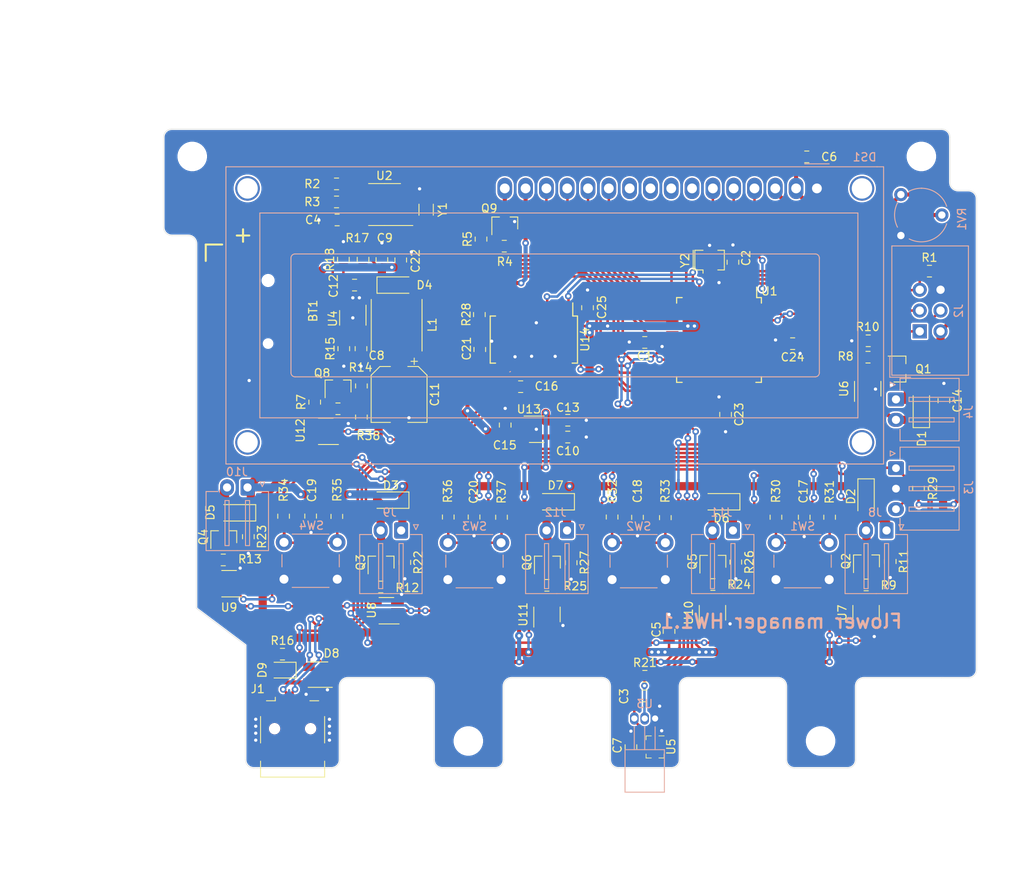
<source format=kicad_pcb>
(kicad_pcb (version 20171130) (host pcbnew "(5.1.6)-1")
  (layers (0 F.Cu signal) (31 B.Cu signal) (34 B.Paste user) (35 F.Paste user) (36 B.SilkS user) (37 F.SilkS user) (38 B.Mask user) (39 F.Mask user) (44 Edge.Cuts user))
  (net 0 "")
  (net 1 GND)
  (net 2 RST)
  (net 3 "Net-(BT1-Pad1)")
  (net 4 SW1)
  (net 5 SW2)
  (net 6 "Net-(U2-Pad2)")
  (net 7 "Net-(U2-Pad1)")
  (net 8 "Net-(D1-Pad2)")
  (net 9 "Net-(D2-Pad2)")
  (net 10 "Net-(D3-Pad2)")
  (net 11 SW3)
  (net 12 SW4)
  (net 13 +5V)
  (net 14 +10V)
  (net 15 "Net-(D5-Pad2)")
  (net 16 "Net-(D6-Pad2)")
  (net 17 "Net-(D7-Pad2)")
  (net 18 "Net-(R8-Pad1)")
  (net 19 "Net-(R9-Pad1)")
  (net 20 "Net-(R12-Pad1)")
  (net 21 "Net-(R13-Pad1)")
  (net 22 "Net-(R24-Pad1)")
  (net 23 "Net-(R25-Pad1)")
  (net 24 COMMON_PWM)
  (net 25 +3V3)
  (net 26 "Net-(C16-Pad1)")
  (net 27 /USB-UART/USBDP)
  (net 28 /USB-UART/USBDM)
  (net 29 /USB-UART/LED_TX)
  (net 30 "Net-(DS1-Pad16)")
  (net 31 FLOW_SNS)
  (net 32 +5VP)
  (net 33 "Net-(Q8-Pad1)")
  (net 34 "Net-(R7-Pad1)")
  (net 35 PWREN)
  (net 36 "Net-(R30-Pad1)")
  (net 37 "Net-(R32-Pad1)")
  (net 38 "Net-(R34-Pad1)")
  (net 39 "Net-(R36-Pad1)")
  (net 40 RxD)
  (net 41 TxD)
  (net 42 "Net-(DS1-Pad3)")
  (net 43 EN_PUMP)
  (net 44 EN_VALVE3)
  (net 45 EN_VALVE1)
  (net 46 EN_VALVE4)
  (net 47 EN_VALVE2)
  (net 48 EN_VALVE5)
  (net 49 EN_INRSH)
  (net 50 "Net-(C23-Pad1)")
  (net 51 EN_BOOST)
  (net 52 "Net-(C10-Pad1)")
  (net 53 "Net-(Q9-Pad1)")
  (net 54 "Net-(Q1-Pad1)")
  (net 55 "Net-(Q2-Pad1)")
  (net 56 "Net-(Q3-Pad1)")
  (net 57 "Net-(Q4-Pad1)")
  (net 58 "Net-(Q5-Pad1)")
  (net 59 "Net-(Q6-Pad1)")
  (net 60 "Net-(D4-Pad2)")
  (net 61 "Net-(C12-Pad2)")
  (net 62 "Net-(D9-Pad2)")
  (net 63 /X1)
  (net 64 /X2)
  (net 65 EN_BACKLIGHT)
  (net 66 TEMP_SENSOR)
  (net 67 DB7)
  (net 68 DB6)
  (net 69 DB5)
  (net 70 DB4)
  (net 71 E)
  (net 72 RW)
  (net 73 MOSI_&_RS)
  (net 74 SCK)
  (net 75 MISO)
  (net 76 SDA)
  (net 77 SCL)
  (module Capacitor_SMD:C_0805_2012Metric (layer F.Cu) (at 152.25 71.8125 90)
    (fp_text reference C25 (at 0.0625 1.75 90) (layer F.SilkS))
    (fp_text value 100nF/50V)
    (pad 2 smd roundrect (at 0.9375 0 90) (size 0.975 1.4) (layers F.Cu F.Paste F.Mask) (net 1 GND))
    (pad 1 smd roundrect (at -0.9375 0 90) (size 0.975 1.4) (layers F.Cu F.Paste F.Mask) (net 25 +3V3))
  )
  (module footprints:Resonator_SMD_muRata_CSTxExxV-3Pin_3.0x1.1mm_with3D (layer F.Cu) (at 167.15 66)
    (fp_text reference Y2 (at -3 0.05 270) (layer F.SilkS))
    (fp_text value Resonator)
    (pad 3 smd rect (at 1.2 0) (size 0.4 1.9) (layers F.Cu F.Paste F.Mask) (net 64 /X2))
    (pad 2 smd rect (at 0 0) (size 0.4 1.9) (layers F.Cu F.Paste F.Mask) (net 1 GND))
    (pad 1 smd rect (at -1.2 0) (size 0.4 1.9) (layers F.Cu F.Paste F.Mask) (net 63 /X1))
  )
  (module footprints:BatteryHolder_CR1220 (layer F.Cu) (at 113.25 72.2 90)
    (fp_text reference BT1 (at 0 5.5 90) (layer F.SilkS))
    (fp_text value Battery_Cell)
    (fp_text user + (at 9.2 -3.2 90) (layer F.SilkS) (effects (font (size 2 2) (thickness 0.25))))
    (pad "" np_thru_hole circle (at 3.71 0.01 90) (size 1.2 1.2) (drill 1.2) (layers *.Cu *.Mask))
    (pad "" np_thru_hole circle (at -3.99 0.01 90) (size 0.9 0.9) (drill 0.9) (layers *.Cu *.Mask))
    (pad 1 smd rect (at 8.2 0 180) (size 3 4.5) (layers F.Cu F.Paste F.Mask) (net 3 "Net-(BT1-Pad1)"))
    (pad 2 smd rect (at -8.5 0 180) (size 3 4.5) (layers F.Cu F.Paste F.Mask) (net 1 GND))
  )
  (module Capacitor_SMD:C_0805_2012Metric (layer F.Cu) (at 139.1 76.9125 90)
    (fp_text reference C21 (at 0.1125 -1.6 90) (layer F.SilkS))
    (fp_text value 100nF/50V)
    (pad 2 smd roundrect (at 0.9375 0 90) (size 0.975 1.4) (layers F.Cu F.Paste F.Mask) (net 1 GND))
    (pad 1 smd roundrect (at -0.9375 0 90) (size 0.975 1.4) (layers F.Cu F.Paste F.Mask) (net 13 +5V))
  )
  (module Package_TO_SOT_SMD:SOT-23-5_HandSoldering (layer F.Cu) (at 186.25 109.05 90)
    (fp_text reference U7 (at 0 -2.9 90) (layer F.SilkS))
    (fp_text value 74LVC1G08)
    (pad 5 smd rect (at 1.35 -0.95 90) (size 1.56 0.65) (layers F.Cu F.Paste F.Mask) (net 13 +5V))
    (pad 4 smd rect (at 1.35 0.95 90) (size 1.56 0.65) (layers F.Cu F.Paste F.Mask) (net 19 "Net-(R9-Pad1)"))
    (pad 3 smd rect (at -1.35 0.95 90) (size 1.56 0.65) (layers F.Cu F.Paste F.Mask) (net 1 GND))
    (pad 2 smd rect (at -1.35 0 90) (size 1.56 0.65) (layers F.Cu F.Paste F.Mask) (net 24 COMMON_PWM))
    (pad 1 smd rect (at -1.35 -0.95 90) (size 1.56 0.65) (layers F.Cu F.Paste F.Mask) (net 45 EN_VALVE1))
  )
  (module footprints:LCD_2x16_HD44780_Ebay (layer B.Cu) (at 180.25 57.25 180)
    (fp_text reference DS1 (at -5.82 3.81) (layer B.SilkS) (effects (justify mirror)))
    (fp_text value WC1602A)
    (pad "" thru_hole circle (at 69.5 0 180) (size 3 3) (drill 2.5) (layers *.Cu *.Mask))
    (pad "" thru_hole circle (at 69.49948 -31.0007 180) (size 3 3) (drill 2.5) (layers *.Cu *.Mask))
    (pad "" thru_hole circle (at -5.4991 -31.0007 180) (size 3 3) (drill 2.5) (layers *.Cu *.Mask))
    (pad "" thru_hole circle (at -5.4991 0 180) (size 3 3) (drill 2.5) (layers *.Cu *.Mask))
    (pad 16 thru_hole oval (at 38.1 0 180) (size 1.8 2.6) (drill 1.2) (layers *.Cu *.Mask) (net 30 "Net-(DS1-Pad16)"))
    (pad 15 thru_hole oval (at 35.56 0 180) (size 1.8 2.6) (drill 1.2) (layers *.Cu *.Mask) (net 13 +5V))
    (pad 14 thru_hole oval (at 33.02 0 180) (size 1.8 2.6) (drill 1.2) (layers *.Cu *.Mask) (net 67 DB7))
    (pad 13 thru_hole oval (at 30.48 0 180) (size 1.8 2.6) (drill 1.2) (layers *.Cu *.Mask) (net 68 DB6))
    (pad 12 thru_hole oval (at 27.94 0 180) (size 1.8 2.6) (drill 1.2) (layers *.Cu *.Mask) (net 69 DB5))
    (pad 11 thru_hole oval (at 25.4 0 180) (size 1.8 2.6) (drill 1.2) (layers *.Cu *.Mask) (net 70 DB4))
    (pad 10 thru_hole oval (at 22.86 0 180) (size 1.8 2.6) (drill 1.2) (layers *.Cu *.Mask))
    (pad 9 thru_hole oval (at 20.32 0 180) (size 1.8 2.6) (drill 1.2) (layers *.Cu *.Mask))
    (pad 8 thru_hole oval (at 17.78 0 180) (size 1.8 2.6) (drill 1.2) (layers *.Cu *.Mask))
    (pad 7 thru_hole oval (at 15.24 0 180) (size 1.8 2.6) (drill 1.2) (layers *.Cu *.Mask))
    (pad 6 thru_hole oval (at 12.7 0 180) (size 1.8 2.6) (drill 1.2) (layers *.Cu *.Mask) (net 71 E))
    (pad 5 thru_hole oval (at 10.16 0 180) (size 1.8 2.6) (drill 1.2) (layers *.Cu *.Mask) (net 72 RW))
    (pad 4 thru_hole oval (at 7.62 0 180) (size 1.8 2.6) (drill 1.2) (layers *.Cu *.Mask) (net 73 MOSI_&_RS))
    (pad 3 thru_hole oval (at 5.08 0 180) (size 1.8 2.6) (drill 1.2) (layers *.Cu *.Mask) (net 42 "Net-(DS1-Pad3)"))
    (pad 2 thru_hole oval (at 2.54 0 180) (size 1.8 2.6) (drill 1.2) (layers *.Cu *.Mask) (net 25 +3V3))
    (pad 1 thru_hole rect (at 0 0 180) (size 1.8 2.6) (drill 1.2) (layers *.Cu *.Mask) (net 1 GND))
  )
  (module Button_Switch_THT:SW_PUSH_6mm_H5mm (layer B.Cu) (at 121.7 100.45 180)
    (fp_text reference SW4 (at 3.15 2.05) (layer B.SilkS) (effects (justify mirror)))
    (fp_text value SW_Push)
    (pad 1 thru_hole circle (at 6.5 0 90) (size 2 2) (drill 1.1) (layers *.Cu *.Mask) (net 38 "Net-(R34-Pad1)"))
    (pad 2 thru_hole circle (at 6.5 -4.5 90) (size 2 2) (drill 1.1) (layers *.Cu *.Mask) (net 1 GND))
    (pad 1 thru_hole circle (at 0 0 90) (size 2 2) (drill 1.1) (layers *.Cu *.Mask) (net 38 "Net-(R34-Pad1)"))
    (pad 2 thru_hole circle (at 0 -4.5 90) (size 2 2) (drill 1.1) (layers *.Cu *.Mask) (net 1 GND))
  )
  (module Resistor_SMD:R_0805_2012Metric (layer F.Cu) (at 115.0125 114.1)
    (fp_text reference R16 (at 0 -1.65) (layer F.SilkS))
    (fp_text value 270R)
    (pad 2 smd roundrect (at 0.9375 0) (size 0.975 1.4) (layers F.Cu F.Paste F.Mask) (net 62 "Net-(D9-Pad2)"))
    (pad 1 smd roundrect (at -0.9375 0) (size 0.975 1.4) (layers F.Cu F.Paste F.Mask) (net 13 +5V))
  )
  (module LED_SMD:LED_0805_2012Metric (layer F.Cu) (at 114.9875 116.05 180)
    (fp_text reference D9 (at 2.4375 0 90) (layer F.SilkS))
    (fp_text value LED)
    (pad 2 smd roundrect (at 0.9375 0 180) (size 0.975 1.4) (layers F.Cu F.Paste F.Mask) (net 62 "Net-(D9-Pad2)"))
    (pad 1 smd roundrect (at -0.9375 0 180) (size 0.975 1.4) (layers F.Cu F.Paste F.Mask) (net 29 /USB-UART/LED_TX))
  )
  (module Capacitor_SMD:C_0805_2012Metric (layer F.Cu) (at 123.8125 69.05 180)
    (fp_text reference C12 (at 2.5625 -0.1 270) (layer F.SilkS))
    (fp_text value n.a.)
    (pad 2 smd roundrect (at 0.9375 0 180) (size 0.975 1.4) (layers F.Cu F.Paste F.Mask) (net 61 "Net-(C12-Pad2)"))
    (pad 1 smd roundrect (at -0.9375 0 180) (size 0.975 1.4) (layers F.Cu F.Paste F.Mask) (net 14 +10V))
  )
  (module Button_Switch_THT:SW_PUSH_6mm_H5mm (layer B.Cu) (at 141.7 100.5 180)
    (fp_text reference SW3 (at 3.25 2) (layer B.SilkS) (effects (justify mirror)))
    (fp_text value SW_Push)
    (pad 1 thru_hole circle (at 6.5 0 90) (size 2 2) (drill 1.1) (layers *.Cu *.Mask) (net 39 "Net-(R36-Pad1)"))
    (pad 2 thru_hole circle (at 6.5 -4.5 90) (size 2 2) (drill 1.1) (layers *.Cu *.Mask) (net 1 GND))
    (pad 1 thru_hole circle (at 0 0 90) (size 2 2) (drill 1.1) (layers *.Cu *.Mask) (net 39 "Net-(R36-Pad1)"))
    (pad 2 thru_hole circle (at 0 -4.5 90) (size 2 2) (drill 1.1) (layers *.Cu *.Mask) (net 1 GND))
  )
  (module Diode_SMD:D_SOD-123 (layer F.Cu) (at 128.8 69.05)
    (fp_text reference D4 (at 3.55 0) (layer F.SilkS))
    (fp_text value MBR0520LT)
    (pad 2 smd rect (at 1.65 0) (size 0.9 1.2) (layers F.Cu F.Paste F.Mask) (net 60 "Net-(D4-Pad2)"))
    (pad 1 smd rect (at -1.65 0) (size 0.9 1.2) (layers F.Cu F.Paste F.Mask) (net 14 +10V))
  )
  (module Resistor_SMD:R_0805_2012Metric (layer F.Cu) (at 139.05 72.65 270)
    (fp_text reference R28 (at 0 1.6 90) (layer F.SilkS))
    (fp_text value 8k2)
    (pad 2 smd roundrect (at 0.9375 0 270) (size 0.975 1.4) (layers F.Cu F.Paste F.Mask) (net 35 PWREN))
    (pad 1 smd roundrect (at -0.9375 0 270) (size 0.975 1.4) (layers F.Cu F.Paste F.Mask) (net 13 +5V))
  )
  (module Capacitor_SMD:C_0805_2012Metric (layer F.Cu) (at 177.2875 76.2 180)
    (fp_text reference C24 (at 0 -1.65) (layer F.SilkS))
    (fp_text value 100nF/50V)
    (pad 2 smd roundrect (at 0.9375 0 180) (size 0.975 1.4) (layers F.Cu F.Paste F.Mask) (net 25 +3V3))
    (pad 1 smd roundrect (at -0.9375 0 180) (size 0.975 1.4) (layers F.Cu F.Paste F.Mask) (net 1 GND))
  )
  (module Capacitor_SMD:C_0805_2012Metric (layer F.Cu) (at 144.0875 81.45)
    (fp_text reference C16 (at 3.1625 -0.05) (layer F.SilkS))
    (fp_text value 100nF/50V)
    (pad 2 smd roundrect (at 0.9375 0) (size 0.975 1.4) (layers F.Cu F.Paste F.Mask) (net 1 GND))
    (pad 1 smd roundrect (at -0.9375 0) (size 0.975 1.4) (layers F.Cu F.Paste F.Mask) (net 26 "Net-(C16-Pad1)"))
  )
  (module Capacitor_SMD:C_0805_2012Metric (layer F.Cu) (at 142.2 86.1375 270)
    (fp_text reference C15 (at 2.4625 0.05) (layer F.SilkS))
    (fp_text value 100nF/50V)
    (pad 2 smd roundrect (at 0.9375 0 270) (size 0.975 1.4) (layers F.Cu F.Paste F.Mask) (net 13 +5V))
    (pad 1 smd roundrect (at -0.9375 0 270) (size 0.975 1.4) (layers F.Cu F.Paste F.Mask) (net 1 GND))
  )
  (module Resistor_SMD:R_0805_2012Metric (layer F.Cu) (at 124.65 81.3625 270)
    (fp_text reference R14 (at -2.2625 0.1) (layer F.SilkS))
    (fp_text value 100R)
    (pad 2 smd roundrect (at 0.9375 0 270) (size 0.975 1.4) (layers F.Cu F.Paste F.Mask) (net 13 +5V))
    (pad 1 smd roundrect (at -0.9375 0 270) (size 0.975 1.4) (layers F.Cu F.Paste F.Mask) (net 32 +5VP))
  )
  (module Resistor_SMD:R_0805_2012Metric (layer F.Cu) (at 118.95 83.3375 90)
    (fp_text reference R7 (at 0 -1.65 90) (layer F.SilkS))
    (fp_text value 120R)
    (pad 2 smd roundrect (at 0.9375 0 90) (size 0.975 1.4) (layers F.Cu F.Paste F.Mask) (net 33 "Net-(Q8-Pad1)"))
    (pad 1 smd roundrect (at -0.9375 0 90) (size 0.975 1.4) (layers F.Cu F.Paste F.Mask) (net 34 "Net-(R7-Pad1)"))
  )
  (module Resistor_SMD:R_0805_2012Metric (layer F.Cu) (at 121.7875 84.15)
    (fp_text reference R6 hide)
    (fp_text value 8k2)
    (pad 2 smd roundrect (at 0.9375 0) (size 0.975 1.4) (layers F.Cu F.Paste F.Mask) (net 13 +5V))
    (pad 1 smd roundrect (at -0.9375 0) (size 0.975 1.4) (layers F.Cu F.Paste F.Mask) (net 33 "Net-(Q8-Pad1)"))
  )
  (module MountingHole:MountingHole_3.2mm_M3 (layer B.Cu) (at 104 53.35 180)
    (fp_text reference H1 hide)
    (fp_text value MountingHole)
    (pad 1 np_thru_hole circle (at 0 0 180) (size 3.2 3.2) (drill 3.2) (layers *.Cu *.Mask))
  )
  (module Package_TO_SOT_SMD:SOT-23 (layer F.Cu) (at 147.35 102.9 90)
    (fp_text reference Q6 (at 0 -2.5 90) (layer F.SilkS))
    (fp_text value AO3406)
    (pad 3 smd rect (at 1 0 90) (size 0.9 0.8) (layers F.Cu F.Paste F.Mask) (net 17 "Net-(D7-Pad2)"))
    (pad 2 smd rect (at -1 0.95 90) (size 0.9 0.8) (layers F.Cu F.Paste F.Mask) (net 1 GND))
    (pad 1 smd rect (at -1 -0.95 90) (size 0.9 0.8) (layers F.Cu F.Paste F.Mask) (net 59 "Net-(Q6-Pad1)"))
  )
  (module Package_TO_SOT_SMD:SOT-23 (layer F.Cu) (at 167.55 102.8 90)
    (fp_text reference Q5 (at 0 -2.5 90) (layer F.SilkS))
    (fp_text value AO3406)
    (pad 3 smd rect (at 1 0 90) (size 0.9 0.8) (layers F.Cu F.Paste F.Mask) (net 16 "Net-(D6-Pad2)"))
    (pad 2 smd rect (at -1 0.95 90) (size 0.9 0.8) (layers F.Cu F.Paste F.Mask) (net 1 GND))
    (pad 1 smd rect (at -1 -0.95 90) (size 0.9 0.8) (layers F.Cu F.Paste F.Mask) (net 58 "Net-(Q5-Pad1)"))
  )
  (module Package_TO_SOT_SMD:SOT-23 (layer F.Cu) (at 107.85 99.8 90)
    (fp_text reference Q4 (at 0 -2.5 90) (layer F.SilkS))
    (fp_text value AO3406)
    (pad 3 smd rect (at 1 0 90) (size 0.9 0.8) (layers F.Cu F.Paste F.Mask) (net 15 "Net-(D5-Pad2)"))
    (pad 2 smd rect (at -1 0.95 90) (size 0.9 0.8) (layers F.Cu F.Paste F.Mask) (net 1 GND))
    (pad 1 smd rect (at -1 -0.95 90) (size 0.9 0.8) (layers F.Cu F.Paste F.Mask) (net 57 "Net-(Q4-Pad1)"))
  )
  (module Package_TO_SOT_SMD:SOT-23 (layer F.Cu) (at 127.05 102.9 90)
    (fp_text reference Q3 (at 0 -2.5 90) (layer F.SilkS))
    (fp_text value AO3406)
    (pad 3 smd rect (at 1 0 90) (size 0.9 0.8) (layers F.Cu F.Paste F.Mask) (net 10 "Net-(D3-Pad2)"))
    (pad 2 smd rect (at -1 0.95 90) (size 0.9 0.8) (layers F.Cu F.Paste F.Mask) (net 1 GND))
    (pad 1 smd rect (at -1 -0.95 90) (size 0.9 0.8) (layers F.Cu F.Paste F.Mask) (net 56 "Net-(Q3-Pad1)"))
  )
  (module Package_TO_SOT_SMD:SOT-23 (layer F.Cu) (at 186.3 102.75 90)
    (fp_text reference Q2 (at 0 -2.5 90) (layer F.SilkS))
    (fp_text value AO3406)
    (pad 3 smd rect (at 1 0 90) (size 0.9 0.8) (layers F.Cu F.Paste F.Mask) (net 9 "Net-(D2-Pad2)"))
    (pad 2 smd rect (at -1 0.95 90) (size 0.9 0.8) (layers F.Cu F.Paste F.Mask) (net 1 GND))
    (pad 1 smd rect (at -1 -0.95 90) (size 0.9 0.8) (layers F.Cu F.Paste F.Mask) (net 55 "Net-(Q2-Pad1)"))
  )
  (module Package_TO_SOT_SMD:SOT-23 (layer F.Cu) (at 190.35 79.3)
    (fp_text reference Q1 (at 2.9 0) (layer F.SilkS))
    (fp_text value AO3406)
    (pad 3 smd rect (at 1 0) (size 0.9 0.8) (layers F.Cu F.Paste F.Mask) (net 8 "Net-(D1-Pad2)"))
    (pad 2 smd rect (at -1 0.95) (size 0.9 0.8) (layers F.Cu F.Paste F.Mask) (net 1 GND))
    (pad 1 smd rect (at -1 -0.95) (size 0.9 0.8) (layers F.Cu F.Paste F.Mask) (net 54 "Net-(Q1-Pad1)"))
  )
  (module Package_TO_SOT_SMD:SOT-23 (layer F.Cu) (at 142.15 61.5 90)
    (fp_text reference Q9 (at 1.8 -1.9 180) (layer F.SilkS))
    (fp_text value AO3406)
    (pad 3 smd rect (at 1 0 90) (size 0.9 0.8) (layers F.Cu F.Paste F.Mask) (net 30 "Net-(DS1-Pad16)"))
    (pad 2 smd rect (at -1 0.95 90) (size 0.9 0.8) (layers F.Cu F.Paste F.Mask) (net 1 GND))
    (pad 1 smd rect (at -1 -0.95 90) (size 0.9 0.8) (layers F.Cu F.Paste F.Mask) (net 53 "Net-(Q9-Pad1)"))
  )
  (module Potentiometer_THT:Potentiometer_Piher_PT-6-V_Vertical (layer B.Cu) (at 190.5 58)
    (fp_text reference RV1 (at 7.45 3 270) (layer B.SilkS) (effects (justify mirror)))
    (fp_text value 10k)
    (pad 1 thru_hole circle (at 0 0) (size 1.62 1.62) (drill 0.9) (layers *.Cu *.Mask) (net 25 +3V3))
    (pad 2 thru_hole circle (at 5 2.5) (size 1.62 1.62) (drill 0.9) (layers *.Cu *.Mask) (net 42 "Net-(DS1-Pad3)"))
    (pad 3 thru_hole circle (at 0 5) (size 1.62 1.62) (drill 0.9) (layers *.Cu *.Mask) (net 1 GND))
  )
  (module Package_TO_SOT_SMD:SOT-23-5 (layer F.Cu) (at 146.05 86.65)
    (fp_text reference U13 (at -0.95 -2.45) (layer F.SilkS))
    (fp_text value LP2985-3.3)
    (pad 5 smd rect (at 1.1 -0.95) (size 1.06 0.65) (layers F.Cu F.Paste F.Mask) (net 25 +3V3))
    (pad 4 smd rect (at 1.1 0.95) (size 1.06 0.65) (layers F.Cu F.Paste F.Mask) (net 52 "Net-(C10-Pad1)"))
    (pad 3 smd rect (at -1.1 0.95) (size 1.06 0.65) (layers F.Cu F.Paste F.Mask) (net 13 +5V))
    (pad 2 smd rect (at -1.1 0) (size 1.06 0.65) (layers F.Cu F.Paste F.Mask) (net 1 GND))
    (pad 1 smd rect (at -1.1 -0.95) (size 1.06 0.65) (layers F.Cu F.Paste F.Mask) (net 13 +5V))
  )
  (module Capacitor_SMD:C_0805_2012Metric (layer F.Cu) (at 149.8375 87.6)
    (fp_text reference C10 (at 0.0125 1.7) (layer F.SilkS))
    (fp_text value 10nF/50V)
    (pad 2 smd roundrect (at 0.9375 0) (size 0.975 1.4) (layers F.Cu F.Paste F.Mask) (net 1 GND))
    (pad 1 smd roundrect (at -0.9375 0) (size 0.975 1.4) (layers F.Cu F.Paste F.Mask) (net 52 "Net-(C10-Pad1)"))
  )
  (module Package_TO_SOT_SMD:SOT-23-5 (layer F.Cu) (at 123.6 73.05 270)
    (fp_text reference U4 (at 0.1 2.45 90) (layer F.SilkS))
    (fp_text value LM27313YMF)
    (pad 5 smd rect (at 1.1 -0.95 270) (size 1.06 0.65) (layers F.Cu F.Paste F.Mask) (net 32 +5VP))
    (pad 4 smd rect (at 1.1 0.95 270) (size 1.06 0.65) (layers F.Cu F.Paste F.Mask) (net 51 EN_BOOST))
    (pad 3 smd rect (at -1.1 0.95 270) (size 1.06 0.65) (layers F.Cu F.Paste F.Mask) (net 61 "Net-(C12-Pad2)"))
    (pad 2 smd rect (at -1.1 0 270) (size 1.06 0.65) (layers F.Cu F.Paste F.Mask) (net 1 GND))
    (pad 1 smd rect (at -1.1 -0.95 270) (size 1.06 0.65) (layers F.Cu F.Paste F.Mask) (net 60 "Net-(D4-Pad2)"))
  )
  (module Resistor_SMD:R_0805_2012Metric (layer F.Cu) (at 122.5 76.8125 90)
    (fp_text reference R15 (at 0 -1.65 90) (layer F.SilkS))
    (fp_text value 4k7)
    (pad 2 smd roundrect (at 0.9375 0 90) (size 0.975 1.4) (layers F.Cu F.Paste F.Mask) (net 51 EN_BOOST))
    (pad 1 smd roundrect (at -0.9375 0 90) (size 0.975 1.4) (layers F.Cu F.Paste F.Mask) (net 1 GND))
  )
  (module footprints:L_InductorSimple_5x5mm (layer F.Cu) (at 128.95 73.95 90)
    (fp_text reference L1 (at 0.05 4.35 90) (layer F.SilkS))
    (fp_text value 10uH)
    (pad 2 smd rect (at 2.2 0 90) (size 1.9 5.9) (layers F.Cu F.Paste F.Mask) (net 60 "Net-(D4-Pad2)"))
    (pad 1 smd rect (at -2.2 0 90) (size 1.9 5.9) (layers F.Cu F.Paste F.Mask) (net 32 +5VP))
  )
  (module Capacitor_SMD:C_0805_2012Metric (layer F.Cu) (at 127.15 65.95 90)
    (fp_text reference C9 (at 2.65 0.35 180) (layer F.SilkS))
    (fp_text value 10uF/16V)
    (pad 2 smd roundrect (at 0.9375 0 90) (size 0.975 1.4) (layers F.Cu F.Paste F.Mask) (net 1 GND))
    (pad 1 smd roundrect (at -0.9375 0 90) (size 0.975 1.4) (layers F.Cu F.Paste F.Mask) (net 14 +10V))
  )
  (module Resistor_SMD:R_0805_2012Metric (layer F.Cu) (at 124.65 85.1625 90)
    (fp_text reference R38 (at -2.2875 0.85 180) (layer F.SilkS))
    (fp_text value 4k7)
    (pad 2 smd roundrect (at 0.9375 0 90) (size 0.975 1.4) (layers F.Cu F.Paste F.Mask) (net 13 +5V))
    (pad 1 smd roundrect (at -0.9375 0 90) (size 0.975 1.4) (layers F.Cu F.Paste F.Mask) (net 49 EN_INRSH))
  )
  (module Resistor_SMD:R_0805_2012Metric (layer F.Cu) (at 159.25 116.8)
    (fp_text reference R21 (at 0 -1.65) (layer F.SilkS))
    (fp_text value 4k7)
    (pad 2 smd roundrect (at 0.9375 0) (size 0.975 1.4) (layers F.Cu F.Paste F.Mask) (net 66 TEMP_SENSOR))
    (pad 1 smd roundrect (at -0.9375 0) (size 0.975 1.4) (layers F.Cu F.Paste F.Mask) (net 25 +3V3))
  )
  (module Package_TO_SOT_SMD:SOT-143 (layer F.Cu) (at 119.35 116.6 180)
    (fp_text reference D8 (at -1.65 2.6) (layer F.SilkS))
    (fp_text value SP0503BAHT)
    (pad 4 smd rect (at 1.1 -0.95 90) (size 1 1.4) (layers F.Cu F.Paste F.Mask) (net 13 +5V))
    (pad 3 smd rect (at 1.1 0.95 90) (size 1 1.4) (layers F.Cu F.Paste F.Mask) (net 28 /USB-UART/USBDM))
    (pad 2 smd rect (at -1.1 0.95 90) (size 1 1.4) (layers F.Cu F.Paste F.Mask) (net 27 /USB-UART/USBDP))
    (pad 1 smd rect (at -1.1 -0.77 90) (size 1.2 1.4) (layers F.Cu F.Paste F.Mask) (net 1 GND))
  )
  (module Capacitor_SMD:C_0805_2012Metric (layer F.Cu) (at 169.1 84.8375 270)
    (fp_text reference C23 (at 0 -1.65 90) (layer F.SilkS))
    (fp_text value 100nF/50V)
    (pad 2 smd roundrect (at 0.9375 0 270) (size 0.975 1.4) (layers F.Cu F.Paste F.Mask) (net 1 GND))
    (pad 1 smd roundrect (at -0.9375 0 270) (size 0.975 1.4) (layers F.Cu F.Paste F.Mask) (net 50 "Net-(C23-Pad1)"))
  )
  (module Package_SO:SSOP-28_5.3x10.2mm_P0.65mm (layer F.Cu) (at 145.7 75.7 270)
    (fp_text reference U14 (at 0 -6.25 90) (layer F.SilkS))
    (fp_text value FT232RL)
    (pad 28 smd rect (at 3.6 -4.225 270) (size 1.75 0.45) (layers F.Cu F.Paste F.Mask))
    (pad 27 smd rect (at 3.6 -3.575 270) (size 1.75 0.45) (layers F.Cu F.Paste F.Mask))
    (pad 26 smd rect (at 3.6 -2.925 270) (size 1.75 0.45) (layers F.Cu F.Paste F.Mask) (net 1 GND))
    (pad 25 smd rect (at 3.6 -2.275 270) (size 1.75 0.45) (layers F.Cu F.Paste F.Mask) (net 1 GND))
    (pad 24 smd rect (at 3.6 -1.625 270) (size 1.75 0.45) (layers F.Cu F.Paste F.Mask))
    (pad 23 smd rect (at 3.6 -0.975 270) (size 1.75 0.45) (layers F.Cu F.Paste F.Mask) (net 29 /USB-UART/LED_TX))
    (pad 22 smd rect (at 3.6 -0.325 270) (size 1.75 0.45) (layers F.Cu F.Paste F.Mask))
    (pad 21 smd rect (at 3.6 0.325 270) (size 1.75 0.45) (layers F.Cu F.Paste F.Mask) (net 1 GND))
    (pad 20 smd rect (at 3.6 0.975 270) (size 1.75 0.45) (layers F.Cu F.Paste F.Mask) (net 13 +5V))
    (pad 19 smd rect (at 3.6 1.625 270) (size 1.75 0.45) (layers F.Cu F.Paste F.Mask))
    (pad 18 smd rect (at 3.6 2.275 270) (size 1.75 0.45) (layers F.Cu F.Paste F.Mask) (net 1 GND))
    (pad 17 smd rect (at 3.6 2.925 270) (size 1.75 0.45) (layers F.Cu F.Paste F.Mask) (net 26 "Net-(C16-Pad1)"))
    (pad 16 smd rect (at 3.6 3.575 270) (size 1.75 0.45) (layers F.Cu F.Paste F.Mask) (net 28 /USB-UART/USBDM))
    (pad 15 smd rect (at 3.6 4.225 270) (size 1.75 0.45) (layers F.Cu F.Paste F.Mask) (net 27 /USB-UART/USBDP))
    (pad 14 smd rect (at -3.6 4.225 270) (size 1.75 0.45) (layers F.Cu F.Paste F.Mask) (net 35 PWREN))
    (pad 13 smd rect (at -3.6 3.575 270) (size 1.75 0.45) (layers F.Cu F.Paste F.Mask))
    (pad 12 smd rect (at -3.6 2.925 270) (size 1.75 0.45) (layers F.Cu F.Paste F.Mask))
    (pad 11 smd rect (at -3.6 2.275 270) (size 1.75 0.45) (layers F.Cu F.Paste F.Mask))
    (pad 10 smd rect (at -3.6 1.625 270) (size 1.75 0.45) (layers F.Cu F.Paste F.Mask))
    (pad 9 smd rect (at -3.6 0.975 270) (size 1.75 0.45) (layers F.Cu F.Paste F.Mask))
    (pad 8 smd rect (at -3.6 0.325 270) (size 1.75 0.45) (layers F.Cu F.Paste F.Mask))
    (pad 7 smd rect (at -3.6 -0.325 270) (size 1.75 0.45) (layers F.Cu F.Paste F.Mask) (net 1 GND))
    (pad 6 smd rect (at -3.6 -0.975 270) (size 1.75 0.45) (layers F.Cu F.Paste F.Mask))
    (pad 5 smd rect (at -3.6 -1.625 270) (size 1.75 0.45) (layers F.Cu F.Paste F.Mask) (net 41 TxD))
    (pad 4 smd rect (at -3.6 -2.275 270) (size 1.75 0.45) (layers F.Cu F.Paste F.Mask) (net 25 +3V3))
    (pad 3 smd rect (at -3.6 -2.925 270) (size 1.75 0.45) (layers F.Cu F.Paste F.Mask))
    (pad 2 smd rect (at -3.6 -3.575 270) (size 1.75 0.45) (layers F.Cu F.Paste F.Mask))
    (pad 1 smd rect (at -3.6 -4.225 270) (size 1.75 0.45) (layers F.Cu F.Paste F.Mask) (net 40 RxD))
  )
  (module Resistor_SMD:R_0805_2012Metric (layer F.Cu) (at 122.45 65.9125 90)
    (fp_text reference R18 (at -0.0375 -1.65 270) (layer F.SilkS))
    (fp_text value 10k)
    (pad 2 smd roundrect (at 0.9375 0 90) (size 0.975 1.4) (layers F.Cu F.Paste F.Mask) (net 1 GND))
    (pad 1 smd roundrect (at -0.9375 0 90) (size 0.975 1.4) (layers F.Cu F.Paste F.Mask) (net 61 "Net-(C12-Pad2)"))
  )
  (module Capacitor_SMD:C_0805_2012Metric (layer F.Cu) (at 129.45 65.9875 90)
    (fp_text reference C22 (at -0.1125 1.8 270) (layer F.SilkS))
    (fp_text value 10uF/16V)
    (pad 2 smd roundrect (at 0.9375 0 90) (size 0.975 1.4) (layers F.Cu F.Paste F.Mask) (net 1 GND))
    (pad 1 smd roundrect (at -0.9375 0 90) (size 0.975 1.4) (layers F.Cu F.Paste F.Mask) (net 14 +10V))
  )
  (module Capacitor_SMD:CP_Elec_6.3x5.4 (layer F.Cu) (at 129.25 82.4 270)
    (fp_text reference C11 (at 0 -4.35 90) (layer F.SilkS))
    (fp_text value 220uF/10V)
    (pad 2 smd roundrect (at 2.8 0 270) (size 3.5 1.6) (layers F.Cu F.Paste F.Mask) (roundrect_rratio 0.15625) (net 1 GND))
    (pad 1 smd roundrect (at -2.8 0 270) (size 3.5 1.6) (layers F.Cu F.Paste F.Mask) (roundrect_rratio 0.15625) (net 32 +5VP))
  )
  (module Package_TO_SOT_SMD:SOT-23-5_HandSoldering (layer F.Cu) (at 120.3 86.9 180)
    (fp_text reference U12 (at 3.1 0.1 90) (layer F.SilkS))
    (fp_text value 74LVC1G08)
    (pad 5 smd rect (at 1.35 -0.95 180) (size 1.56 0.65) (layers F.Cu F.Paste F.Mask) (net 13 +5V))
    (pad 4 smd rect (at 1.35 0.95 180) (size 1.56 0.65) (layers F.Cu F.Paste F.Mask) (net 34 "Net-(R7-Pad1)"))
    (pad 3 smd rect (at -1.35 0.95 180) (size 1.56 0.65) (layers F.Cu F.Paste F.Mask) (net 1 GND))
    (pad 2 smd rect (at -1.35 0 180) (size 1.56 0.65) (layers F.Cu F.Paste F.Mask) (net 49 EN_INRSH))
    (pad 1 smd rect (at -1.35 -0.95 180) (size 1.56 0.65) (layers F.Cu F.Paste F.Mask) (net 13 +5V))
  )
  (module Button_Switch_THT:SW_PUSH_6mm_H5mm (layer B.Cu) (at 161.75 100.5 180)
    (fp_text reference SW2 (at 3.25 2) (layer B.SilkS) (effects (justify mirror)))
    (fp_text value SW_Push)
    (pad 1 thru_hole circle (at 6.5 0 90) (size 2 2) (drill 1.1) (layers *.Cu *.Mask) (net 37 "Net-(R32-Pad1)"))
    (pad 2 thru_hole circle (at 6.5 -4.5 90) (size 2 2) (drill 1.1) (layers *.Cu *.Mask) (net 1 GND))
    (pad 1 thru_hole circle (at 0 0 90) (size 2 2) (drill 1.1) (layers *.Cu *.Mask) (net 37 "Net-(R32-Pad1)"))
    (pad 2 thru_hole circle (at 0 -4.5 90) (size 2 2) (drill 1.1) (layers *.Cu *.Mask) (net 1 GND))
  )
  (module Button_Switch_THT:SW_PUSH_6mm_H5mm (layer B.Cu) (at 181.75 100.5 180)
    (fp_text reference SW1 (at 3.25 2) (layer B.SilkS) (effects (justify mirror)))
    (fp_text value SW_Push)
    (pad 1 thru_hole circle (at 6.5 0 90) (size 2 2) (drill 1.1) (layers *.Cu *.Mask) (net 36 "Net-(R30-Pad1)"))
    (pad 2 thru_hole circle (at 6.5 -4.5 90) (size 2 2) (drill 1.1) (layers *.Cu *.Mask) (net 1 GND))
    (pad 1 thru_hole circle (at 0 0 90) (size 2 2) (drill 1.1) (layers *.Cu *.Mask) (net 36 "Net-(R30-Pad1)"))
    (pad 2 thru_hole circle (at 0 -4.5 90) (size 2 2) (drill 1.1) (layers *.Cu *.Mask) (net 1 GND))
  )
  (module Resistor_SMD:R_0805_2012Metric (layer F.Cu) (at 141.75 97.3875 270)
    (fp_text reference R37 (at -3.0875 0 270) (layer F.SilkS))
    (fp_text value 8k2)
    (pad 2 smd roundrect (at 0.9375 0 270) (size 0.975 1.4) (layers F.Cu F.Paste F.Mask) (net 39 "Net-(R36-Pad1)"))
    (pad 1 smd roundrect (at -0.9375 0 270) (size 0.975 1.4) (layers F.Cu F.Paste F.Mask) (net 25 +3V3))
  )
  (module Resistor_SMD:R_0805_2012Metric (layer F.Cu) (at 135.25 97.3625 90)
    (fp_text reference R36 (at 3.1625 -0.05 270) (layer F.SilkS))
    (fp_text value 100R)
    (pad 2 smd roundrect (at 0.9375 0 90) (size 0.975 1.4) (layers F.Cu F.Paste F.Mask) (net 11 SW3))
    (pad 1 smd roundrect (at -0.9375 0 90) (size 0.975 1.4) (layers F.Cu F.Paste F.Mask) (net 39 "Net-(R36-Pad1)"))
  )
  (module Resistor_SMD:R_0805_2012Metric (layer F.Cu) (at 121.65 97.2875 270)
    (fp_text reference R35 (at -3.2375 -0.05 270) (layer F.SilkS))
    (fp_text value 8k2)
    (pad 2 smd roundrect (at 0.9375 0 270) (size 0.975 1.4) (layers F.Cu F.Paste F.Mask) (net 38 "Net-(R34-Pad1)"))
    (pad 1 smd roundrect (at -0.9375 0 270) (size 0.975 1.4) (layers F.Cu F.Paste F.Mask) (net 25 +3V3))
  )
  (module Resistor_SMD:R_0805_2012Metric (layer F.Cu) (at 115.15 97.2625 90)
    (fp_text reference R34 (at 3.1875 0 270) (layer F.SilkS))
    (fp_text value 100R)
    (pad 2 smd roundrect (at 0.9375 0 90) (size 0.975 1.4) (layers F.Cu F.Paste F.Mask) (net 12 SW4))
    (pad 1 smd roundrect (at -0.9375 0 90) (size 0.975 1.4) (layers F.Cu F.Paste F.Mask) (net 38 "Net-(R34-Pad1)"))
  )
  (module Resistor_SMD:R_0805_2012Metric (layer F.Cu) (at 161.75 97.4375 270)
    (fp_text reference R33 (at -3.2375 0 270) (layer F.SilkS))
    (fp_text value 8k2)
    (pad 2 smd roundrect (at 0.9375 0 270) (size 0.975 1.4) (layers F.Cu F.Paste F.Mask) (net 37 "Net-(R32-Pad1)"))
    (pad 1 smd roundrect (at -0.9375 0 270) (size 0.975 1.4) (layers F.Cu F.Paste F.Mask) (net 25 +3V3))
  )
  (module Resistor_SMD:R_0805_2012Metric (layer F.Cu) (at 155.25 97.3625 90)
    (fp_text reference R32 (at 3.1625 0.05 270) (layer F.SilkS))
    (fp_text value 100R)
    (pad 2 smd roundrect (at 0.9375 0 90) (size 0.975 1.4) (layers F.Cu F.Paste F.Mask) (net 5 SW2))
    (pad 1 smd roundrect (at -0.9375 0 90) (size 0.975 1.4) (layers F.Cu F.Paste F.Mask) (net 37 "Net-(R32-Pad1)"))
  )
  (module Resistor_SMD:R_0805_2012Metric (layer F.Cu) (at 181.8 97.3875 270)
    (fp_text reference R31 (at -3.0875 0 270) (layer F.SilkS))
    (fp_text value 8k2)
    (pad 2 smd roundrect (at 0.9375 0 270) (size 0.975 1.4) (layers F.Cu F.Paste F.Mask) (net 36 "Net-(R30-Pad1)"))
    (pad 1 smd roundrect (at -0.9375 0 270) (size 0.975 1.4) (layers F.Cu F.Paste F.Mask) (net 25 +3V3))
  )
  (module Resistor_SMD:R_0805_2012Metric (layer F.Cu) (at 175.25 97.3875 90)
    (fp_text reference R30 (at 3.1875 0 270) (layer F.SilkS))
    (fp_text value 100R)
    (pad 2 smd roundrect (at 0.9375 0 90) (size 0.975 1.4) (layers F.Cu F.Paste F.Mask) (net 4 SW1))
    (pad 1 smd roundrect (at -0.9375 0 90) (size 0.975 1.4) (layers F.Cu F.Paste F.Mask) (net 36 "Net-(R30-Pad1)"))
  )
  (module Resistor_SMD:R_0805_2012Metric (layer F.Cu) (at 192.65 93.8625 90)
    (fp_text reference R29 (at 0.0125 1.75 90) (layer F.SilkS))
    (fp_text value 8k2)
    (pad 2 smd roundrect (at 0.9375 0 90) (size 0.975 1.4) (layers F.Cu F.Paste F.Mask) (net 31 FLOW_SNS))
    (pad 1 smd roundrect (at -0.9375 0 90) (size 0.975 1.4) (layers F.Cu F.Paste F.Mask) (net 25 +3V3))
  )
  (module Resistor_SMD:R_0805_2012Metric (layer F.Cu) (at 139.25 63.4375 90)
    (fp_text reference R5 (at 0 -1.65 90) (layer F.SilkS))
    (fp_text value 120R)
    (pad 2 smd roundrect (at 0.9375 0 90) (size 0.975 1.4) (layers F.Cu F.Paste F.Mask) (net 53 "Net-(Q9-Pad1)"))
    (pad 1 smd roundrect (at -0.9375 0 90) (size 0.975 1.4) (layers F.Cu F.Paste F.Mask) (net 65 EN_BACKLIGHT))
  )
  (module Resistor_SMD:R_0805_2012Metric (layer F.Cu) (at 142.0875 64.3)
    (fp_text reference R4 (at 0.0625 1.9) (layer F.SilkS))
    (fp_text value 8k2)
    (pad 2 smd roundrect (at 0.9375 0) (size 0.975 1.4) (layers F.Cu F.Paste F.Mask) (net 1 GND))
    (pad 1 smd roundrect (at -0.9375 0) (size 0.975 1.4) (layers F.Cu F.Paste F.Mask) (net 53 "Net-(Q9-Pad1)"))
  )
  (module Package_TO_SOT_SMD:SOT-23 (layer F.Cu) (at 121.8 81.4 90)
    (fp_text reference Q8 (at 1.6 -1.95 180) (layer F.SilkS))
    (fp_text value IRLML6402)
    (pad 3 smd rect (at 1 0 90) (size 0.9 0.8) (layers F.Cu F.Paste F.Mask) (net 32 +5VP))
    (pad 2 smd rect (at -1 0.95 90) (size 0.9 0.8) (layers F.Cu F.Paste F.Mask) (net 13 +5V))
    (pad 1 smd rect (at -1 -0.95 90) (size 0.9 0.8) (layers F.Cu F.Paste F.Mask) (net 33 "Net-(Q8-Pad1)"))
  )
  (module footprints:JST_XH_S03B_ChinaLowCost (layer B.Cu) (at 189.9 91.4 270)
    (fp_text reference J3 (at 2.35 -8.9 90) (layer B.SilkS) (effects (justify mirror)))
    (fp_text value Conn_01x03_Male)
    (pad 3 thru_hole oval (at 5 0 270) (size 1.7 1.95) (drill 0.95) (layers *.Cu *.Mask) (net 25 +3V3))
    (pad 2 thru_hole oval (at 2.5 0 270) (size 1.7 1.95) (drill 0.95) (layers *.Cu *.Mask) (net 1 GND))
    (pad 1 thru_hole roundrect (at 0 0 270) (size 1.7 1.95) (drill 0.95) (layers *.Cu *.Mask) (roundrect_rratio 0.147059) (net 31 FLOW_SNS))
  )
  (module Connector_USB:USB_Mini-B_Lumberg_2486_01_Horizontal (layer F.Cu) (at 116.25 123.2)
    (fp_text reference J1 (at -4.25 -4.85) (layer F.SilkS))
    (fp_text value USB_B_Mini)
    (pad "" np_thru_hole circle (at 2.2 0) (size 1 1) (drill 1) (layers *.Cu *.Mask))
    (pad "" np_thru_hole circle (at -2.2 0) (size 1 1) (drill 1) (layers *.Cu *.Mask))
    (pad 6 smd rect (at 4.45 2.85) (size 2 1.7) (layers F.Cu F.Paste F.Mask) (net 1 GND))
    (pad 6 smd rect (at 4.45 -2.6) (size 2 1.7) (layers F.Cu F.Paste F.Mask) (net 1 GND))
    (pad 6 smd rect (at -4.45 2.85) (size 2 1.7) (layers F.Cu F.Paste F.Mask) (net 1 GND))
    (pad 6 smd rect (at -4.45 -2.6) (size 2 1.7) (layers F.Cu F.Paste F.Mask) (net 1 GND))
    (pad 5 smd rect (at 1.6 -2.7) (size 0.5 2) (layers F.Cu F.Paste F.Mask) (net 1 GND))
    (pad 4 smd rect (at 0.8 -2.7) (size 0.5 2) (layers F.Cu F.Paste F.Mask))
    (pad 3 smd rect (at 0 -2.7) (size 0.5 2) (layers F.Cu F.Paste F.Mask) (net 27 /USB-UART/USBDP))
    (pad 2 smd rect (at -0.8 -2.7) (size 0.5 2) (layers F.Cu F.Paste F.Mask) (net 28 /USB-UART/USBDM))
    (pad 1 smd rect (at -1.6 -2.7) (size 0.5 2) (layers F.Cu F.Paste F.Mask) (net 13 +5V))
  )
  (module Capacitor_SMD:C_0805_2012Metric (layer F.Cu) (at 138.4 97.3625 270)
    (fp_text reference C20 (at -3.0625 0.05 270) (layer F.SilkS))
    (fp_text value 10nF/50V)
    (pad 2 smd roundrect (at 0.9375 0 270) (size 0.975 1.4) (layers F.Cu F.Paste F.Mask) (net 1 GND))
    (pad 1 smd roundrect (at -0.9375 0 270) (size 0.975 1.4) (layers F.Cu F.Paste F.Mask) (net 11 SW3))
  )
  (module Capacitor_SMD:C_0805_2012Metric (layer F.Cu) (at 118.45 97.25 270)
    (fp_text reference C19 (at -3.15 -0.15 270) (layer F.SilkS))
    (fp_text value 10nF/50V)
    (pad 2 smd roundrect (at 0.9375 0 270) (size 0.975 1.4) (layers F.Cu F.Paste F.Mask) (net 1 GND))
    (pad 1 smd roundrect (at -0.9375 0 270) (size 0.975 1.4) (layers F.Cu F.Paste F.Mask) (net 12 SW4))
  )
  (module Capacitor_SMD:C_0805_2012Metric (layer F.Cu) (at 158.35 97.4 270)
    (fp_text reference C18 (at -3.2 0 270) (layer F.SilkS))
    (fp_text value 10nF/50V)
    (pad 2 smd roundrect (at 0.9375 0 270) (size 0.975 1.4) (layers F.Cu F.Paste F.Mask) (net 1 GND))
    (pad 1 smd roundrect (at -0.9375 0 270) (size 0.975 1.4) (layers F.Cu F.Paste F.Mask) (net 5 SW2))
  )
  (module Capacitor_SMD:C_0805_2012Metric (layer F.Cu) (at 178.7 97.3875 270)
    (fp_text reference C17 (at -3.1375 0.1 270) (layer F.SilkS))
    (fp_text value 10nF/50V)
    (pad 2 smd roundrect (at 0.9375 0 270) (size 0.975 1.4) (layers F.Cu F.Paste F.Mask) (net 1 GND))
    (pad 1 smd roundrect (at -0.9375 0 270) (size 0.975 1.4) (layers F.Cu F.Paste F.Mask) (net 4 SW1))
  )
  (module Capacitor_SMD:C_0805_2012Metric (layer F.Cu) (at 149.8375 85.55)
    (fp_text reference C13 (at 0.0125 -1.55) (layer F.SilkS))
    (fp_text value 10uF/16V)
    (pad 2 smd roundrect (at 0.9375 0) (size 0.975 1.4) (layers F.Cu F.Paste F.Mask) (net 1 GND))
    (pad 1 smd roundrect (at -0.9375 0) (size 0.975 1.4) (layers F.Cu F.Paste F.Mask) (net 25 +3V3))
  )
  (module Capacitor_SMD:C_0805_2012Metric (layer F.Cu) (at 162.2 111.3125 90)
    (fp_text reference C5 (at 0.2125 -1.55 90) (layer F.SilkS))
    (fp_text value 100nF/50V)
    (pad 2 smd roundrect (at 0.9375 0 90) (size 0.975 1.4) (layers F.Cu F.Paste F.Mask) (net 1 GND))
    (pad 1 smd roundrect (at -0.9375 0 90) (size 0.975 1.4) (layers F.Cu F.Paste F.Mask) (net 13 +5V))
  )
  (module Capacitor_SMD:C_0805_2012Metric (layer F.Cu) (at 159.2125 119.2 180)
    (fp_text reference C3 (at 2.5125 -0.05 90) (layer F.SilkS))
    (fp_text value 100nF/50V)
    (pad 2 smd roundrect (at 0.9375 0 180) (size 0.975 1.4) (layers F.Cu F.Paste F.Mask) (net 25 +3V3))
    (pad 1 smd roundrect (at -0.9375 0 180) (size 0.975 1.4) (layers F.Cu F.Paste F.Mask) (net 1 GND))
  )
  (module Package_TO_SOT_SMD:SOT-23-5_HandSoldering (layer F.Cu) (at 147.3 109.25 90)
    (fp_text reference U11 (at 0 -2.9 90) (layer F.SilkS))
    (fp_text value 74LVC1G08)
    (pad 5 smd rect (at 1.35 -0.95 90) (size 1.56 0.65) (layers F.Cu F.Paste F.Mask) (net 13 +5V))
    (pad 4 smd rect (at 1.35 0.95 90) (size 1.56 0.65) (layers F.Cu F.Paste F.Mask) (net 23 "Net-(R25-Pad1)"))
    (pad 3 smd rect (at -1.35 0.95 90) (size 1.56 0.65) (layers F.Cu F.Paste F.Mask) (net 1 GND))
    (pad 2 smd rect (at -1.35 0 90) (size 1.56 0.65) (layers F.Cu F.Paste F.Mask) (net 24 COMMON_PWM))
    (pad 1 smd rect (at -1.35 -0.95 90) (size 1.56 0.65) (layers F.Cu F.Paste F.Mask) (net 44 EN_VALVE3))
  )
  (module Package_TO_SOT_SMD:SOT-23-5_HandSoldering (layer F.Cu) (at 167.5 109.05 90)
    (fp_text reference U10 (at 0 -2.9 90) (layer F.SilkS))
    (fp_text value 74LVC1G08)
    (pad 5 smd rect (at 1.35 -0.95 90) (size 1.56 0.65) (layers F.Cu F.Paste F.Mask) (net 13 +5V))
    (pad 4 smd rect (at 1.35 0.95 90) (size 1.56 0.65) (layers F.Cu F.Paste F.Mask) (net 22 "Net-(R24-Pad1)"))
    (pad 3 smd rect (at -1.35 0.95 90) (size 1.56 0.65) (layers F.Cu F.Paste F.Mask) (net 1 GND))
    (pad 2 smd rect (at -1.35 0 90) (size 1.56 0.65) (layers F.Cu F.Paste F.Mask) (net 24 COMMON_PWM))
    (pad 1 smd rect (at -1.35 -0.95 90) (size 1.56 0.65) (layers F.Cu F.Paste F.Mask) (net 47 EN_VALVE2))
  )
  (module Package_TO_SOT_SMD:SOT-23-5_HandSoldering (layer F.Cu) (at 108.5 105.5 180)
    (fp_text reference U9 (at 0 -2.9) (layer F.SilkS))
    (fp_text value 74LVC1G08)
    (pad 5 smd rect (at 1.35 -0.95 180) (size 1.56 0.65) (layers F.Cu F.Paste F.Mask) (net 13 +5V))
    (pad 4 smd rect (at 1.35 0.95 180) (size 1.56 0.65) (layers F.Cu F.Paste F.Mask) (net 21 "Net-(R13-Pad1)"))
    (pad 3 smd rect (at -1.35 0.95 180) (size 1.56 0.65) (layers F.Cu F.Paste F.Mask) (net 1 GND))
    (pad 2 smd rect (at -1.35 0 180) (size 1.56 0.65) (layers F.Cu F.Paste F.Mask) (net 24 COMMON_PWM))
    (pad 1 smd rect (at -1.35 -0.95 180) (size 1.56 0.65) (layers F.Cu F.Paste F.Mask) (net 48 EN_VALVE5))
  )
  (module Package_TO_SOT_SMD:SOT-23-5_HandSoldering (layer F.Cu) (at 127.7 108.8 180)
    (fp_text reference U8 (at 1.8 0.05 90) (layer F.SilkS))
    (fp_text value 74LVC1G08)
    (pad 5 smd rect (at 1.35 -0.95 180) (size 1.56 0.65) (layers F.Cu F.Paste F.Mask) (net 13 +5V))
    (pad 4 smd rect (at 1.35 0.95 180) (size 1.56 0.65) (layers F.Cu F.Paste F.Mask) (net 20 "Net-(R12-Pad1)"))
    (pad 3 smd rect (at -1.35 0.95 180) (size 1.56 0.65) (layers F.Cu F.Paste F.Mask) (net 1 GND))
    (pad 2 smd rect (at -1.35 0 180) (size 1.56 0.65) (layers F.Cu F.Paste F.Mask) (net 24 COMMON_PWM))
    (pad 1 smd rect (at -1.35 -0.95 180) (size 1.56 0.65) (layers F.Cu F.Paste F.Mask) (net 46 EN_VALVE4))
  )
  (module Package_TO_SOT_SMD:SOT-23-5_HandSoldering (layer F.Cu) (at 186.45 81.7 90)
    (fp_text reference U6 (at 0 -2.9 90) (layer F.SilkS))
    (fp_text value 74LVC1G08)
    (pad 5 smd rect (at 1.35 -0.95 90) (size 1.56 0.65) (layers F.Cu F.Paste F.Mask) (net 13 +5V))
    (pad 4 smd rect (at 1.35 0.95 90) (size 1.56 0.65) (layers F.Cu F.Paste F.Mask) (net 18 "Net-(R8-Pad1)"))
    (pad 3 smd rect (at -1.35 0.95 90) (size 1.56 0.65) (layers F.Cu F.Paste F.Mask) (net 1 GND))
    (pad 2 smd rect (at -1.35 0 90) (size 1.56 0.65) (layers F.Cu F.Paste F.Mask) (net 43 EN_PUMP))
    (pad 1 smd rect (at -1.35 -0.95 90) (size 1.56 0.65) (layers F.Cu F.Paste F.Mask) (net 13 +5V))
  )
  (module Resistor_SMD:R_0805_2012Metric (layer F.Cu) (at 150.25 102.9375 270)
    (fp_text reference R27 (at 0 -1.65 90) (layer F.SilkS))
    (fp_text value 8k2)
    (pad 2 smd roundrect (at 0.9375 0 270) (size 0.975 1.4) (layers F.Cu F.Paste F.Mask) (net 1 GND))
    (pad 1 smd roundrect (at -0.9375 0 270) (size 0.975 1.4) (layers F.Cu F.Paste F.Mask) (net 59 "Net-(Q6-Pad1)"))
  )
  (module Resistor_SMD:R_0805_2012Metric (layer F.Cu) (at 170.35 102.8625 270)
    (fp_text reference R26 (at 0 -1.65 90) (layer F.SilkS))
    (fp_text value 8k2)
    (pad 2 smd roundrect (at 0.9375 0 270) (size 0.975 1.4) (layers F.Cu F.Paste F.Mask) (net 1 GND))
    (pad 1 smd roundrect (at -0.9375 0 270) (size 0.975 1.4) (layers F.Cu F.Paste F.Mask) (net 58 "Net-(Q5-Pad1)"))
  )
  (module Resistor_SMD:R_0805_2012Metric (layer F.Cu) (at 147.2875 105.7 180)
    (fp_text reference R25 (at -3.4625 -0.1) (layer F.SilkS))
    (fp_text value 120R)
    (pad 2 smd roundrect (at 0.9375 0 180) (size 0.975 1.4) (layers F.Cu F.Paste F.Mask) (net 59 "Net-(Q6-Pad1)"))
    (pad 1 smd roundrect (at -0.9375 0 180) (size 0.975 1.4) (layers F.Cu F.Paste F.Mask) (net 23 "Net-(R25-Pad1)"))
  )
  (module Resistor_SMD:R_0805_2012Metric (layer F.Cu) (at 167.55 105.6 180)
    (fp_text reference R24 (at -3.2 0) (layer F.SilkS))
    (fp_text value 120R)
    (pad 2 smd roundrect (at 0.9375 0 180) (size 0.975 1.4) (layers F.Cu F.Paste F.Mask) (net 58 "Net-(Q5-Pad1)"))
    (pad 1 smd roundrect (at -0.9375 0 180) (size 0.975 1.4) (layers F.Cu F.Paste F.Mask) (net 22 "Net-(R24-Pad1)"))
  )
  (module Resistor_SMD:R_0805_2012Metric (layer F.Cu) (at 110.85 99.7625 270)
    (fp_text reference R23 (at 0 -1.65 90) (layer F.SilkS))
    (fp_text value 8k2)
    (pad 2 smd roundrect (at 0.9375 0 270) (size 0.975 1.4) (layers F.Cu F.Paste F.Mask) (net 1 GND))
    (pad 1 smd roundrect (at -0.9375 0 270) (size 0.975 1.4) (layers F.Cu F.Paste F.Mask) (net 57 "Net-(Q4-Pad1)"))
  )
  (module Resistor_SMD:R_0805_2012Metric (layer F.Cu) (at 129.95 102.9 270)
    (fp_text reference R22 (at 0 -1.65 90) (layer F.SilkS))
    (fp_text value 8k2)
    (pad 2 smd roundrect (at 0.9375 0 270) (size 0.975 1.4) (layers F.Cu F.Paste F.Mask) (net 1 GND))
    (pad 1 smd roundrect (at -0.9375 0 270) (size 0.975 1.4) (layers F.Cu F.Paste F.Mask) (net 56 "Net-(Q3-Pad1)"))
  )
  (module Resistor_SMD:R_0805_2012Metric (layer F.Cu) (at 124.85 65.9125 270)
    (fp_text reference R17 (at -2.6125 0.7) (layer F.SilkS))
    (fp_text value 82k)
    (pad 2 smd roundrect (at 0.9375 0 270) (size 0.975 1.4) (layers F.Cu F.Paste F.Mask) (net 61 "Net-(C12-Pad2)"))
    (pad 1 smd roundrect (at -0.9375 0 270) (size 0.975 1.4) (layers F.Cu F.Paste F.Mask) (net 14 +10V))
  )
  (module Resistor_SMD:R_0805_2012Metric (layer F.Cu) (at 107.7875 102.6 180)
    (fp_text reference R13 (at -3.2625 0.1) (layer F.SilkS))
    (fp_text value 120R)
    (pad 2 smd roundrect (at 0.9375 0 180) (size 0.975 1.4) (layers F.Cu F.Paste F.Mask) (net 57 "Net-(Q4-Pad1)"))
    (pad 1 smd roundrect (at -0.9375 0 180) (size 0.975 1.4) (layers F.Cu F.Paste F.Mask) (net 21 "Net-(R13-Pad1)"))
  )
  (module Resistor_SMD:R_0805_2012Metric (layer F.Cu) (at 127.0125 105.9 180)
    (fp_text reference R12 (at -3.2375 -0.1) (layer F.SilkS))
    (fp_text value 120R)
    (pad 2 smd roundrect (at 0.9375 0 180) (size 0.975 1.4) (layers F.Cu F.Paste F.Mask) (net 56 "Net-(Q3-Pad1)"))
    (pad 1 smd roundrect (at -0.9375 0 180) (size 0.975 1.4) (layers F.Cu F.Paste F.Mask) (net 20 "Net-(R12-Pad1)"))
  )
  (module Resistor_SMD:R_0805_2012Metric (layer F.Cu) (at 189.2 102.7875 270)
    (fp_text reference R11 (at 0 -1.65 90) (layer F.SilkS))
    (fp_text value 8k2)
    (pad 2 smd roundrect (at 0.9375 0 270) (size 0.975 1.4) (layers F.Cu F.Paste F.Mask) (net 1 GND))
    (pad 1 smd roundrect (at -0.9375 0 270) (size 0.975 1.4) (layers F.Cu F.Paste F.Mask) (net 55 "Net-(Q2-Pad1)"))
  )
  (module Resistor_SMD:R_0805_2012Metric (layer F.Cu) (at 186.5125 75.85 180)
    (fp_text reference R10 (at 0.0625 1.7) (layer F.SilkS))
    (fp_text value 8k2)
    (pad 2 smd roundrect (at 0.9375 0 180) (size 0.975 1.4) (layers F.Cu F.Paste F.Mask) (net 1 GND))
    (pad 1 smd roundrect (at -0.9375 0 180) (size 0.975 1.4) (layers F.Cu F.Paste F.Mask) (net 54 "Net-(Q1-Pad1)"))
  )
  (module Resistor_SMD:R_0805_2012Metric (layer F.Cu) (at 186.2625 105.65 180)
    (fp_text reference R9 (at -2.7375 -0.05) (layer F.SilkS))
    (fp_text value 120R)
    (pad 2 smd roundrect (at 0.9375 0 180) (size 0.975 1.4) (layers F.Cu F.Paste F.Mask) (net 55 "Net-(Q2-Pad1)"))
    (pad 1 smd roundrect (at -0.9375 0 180) (size 0.975 1.4) (layers F.Cu F.Paste F.Mask) (net 19 "Net-(R9-Pad1)"))
  )
  (module Resistor_SMD:R_0805_2012Metric (layer F.Cu) (at 186.4875 77.85)
    (fp_text reference R8 (at -2.7375 -0.1) (layer F.SilkS))
    (fp_text value 120R)
    (pad 2 smd roundrect (at 0.9375 0) (size 0.975 1.4) (layers F.Cu F.Paste F.Mask) (net 54 "Net-(Q1-Pad1)"))
    (pad 1 smd roundrect (at -0.9375 0) (size 0.975 1.4) (layers F.Cu F.Paste F.Mask) (net 18 "Net-(R8-Pad1)"))
  )
  (module Resistor_SMD:R_0805_2012Metric (layer F.Cu) (at 121.6125 58.9)
    (fp_text reference R3 (at -2.9625 0) (layer F.SilkS))
    (fp_text value 4k7)
    (pad 2 smd roundrect (at 0.9375 0) (size 0.975 1.4) (layers F.Cu F.Paste F.Mask) (net 77 SCL))
    (pad 1 smd roundrect (at -0.9375 0) (size 0.975 1.4) (layers F.Cu F.Paste F.Mask) (net 25 +3V3))
  )
  (module Resistor_SMD:R_0805_2012Metric (layer F.Cu) (at 121.6125 56.7)
    (fp_text reference R2 (at -2.9625 0) (layer F.SilkS))
    (fp_text value 4k7)
    (pad 2 smd roundrect (at 0.9375 0) (size 0.975 1.4) (layers F.Cu F.Paste F.Mask) (net 76 SDA))
    (pad 1 smd roundrect (at -0.9375 0) (size 0.975 1.4) (layers F.Cu F.Paste F.Mask) (net 25 +3V3))
  )
  (module Resistor_SMD:R_0805_2012Metric (layer F.Cu) (at 193.9875 67.35 180)
    (fp_text reference R1 (at 0 1.65) (layer F.SilkS))
    (fp_text value 8k2)
    (pad 2 smd roundrect (at 0.9375 0 180) (size 0.975 1.4) (layers F.Cu F.Paste F.Mask) (net 2 RST))
    (pad 1 smd roundrect (at -0.9375 0 180) (size 0.975 1.4) (layers F.Cu F.Paste F.Mask) (net 25 +3V3))
  )
  (module footprints:JST_XH_S02B_ChinaLowCost (layer B.Cu) (at 149.75 99 180)
    (fp_text reference J12 (at 1.4 2.2) (layer B.SilkS) (effects (justify mirror)))
    (fp_text value Conn_01x02_Male)
    (pad 2 thru_hole oval (at 2.5 0 180) (size 1.7 2) (drill 1) (layers *.Cu *.Mask) (net 17 "Net-(D7-Pad2)"))
    (pad 1 thru_hole roundrect (at 0 0 180) (size 1.7 2) (drill 1) (layers *.Cu *.Mask) (roundrect_rratio 0.147059) (net 14 +10V))
  )
  (module footprints:JST_XH_S02B_ChinaLowCost (layer B.Cu) (at 170 99 180)
    (fp_text reference J11 (at 1.4 2.2) (layer B.SilkS) (effects (justify mirror)))
    (fp_text value Conn_01x02_Male)
    (pad 2 thru_hole oval (at 2.5 0 180) (size 1.7 2) (drill 1) (layers *.Cu *.Mask) (net 16 "Net-(D6-Pad2)"))
    (pad 1 thru_hole roundrect (at 0 0 180) (size 1.7 2) (drill 1) (layers *.Cu *.Mask) (roundrect_rratio 0.147059) (net 14 +10V))
  )
  (module footprints:JST_XH_S02B_ChinaLowCost (layer B.Cu) (at 110.75 93.75 180)
    (fp_text reference J10 (at 1.3 1.9 180) (layer B.SilkS) (effects (justify mirror)))
    (fp_text value Conn_01x02_Male)
    (pad 2 thru_hole oval (at 2.5 0 180) (size 1.7 2) (drill 1) (layers *.Cu *.Mask) (net 15 "Net-(D5-Pad2)"))
    (pad 1 thru_hole roundrect (at 0 0 180) (size 1.7 2) (drill 1) (layers *.Cu *.Mask) (roundrect_rratio 0.147059) (net 14 +10V))
  )
  (module footprints:JST_XH_S02B_ChinaLowCost (layer B.Cu) (at 129.5 99 180)
    (fp_text reference J9 (at 1.4 2.2) (layer B.SilkS) (effects (justify mirror)))
    (fp_text value Conn_01x02_Male)
    (pad 2 thru_hole oval (at 2.5 0 180) (size 1.7 2) (drill 1) (layers *.Cu *.Mask) (net 10 "Net-(D3-Pad2)"))
    (pad 1 thru_hole roundrect (at 0 0 180) (size 1.7 2) (drill 1) (layers *.Cu *.Mask) (roundrect_rratio 0.147059) (net 14 +10V))
  )
  (module footprints:JST_XH_S02B_ChinaLowCost (layer B.Cu) (at 188.75 99 180)
    (fp_text reference J8 (at 1.4 2.2) (layer B.SilkS) (effects (justify mirror)))
    (fp_text value Conn_01x02_Male)
    (pad 2 thru_hole oval (at 2.5 0 180) (size 1.7 2) (drill 1) (layers *.Cu *.Mask) (net 9 "Net-(D2-Pad2)"))
    (pad 1 thru_hole roundrect (at 0 0 180) (size 1.7 2) (drill 1) (layers *.Cu *.Mask) (roundrect_rratio 0.147059) (net 14 +10V))
  )
  (module footprints:JST_XH_S02B_ChinaLowCost (layer B.Cu) (at 189.9 83 270)
    (fp_text reference J4 (at 1.55 -8.85 270) (layer B.SilkS) (effects (justify mirror)))
    (fp_text value Conn_01x02_Male)
    (pad 2 thru_hole oval (at 2.5 0 270) (size 1.7 2) (drill 1) (layers *.Cu *.Mask) (net 13 +5V))
    (pad 1 thru_hole roundrect (at 0 0 270) (size 1.7 2) (drill 1) (layers *.Cu *.Mask) (roundrect_rratio 0.147059) (net 8 "Net-(D1-Pad2)"))
  )
  (module Diode_SMD:D_SOD-123 (layer F.Cu) (at 148.4 95.5 180)
    (fp_text reference D7 (at 0.05 2) (layer F.SilkS))
    (fp_text value MBR0520)
    (pad 2 smd rect (at 1.65 0 180) (size 0.9 1.2) (layers F.Cu F.Paste F.Mask) (net 17 "Net-(D7-Pad2)"))
    (pad 1 smd rect (at -1.65 0 180) (size 0.9 1.2) (layers F.Cu F.Paste F.Mask) (net 14 +10V))
  )
  (module Diode_SMD:D_SOD-123 (layer F.Cu) (at 168.6 95.5 180)
    (fp_text reference D6 (at 0 -2) (layer F.SilkS))
    (fp_text value MBR0520)
    (pad 2 smd rect (at 1.65 0 180) (size 0.9 1.2) (layers F.Cu F.Paste F.Mask) (net 16 "Net-(D6-Pad2)"))
    (pad 1 smd rect (at -1.65 0 180) (size 0.9 1.2) (layers F.Cu F.Paste F.Mask) (net 14 +10V))
  )
  (module Diode_SMD:D_SOD-123 (layer F.Cu) (at 109.5 96.85 180)
    (fp_text reference D5 (at 3.3 0.05 270) (layer F.SilkS))
    (fp_text value MBR0520)
    (pad 2 smd rect (at 1.65 0 180) (size 0.9 1.2) (layers F.Cu F.Paste F.Mask) (net 15 "Net-(D5-Pad2)"))
    (pad 1 smd rect (at -1.65 0 180) (size 0.9 1.2) (layers F.Cu F.Paste F.Mask) (net 14 +10V))
  )
  (module Diode_SMD:D_SOD-123 (layer F.Cu) (at 128.2 95.3 180)
    (fp_text reference D3 (at -0.05 1.8) (layer F.SilkS))
    (fp_text value MBR0520)
    (pad 2 smd rect (at 1.65 0 180) (size 0.9 1.2) (layers F.Cu F.Paste F.Mask) (net 10 "Net-(D3-Pad2)"))
    (pad 1 smd rect (at -1.65 0 180) (size 0.9 1.2) (layers F.Cu F.Paste F.Mask) (net 14 +10V))
  )
  (module Diode_SMD:D_SOD-123 (layer F.Cu) (at 186.25 94.95 270)
    (fp_text reference D2 (at -0.1 1.85 90) (layer F.SilkS))
    (fp_text value MBR0520)
    (pad 2 smd rect (at 1.65 0 270) (size 0.9 1.2) (layers F.Cu F.Paste F.Mask) (net 9 "Net-(D2-Pad2)"))
    (pad 1 smd rect (at -1.65 0 270) (size 0.9 1.2) (layers F.Cu F.Paste F.Mask) (net 14 +10V))
  )
  (module Diode_SMD:D_SOD-123 (layer F.Cu) (at 193 84.2 90)
    (fp_text reference D1 (at -3.6 0.05 90) (layer F.SilkS))
    (fp_text value MBR0520)
    (pad 2 smd rect (at 1.65 0 90) (size 0.9 1.2) (layers F.Cu F.Paste F.Mask) (net 8 "Net-(D1-Pad2)"))
    (pad 1 smd rect (at -1.65 0 90) (size 0.9 1.2) (layers F.Cu F.Paste F.Mask) (net 13 +5V))
  )
  (module Capacitor_SMD:C_0805_2012Metric (layer F.Cu) (at 195.75 83.1625 270)
    (fp_text reference C14 (at 0 -1.65 90) (layer F.SilkS))
    (fp_text value 100nF/50V)
    (pad 2 smd roundrect (at 0.9375 0 270) (size 0.975 1.4) (layers F.Cu F.Paste F.Mask) (net 13 +5V))
    (pad 1 smd roundrect (at -0.9375 0 270) (size 0.975 1.4) (layers F.Cu F.Paste F.Mask) (net 1 GND))
  )
  (module Capacitor_SMD:C_0805_2012Metric (layer F.Cu) (at 124.6 76.8125 90)
    (fp_text reference C8 (at -0.8375 1.9) (layer F.SilkS))
    (fp_text value 100nF/50V)
    (pad 2 smd roundrect (at 0.9375 0 90) (size 0.975 1.4) (layers F.Cu F.Paste F.Mask) (net 32 +5VP))
    (pad 1 smd roundrect (at -0.9375 0 90) (size 0.975 1.4) (layers F.Cu F.Paste F.Mask) (net 1 GND))
  )
  (module Capacitor_SMD:C_0805_2012Metric (layer F.Cu) (at 157.55 125.4125 270)
    (fp_text reference C7 (at -0.1625 1.65 90) (layer F.SilkS))
    (fp_text value 100nF/50V)
    (pad 2 smd roundrect (at 0.9375 0 270) (size 0.975 1.4) (layers F.Cu F.Paste F.Mask) (net 25 +3V3))
    (pad 1 smd roundrect (at -0.9375 0 270) (size 0.975 1.4) (layers F.Cu F.Paste F.Mask) (net 1 GND))
  )
  (module Capacitor_SMD:C_0805_2012Metric (layer F.Cu) (at 179.0125 53.4 180)
    (fp_text reference C6 (at -2.7375 0) (layer F.SilkS))
    (fp_text value 100nF/50V)
    (pad 2 smd roundrect (at 0.9375 0 180) (size 0.975 1.4) (layers F.Cu F.Paste F.Mask) (net 25 +3V3))
    (pad 1 smd roundrect (at -0.9375 0 180) (size 0.975 1.4) (layers F.Cu F.Paste F.Mask) (net 1 GND))
  )
  (module Capacitor_SMD:C_0805_2012Metric (layer F.Cu) (at 121.6875 61.1 180)
    (fp_text reference C4 (at 2.9375 0) (layer F.SilkS))
    (fp_text value 100nF/50V)
    (pad 2 smd roundrect (at 0.9375 0 180) (size 0.975 1.4) (layers F.Cu F.Paste F.Mask) (net 1 GND))
    (pad 1 smd roundrect (at -0.9375 0 180) (size 0.975 1.4) (layers F.Cu F.Paste F.Mask) (net 25 +3V3))
  )
  (module Capacitor_SMD:C_0805_2012Metric (layer F.Cu) (at 170 66.2625 90)
    (fp_text reference C2 (at 0.5125 1.6 90) (layer F.SilkS))
    (fp_text value 100nF/50V)
    (pad 2 smd roundrect (at 0.9375 0 90) (size 0.975 1.4) (layers F.Cu F.Paste F.Mask) (net 1 GND))
    (pad 1 smd roundrect (at -0.9375 0 90) (size 0.975 1.4) (layers F.Cu F.Paste F.Mask) (net 25 +3V3))
  )
  (module Capacitor_SMD:C_0805_2012Metric (layer F.Cu) (at 159.2375 76.05 180)
    (fp_text reference C1 (at 0 -1.65) (layer F.SilkS))
    (fp_text value 100nF/50V)
    (pad 2 smd roundrect (at 0.9375 0 180) (size 0.975 1.4) (layers F.Cu F.Paste F.Mask) (net 1 GND))
    (pad 1 smd roundrect (at -0.9375 0 180) (size 0.975 1.4) (layers F.Cu F.Paste F.Mask) (net 25 +3V3))
  )
  (module Package_LGA:Bosch_LGA-8_2x2.5mm_P0.65mm_ClockwisePinNumbering (layer F.Cu) (at 160.5 125.425 270)
    (fp_text reference U5 (at -0.025 -1.95 270) (layer F.SilkS))
    (fp_text value BMP280)
    (pad 8 smd rect (at -0.975 0.8) (size 0.5 0.35) (layers F.Cu F.Paste F.Mask) (net 25 +3V3))
    (pad 2 smd rect (at -0.325 -0.8) (size 0.5 0.35) (layers F.Cu F.Paste F.Mask) (net 25 +3V3))
    (pad 3 smd rect (at 0.325 -0.8) (size 0.5 0.35) (layers F.Cu F.Paste F.Mask) (net 76 SDA))
    (pad 4 smd rect (at 0.975 -0.8) (size 0.5 0.35) (layers F.Cu F.Paste F.Mask) (net 77 SCL))
    (pad 7 smd rect (at -0.325 0.8) (size 0.5 0.35) (layers F.Cu F.Paste F.Mask) (net 1 GND))
    (pad 6 smd rect (at 0.325 0.8) (size 0.5 0.35) (layers F.Cu F.Paste F.Mask) (net 25 +3V3))
    (pad 5 smd rect (at 0.975 0.8) (size 0.5 0.35) (layers F.Cu F.Paste F.Mask) (net 25 +3V3))
    (pad 1 smd rect (at -0.975 -0.8) (size 0.5 0.35) (layers F.Cu F.Paste F.Mask) (net 1 GND))
  )
  (module Package_TO_SOT_THT:TO-92_Inline_Horizontal1 (layer B.Cu) (at 160.5 121.95 180)
    (fp_text reference U3 (at 1.27 1.78) (layer B.SilkS) (effects (justify mirror)))
    (fp_text value DS18B20)
    (pad 1 thru_hole rect (at 0 0 180) (size 1.05 1.5) (drill 0.75) (layers *.Cu *.Mask) (net 1 GND))
    (pad 3 thru_hole oval (at 2.54 0 180) (size 1.05 1.5) (drill 0.75) (layers *.Cu *.Mask) (net 25 +3V3))
    (pad 2 thru_hole oval (at 1.27 0 180) (size 1.05 1.5) (drill 0.75) (layers *.Cu *.Mask) (net 66 TEMP_SENSOR))
  )
  (module MountingHole:MountingHole_3.2mm_M3 (layer B.Cu) (at 137.7 124.7 180)
    (fp_text reference H4 hide)
    (fp_text value MountingHole)
    (pad 1 np_thru_hole circle (at 0 0 180) (size 3.2 3.2) (drill 3.2) (layers *.Cu *.Mask))
  )
  (module MountingHole:MountingHole_3.2mm_M3 (layer B.Cu) (at 193 53.35 180)
    (fp_text reference H3 hide)
    (fp_text value MountingHole)
    (pad 1 np_thru_hole circle (at 0 0 180) (size 3.2 3.2) (drill 3.2) (layers *.Cu *.Mask))
  )
  (module MountingHole:MountingHole_3.2mm_M3 (layer B.Cu) (at 180.7 124.7 180)
    (fp_text reference H2 hide)
    (fp_text value MountingHole)
    (pad 1 np_thru_hole circle (at 0 0 180) (size 3.2 3.2) (drill 3.2) (layers *.Cu *.Mask))
  )
  (module Connector_IDC:IDC-Header_2x03_P2.54mm_Vertical (layer B.Cu) (at 192.8 74.7)
    (fp_text reference J2 (at 4.75 -2.5 90) (layer B.SilkS) (effects (justify mirror)))
    (fp_text value AVR-ISP-6)
    (pad 6 thru_hole oval (at 2.54 -5.08) (size 1.7272 1.7272) (drill 1.016) (layers *.Cu *.Mask) (net 1 GND))
    (pad 5 thru_hole oval (at 0 -5.08) (size 1.7272 1.7272) (drill 1.016) (layers *.Cu *.Mask) (net 2 RST))
    (pad 4 thru_hole oval (at 2.54 -2.54) (size 1.7272 1.7272) (drill 1.016) (layers *.Cu *.Mask) (net 73 MOSI_&_RS))
    (pad 3 thru_hole oval (at 0 -2.54) (size 1.7272 1.7272) (drill 1.016) (layers *.Cu *.Mask) (net 74 SCK))
    (pad 2 thru_hole oval (at 2.54 0) (size 1.7272 1.7272) (drill 1.016) (layers *.Cu *.Mask) (net 25 +3V3))
    (pad 1 thru_hole rect (at 0 0) (size 1.7272 1.7272) (drill 1.016) (layers *.Cu *.Mask) (net 75 MISO))
  )
  (module footprints:Crystal_SMD_FC135 (layer F.Cu) (at 132.55 59.85 270)
    (fp_text reference Y1 (at 0 -2 90) (layer F.SilkS))
    (fp_text value FC135)
    (pad 2 smd rect (at -1.25 0 270) (size 1 1.8) (layers F.Cu F.Paste F.Mask) (net 6 "Net-(U2-Pad2)"))
    (pad 1 smd rect (at 1.25 0 270) (size 1 1.8) (layers F.Cu F.Paste F.Mask) (net 7 "Net-(U2-Pad1)"))
  )
  (module Package_SO:SOIC-8_3.9x4.9mm_P1.27mm (layer F.Cu) (at 127.474999 59.22 180)
    (fp_text reference U2 (at 0.024999 3.52) (layer F.SilkS))
    (fp_text value DS1307Z+)
    (pad 8 smd roundrect (at 2.475 -1.905 180) (size 1.95 0.6) (layers F.Cu F.Paste F.Mask) (net 25 +3V3))
    (pad 7 smd roundrect (at 2.475 -0.635 180) (size 1.95 0.6) (layers F.Cu F.Paste F.Mask))
    (pad 6 smd roundrect (at 2.475 0.635 180) (size 1.95 0.6) (layers F.Cu F.Paste F.Mask) (net 77 SCL))
    (pad 5 smd roundrect (at 2.475 1.905 180) (size 1.95 0.6) (layers F.Cu F.Paste F.Mask) (net 76 SDA))
    (pad 4 smd roundrect (at -2.475 1.905 180) (size 1.95 0.6) (layers F.Cu F.Paste F.Mask) (net 1 GND))
    (pad 3 smd roundrect (at -2.475 0.635 180) (size 1.95 0.6) (layers F.Cu F.Paste F.Mask) (net 3 "Net-(BT1-Pad1)"))
    (pad 2 smd roundrect (at -2.475 -0.635 180) (size 1.95 0.6) (layers F.Cu F.Paste F.Mask) (net 6 "Net-(U2-Pad2)"))
    (pad 1 smd roundrect (at -2.475 -1.905 180) (size 1.95 0.6) (layers F.Cu F.Paste F.Mask) (net 7 "Net-(U2-Pad1)"))
  )
  (module Package_QFP:TQFP-44_10x10mm_P0.8mm (layer F.Cu) (at 168.3 75.75 270)
    (fp_text reference U1 (at -5.95 -6.15 180) (layer F.SilkS))
    (fp_text value ATmega324PA-AU)
    (pad 44 smd rect (at -4 -5.7) (size 1.5 0.55) (layers F.Cu F.Paste F.Mask) (net 43 EN_PUMP))
    (pad 43 smd rect (at -3.2 -5.7) (size 1.5 0.55) (layers F.Cu F.Paste F.Mask) (net 24 COMMON_PWM))
    (pad 42 smd rect (at -2.4 -5.7) (size 1.5 0.55) (layers F.Cu F.Paste F.Mask) (net 45 EN_VALVE1))
    (pad 41 smd rect (at -1.6 -5.7) (size 1.5 0.55) (layers F.Cu F.Paste F.Mask) (net 31 FLOW_SNS))
    (pad 40 smd rect (at -0.8 -5.7) (size 1.5 0.55) (layers F.Cu F.Paste F.Mask) (net 4 SW1))
    (pad 39 smd rect (at 0 -5.7) (size 1.5 0.55) (layers F.Cu F.Paste F.Mask) (net 1 GND))
    (pad 38 smd rect (at 0.8 -5.7) (size 1.5 0.55) (layers F.Cu F.Paste F.Mask) (net 25 +3V3))
    (pad 37 smd rect (at 1.6 -5.7) (size 1.5 0.55) (layers F.Cu F.Paste F.Mask) (net 47 EN_VALVE2))
    (pad 36 smd rect (at 2.4 -5.7) (size 1.5 0.55) (layers F.Cu F.Paste F.Mask) (net 5 SW2))
    (pad 35 smd rect (at 3.2 -5.7) (size 1.5 0.55) (layers F.Cu F.Paste F.Mask) (net 44 EN_VALVE3))
    (pad 34 smd rect (at 4 -5.7) (size 1.5 0.55) (layers F.Cu F.Paste F.Mask) (net 11 SW3))
    (pad 33 smd rect (at 5.7 -4 270) (size 1.5 0.55) (layers F.Cu F.Paste F.Mask) (net 46 EN_VALVE4))
    (pad 32 smd rect (at 5.7 -3.2 270) (size 1.5 0.55) (layers F.Cu F.Paste F.Mask) (net 12 SW4))
    (pad 31 smd rect (at 5.7 -2.4 270) (size 1.5 0.55) (layers F.Cu F.Paste F.Mask) (net 48 EN_VALVE5))
    (pad 30 smd rect (at 5.7 -1.6 270) (size 1.5 0.55) (layers F.Cu F.Paste F.Mask))
    (pad 29 smd rect (at 5.7 -0.8 270) (size 1.5 0.55) (layers F.Cu F.Paste F.Mask) (net 50 "Net-(C23-Pad1)"))
    (pad 28 smd rect (at 5.7 0 270) (size 1.5 0.55) (layers F.Cu F.Paste F.Mask) (net 1 GND))
    (pad 27 smd rect (at 5.7 0.8 270) (size 1.5 0.55) (layers F.Cu F.Paste F.Mask) (net 25 +3V3))
    (pad 26 smd rect (at 5.7 1.6 270) (size 1.5 0.55) (layers F.Cu F.Paste F.Mask) (net 66 TEMP_SENSOR))
    (pad 25 smd rect (at 5.7 2.4 270) (size 1.5 0.55) (layers F.Cu F.Paste F.Mask))
    (pad 24 smd rect (at 5.7 3.2 270) (size 1.5 0.55) (layers F.Cu F.Paste F.Mask) (net 35 PWREN))
    (pad 23 smd rect (at 5.7 4 270) (size 1.5 0.55) (layers F.Cu F.Paste F.Mask) (net 49 EN_INRSH))
    (pad 22 smd rect (at 4 5.7) (size 1.5 0.55) (layers F.Cu F.Paste F.Mask) (net 51 EN_BOOST))
    (pad 21 smd rect (at 3.2 5.7) (size 1.5 0.55) (layers F.Cu F.Paste F.Mask) (net 65 EN_BACKLIGHT))
    (pad 20 smd rect (at 2.4 5.7) (size 1.5 0.55) (layers F.Cu F.Paste F.Mask) (net 76 SDA))
    (pad 19 smd rect (at 1.6 5.7) (size 1.5 0.55) (layers F.Cu F.Paste F.Mask) (net 77 SCL))
    (pad 18 smd rect (at 0.8 5.7) (size 1.5 0.55) (layers F.Cu F.Paste F.Mask) (net 1 GND))
    (pad 17 smd rect (at 0 5.7) (size 1.5 0.55) (layers F.Cu F.Paste F.Mask) (net 25 +3V3))
    (pad 16 smd rect (at -0.8 5.7) (size 1.5 0.55) (layers F.Cu F.Paste F.Mask) (net 67 DB7))
    (pad 15 smd rect (at -1.6 5.7) (size 1.5 0.55) (layers F.Cu F.Paste F.Mask) (net 68 DB6))
    (pad 14 smd rect (at -2.4 5.7) (size 1.5 0.55) (layers F.Cu F.Paste F.Mask) (net 69 DB5))
    (pad 13 smd rect (at -3.2 5.7) (size 1.5 0.55) (layers F.Cu F.Paste F.Mask) (net 70 DB4))
    (pad 12 smd rect (at -4 5.7) (size 1.5 0.55) (layers F.Cu F.Paste F.Mask) (net 71 E))
    (pad 11 smd rect (at -5.7 4 270) (size 1.5 0.55) (layers F.Cu F.Paste F.Mask) (net 72 RW))
    (pad 10 smd rect (at -5.7 3.2 270) (size 1.5 0.55) (layers F.Cu F.Paste F.Mask) (net 41 TxD))
    (pad 9 smd rect (at -5.7 2.4 270) (size 1.5 0.55) (layers F.Cu F.Paste F.Mask) (net 40 RxD))
    (pad 8 smd rect (at -5.7 1.6 270) (size 1.5 0.55) (layers F.Cu F.Paste F.Mask) (net 63 /X1))
    (pad 7 smd rect (at -5.7 0.8 270) (size 1.5 0.55) (layers F.Cu F.Paste F.Mask) (net 64 /X2))
    (pad 6 smd rect (at -5.7 0 270) (size 1.5 0.55) (layers F.Cu F.Paste F.Mask) (net 1 GND))
    (pad 5 smd rect (at -5.7 -0.8 270) (size 1.5 0.55) (layers F.Cu F.Paste F.Mask) (net 25 +3V3))
    (pad 4 smd rect (at -5.7 -1.6 270) (size 1.5 0.55) (layers F.Cu F.Paste F.Mask) (net 2 RST))
    (pad 3 smd rect (at -5.7 -2.4 270) (size 1.5 0.55) (layers F.Cu F.Paste F.Mask) (net 74 SCK))
    (pad 2 smd rect (at -5.7 -3.2 270) (size 1.5 0.55) (layers F.Cu F.Paste F.Mask) (net 75 MISO))
    (pad 1 smd rect (at -5.7 -4 270) (size 1.5 0.55) (layers F.Cu F.Paste F.Mask) (net 73 MOSI_&_RS))
  )
  (gr_line (start 199.75 58.5) (end 199.75 116) (layer Edge.Cuts) (width 0.05))
  (gr_text "Flower manager HW1.1" (at 175.9 110.1) (layer B.SilkS) (effects (font (size 1.7 1.7) (thickness 0.3)) (justify mirror)))
  (gr_line (start 110.95 93.4) (end 110.85 93.7) (layer B.SilkS) (width 0.12))
  (gr_line (start 142.85 79.6) (end 142.75 79.65) (layer B.SilkS) (width 0.12))
  (gr_line (start 196.5 56.5) (end 196.5 51) (layer Edge.Cuts) (width 0.05))
  (gr_line (start 198.75 117) (end 195.5 117) (layer Edge.Cuts) (width 0.05))
  (gr_line (start 198.75 57.5) (end 197.5 57.5) (layer Edge.Cuts) (width 0.05))
  (gr_arc (start 198.75 58.5) (end 198.75 57.5) (angle 90) (layer Edge.Cuts) (width 0.05))
  (gr_arc (start 197.5 56.5) (end 197.5 57.5) (angle 90) (layer Edge.Cuts) (width 0.05))
  (gr_line (start 110.5 113) (end 110.5 113.5) (layer Edge.Cuts) (width 0.05))
  (gr_line (start 104.5 108.5) (end 110.5 113) (layer Edge.Cuts) (width 0.05))
  (gr_line (start 112 128) (end 111.5 128) (layer Edge.Cuts) (width 0.05))
  (gr_line (start 123 117) (end 132.5 117) (layer Edge.Cuts) (width 0.05))
  (gr_line (start 120.5 128) (end 121 128) (layer Edge.Cuts) (width 0.05))
  (gr_line (start 100.5 51) (end 100.5 62) (layer Edge.Cuts) (width 0.05))
  (gr_line (start 195.5 50) (end 101.5 50) (layer Edge.Cuts) (width 0.05))
  (gr_line (start 154 117) (end 143 117) (layer Edge.Cuts) (width 0.05))
  (gr_line (start 175.5 117) (end 164.5 117) (layer Edge.Cuts) (width 0.05))
  (gr_line (start 155 127) (end 155 118) (layer Edge.Cuts) (width 0.05))
  (gr_line (start 163.5 127) (end 163.5 118) (layer Edge.Cuts) (width 0.05))
  (gr_arc (start 154 118) (end 154 117) (angle 90) (layer Edge.Cuts) (width 0.05))
  (gr_arc (start 164.5 118) (end 163.5 118) (angle 90) (layer Edge.Cuts) (width 0.05))
  (gr_line (start 156 128) (end 162.5 128) (layer Edge.Cuts) (width 0.05))
  (gr_arc (start 162.5 127) (end 163.5 127) (angle 90) (layer Edge.Cuts) (width 0.05))
  (gr_arc (start 156 127) (end 156 128) (angle 90) (layer Edge.Cuts) (width 0.05))
  (gr_line (start 177.5 128) (end 184 128) (layer Edge.Cuts) (width 0.05))
  (gr_line (start 186 117) (end 195.5 117) (layer Edge.Cuts) (width 0.05))
  (gr_line (start 141 128) (end 134.5 128) (layer Edge.Cuts) (width 0.05))
  (gr_line (start 122 118) (end 122 127) (layer Edge.Cuts) (width 0.05))
  (gr_line (start 133.5 127) (end 133.5 118) (layer Edge.Cuts) (width 0.05))
  (gr_line (start 142 127) (end 142 126.75) (layer Edge.Cuts) (width 0.05))
  (gr_line (start 142 126.75) (end 142 118) (layer Edge.Cuts) (width 0.05))
  (gr_arc (start 143 118) (end 142 118) (angle 90) (layer Edge.Cuts) (width 0.05))
  (gr_line (start 176.5 127) (end 176.5 118) (layer Edge.Cuts) (width 0.05))
  (gr_line (start 185 127) (end 185 118) (layer Edge.Cuts) (width 0.05))
  (gr_arc (start 186 118) (end 185 118) (angle 90) (layer Edge.Cuts) (width 0.05))
  (gr_arc (start 195.5 51) (end 195.5 50) (angle 90) (layer Edge.Cuts) (width 0.05))
  (gr_line (start 103.5 63) (end 101.5 63) (layer Edge.Cuts) (width 0.05))
  (gr_line (start 104.5 64) (end 104.5 108.5) (layer Edge.Cuts) (width 0.05))
  (gr_arc (start 103.5 64) (end 103.5 63) (angle 90) (layer Edge.Cuts) (width 0.05))
  (gr_arc (start 101.5 62) (end 101.5 63) (angle 90) (layer Edge.Cuts) (width 0.05))
  (gr_arc (start 101.5 51) (end 100.5 51) (angle 90) (layer Edge.Cuts) (width 0.05))
  (gr_arc (start 123 118) (end 122 118) (angle 90) (layer Edge.Cuts) (width 0.05))
  (gr_arc (start 132.5 118) (end 132.5 117) (angle 90) (layer Edge.Cuts) (width 0.05))
  (gr_arc (start 175.5 118) (end 175.5 117) (angle 90) (layer Edge.Cuts) (width 0.05))
  (gr_arc (start 198.75 116) (end 199.75 116) (angle 90) (layer Edge.Cuts) (width 0.05))
  (gr_line (start 110.5 127) (end 110.5 113.5) (layer Edge.Cuts) (width 0.05))
  (gr_line (start 120.5 128) (end 112 128) (layer Edge.Cuts) (width 0.05))
  (gr_arc (start 111.5 127) (end 111.5 128) (angle 90) (layer Edge.Cuts) (width 0.05))
  (gr_arc (start 121 127) (end 122 127) (angle 90) (layer Edge.Cuts) (width 0.05))
  (gr_arc (start 184 127) (end 185 127) (angle 90) (layer Edge.Cuts) (width 0.05))
  (gr_arc (start 177.5 127) (end 177.5 128) (angle 90) (layer Edge.Cuts) (width 0.05))
  (gr_arc (start 141 127) (end 142 127) (angle 90) (layer Edge.Cuts) (width 0.05))
  (gr_arc (start 134.5 127) (end 134.5 128) (angle 90) (layer Edge.Cuts) (width 0.05))
  (via (at 120.75 122.05) (size 0.8) (drill 0.4) (layers F.Cu B.Cu) (net 1))
  (via (at 120.75 124.6) (size 0.8) (drill 0.4) (layers F.Cu B.Cu) (net 1))
  (via (at 120.75 123.75) (size 0.8) (drill 0.4) (layers F.Cu B.Cu) (net 1))
  (via (at 120.75 122.9) (size 0.8) (drill 0.4) (layers F.Cu B.Cu) (net 1))
  (via (at 143.4 77.8) (size 0.8) (drill 0.4) (layers F.Cu B.Cu) (net 1))
  (segment (start 143.425 79.3) (end 143.425 77.825) (width 0.25) (layer F.Cu) (net 1))
  (segment (start 143.425 77.825) (end 143.4 77.8) (width 0.25) (layer F.Cu) (net 1))
  (via (at 146 73.65) (size 0.8) (drill 0.4) (layers F.Cu B.Cu) (net 1))
  (segment (start 146.025 72.1) (end 146.025 73.625) (width 0.25) (layer F.Cu) (net 1))
  (segment (start 146.025 73.625) (end 146 73.65) (width 0.25) (layer F.Cu) (net 1))
  (via (at 148.3 77.75) (size 0.8) (drill 0.4) (layers F.Cu B.Cu) (net 1))
  (segment (start 148.625 78.025) (end 148.625 79.3) (width 0.25) (layer F.Cu) (net 1))
  (segment (start 148.3 77.75) (end 148.625 78.025) (width 0.25) (layer F.Cu) (net 1))
  (segment (start 147.975 78.025) (end 147.975 79.3) (width 0.25) (layer F.Cu) (net 1))
  (segment (start 148.3 77.75) (end 147.975 78.025) (width 0.25) (layer F.Cu) (net 1))
  (segment (start 145.375 80.775) (end 144.65 81.5) (width 0.25) (layer F.Cu) (net 1))
  (segment (start 145.375 79.3) (end 145.375 80.775) (width 0.25) (layer F.Cu) (net 1))
  (segment (start 143.025 64.3) (end 143.025 62.575) (width 0.5) (layer F.Cu) (net 1))
  (via (at 143.35 61.3) (size 0.8) (drill 0.4) (layers F.Cu B.Cu) (net 1))
  (via (at 110.95 80.7) (size 0.8) (drill 0.4) (layers F.Cu B.Cu) (net 1))
  (segment (start 113.25 80.7) (end 110.95 80.7) (width 0.5) (layer F.Cu) (net 1))
  (via (at 119.45 61.1) (size 0.8) (drill 0.4) (layers F.Cu B.Cu) (net 1))
  (segment (start 120.75 61.1) (end 119.45 61.1) (width 0.25) (layer F.Cu) (net 1))
  (via (at 131.75 57.3) (size 0.8) (drill 0.4) (layers F.Cu B.Cu) (net 1))
  (segment (start 129.949999 57.315) (end 131.735 57.315) (width 0.25) (layer F.Cu) (net 1))
  (segment (start 131.735 57.315) (end 131.75 57.3) (width 0.25) (layer F.Cu) (net 1))
  (via (at 152.1 85.55) (size 0.8) (drill 0.4) (layers F.Cu B.Cu) (net 1))
  (segment (start 150.775 85.55) (end 152.1 85.55) (width 0.25) (layer F.Cu) (net 1))
  (via (at 152.1 87.6) (size 0.8) (drill 0.4) (layers F.Cu B.Cu) (net 1))
  (segment (start 150.775 87.6) (end 152.1 87.6) (width 0.25) (layer F.Cu) (net 1))
  (via (at 146 86.65) (size 0.8) (drill 0.4) (layers F.Cu B.Cu) (net 1))
  (segment (start 144.95 86.65) (end 146 86.65) (width 0.25) (layer F.Cu) (net 1))
  (segment (start 142.2 85.2) (end 142.2 84.1) (width 0.25) (layer F.Cu) (net 1))
  (segment (start 111.8 125.640237) (end 111.850654 125.690891) (width 0.25) (layer F.Cu) (net 1))
  (segment (start 120.7 125.651728) (end 120.667872 125.683856) (width 0.25) (layer F.Cu) (net 1))
  (via (at 117.9 119) (size 0.8) (drill 0.4) (layers F.Cu B.Cu) (net 1))
  (segment (start 117.85 120.5) (end 117.85 119.05) (width 0.25) (layer F.Cu) (net 1))
  (segment (start 117.85 119.05) (end 117.9 119) (width 0.25) (layer F.Cu) (net 1))
  (via (at 138.4 99.65) (size 0.8) (drill 0.4) (layers F.Cu B.Cu) (net 1))
  (segment (start 138.4 98.3) (end 138.4 99.65) (width 0.3) (layer F.Cu) (net 1))
  (via (at 169.65 110.4) (size 0.8) (drill 0.4) (layers F.Cu B.Cu) (net 1))
  (segment (start 168.45 110.4) (end 169.65 110.4) (width 0.3) (layer F.Cu) (net 1))
  (via (at 149.25 110.6) (size 0.8) (drill 0.4) (layers F.Cu B.Cu) (net 1))
  (segment (start 148.25 110.6) (end 149.25 110.6) (width 0.3) (layer F.Cu) (net 1))
  (via (at 129.55 106.8) (size 0.8) (drill 0.4) (layers F.Cu B.Cu) (net 1))
  (via (at 187.25 111.95) (size 0.8) (drill 0.4) (layers F.Cu B.Cu) (net 1))
  (segment (start 187.2 110.4) (end 187.2 111.9) (width 0.3) (layer F.Cu) (net 1))
  (segment (start 187.2 111.9) (end 187.25 111.95) (width 0.3) (layer F.Cu) (net 1))
  (segment (start 160.75 124.45) (end 161.3 124.45) (width 0.3) (layer F.Cu) (net 1))
  (segment (start 160.1 125.1) (end 160.75 124.45) (width 0.3) (layer F.Cu) (net 1))
  (segment (start 159.7 125.1) (end 160.1 125.1) (width 0.3) (layer F.Cu) (net 1))
  (via (at 161.3 123.45) (size 0.8) (drill 0.4) (layers F.Cu B.Cu) (net 1))
  (via (at 157.55 123.5) (size 0.8) (drill 0.4) (layers F.Cu B.Cu) (net 1))
  (segment (start 157.55 124.475) (end 157.55 123.5) (width 0.3) (layer F.Cu) (net 1))
  (segment (start 161.3 124.45) (end 161.3 123.45) (width 0.3) (layer F.Cu) (net 1))
  (via (at 170 64.15) (size 0.8) (drill 0.4) (layers F.Cu B.Cu) (net 1))
  (via (at 129.95 104.9) (size 0.8) (drill 0.4) (layers F.Cu B.Cu) (net 1))
  (segment (start 150.225 103.9) (end 150.25 103.875) (width 0.3) (layer F.Cu) (net 1))
  (segment (start 148.3 103.9) (end 150.225 103.9) (width 0.3) (layer F.Cu) (net 1))
  (via (at 150.25 104.95) (size 0.8) (drill 0.4) (layers F.Cu B.Cu) (net 1))
  (segment (start 150.25 103.875) (end 150.25 104.95) (width 0.3) (layer F.Cu) (net 1))
  (segment (start 168.5 103.8) (end 170.35 103.8) (width 0.3) (layer F.Cu) (net 1))
  (via (at 170.35 104.9) (size 0.8) (drill 0.4) (layers F.Cu B.Cu) (net 1))
  (segment (start 170.35 103.8) (end 170.35 104.9) (width 0.3) (layer F.Cu) (net 1))
  (segment (start 189.175 103.75) (end 189.2 103.725) (width 0.3) (layer F.Cu) (net 1))
  (segment (start 187.25 103.75) (end 189.175 103.75) (width 0.3) (layer F.Cu) (net 1))
  (via (at 189.2 104.75) (size 0.8) (drill 0.4) (layers F.Cu B.Cu) (net 1))
  (segment (start 189.2 103.725) (end 189.2 104.75) (width 0.3) (layer F.Cu) (net 1))
  (segment (start 180.2509 53.7009) (end 179.95 53.4) (width 0.5) (layer F.Cu) (net 1))
  (segment (start 180.2509 57.25) (end 180.2509 53.7009) (width 0.5) (layer F.Cu) (net 1))
  (via (at 168.299996 68.75) (size 0.8) (drill 0.4) (layers F.Cu B.Cu) (net 1))
  (segment (start 168.3 68.750004) (end 168.299996 68.75) (width 0.5) (layer F.Cu) (net 1))
  (segment (start 168.3 70.05) (end 168.3 68.750004) (width 0.5) (layer F.Cu) (net 1))
  (via (at 175.200004 75.75) (size 0.8) (drill 0.4) (layers F.Cu B.Cu) (net 1))
  (segment (start 174 75.75) (end 175.200004 75.75) (width 0.5) (layer F.Cu) (net 1))
  (via (at 168.299996 82.7) (size 0.8) (drill 0.4) (layers F.Cu B.Cu) (net 1))
  (segment (start 168.3 81.45) (end 168.299996 81.450004) (width 0.5) (layer F.Cu) (net 1))
  (segment (start 168.299996 82.134315) (end 168.299996 82.7) (width 0.5) (layer F.Cu) (net 1))
  (segment (start 168.299996 81.450004) (end 168.299996 82.134315) (width 0.5) (layer F.Cu) (net 1))
  (via (at 161.350002 76.55) (size 0.8) (drill 0.4) (layers F.Cu B.Cu) (net 1))
  (segment (start 162.6 76.55) (end 161.350002 76.55) (width 0.5) (layer F.Cu) (net 1))
  (via (at 169.1 86.95) (size 0.8) (drill 0.4) (layers F.Cu B.Cu) (net 1))
  (segment (start 169.1 85.775) (end 169.1 86.95) (width 0.3) (layer F.Cu) (net 1))
  (via (at 184.5 75.85) (size 0.8) (drill 0.4) (layers F.Cu B.Cu) (net 1))
  (via (at 130.45 85.25) (size 0.8) (drill 0.4) (layers F.Cu B.Cu) (net 1))
  (segment (start 128.95 85.2) (end 130.4 85.2) (width 0.5) (layer F.Cu) (net 1))
  (segment (start 130.4 85.2) (end 130.45 85.25) (width 0.5) (layer F.Cu) (net 1))
  (via (at 122.45 63.75) (size 0.8) (drill 0.4) (layers F.Cu B.Cu) (net 1))
  (segment (start 122.45 64.975) (end 122.45 63.75) (width 0.3) (layer F.Cu) (net 1))
  (via (at 127.15 63.9) (size 0.8) (drill 0.4) (layers F.Cu B.Cu) (net 1))
  (via (at 123.6 70.6) (size 0.8) (drill 0.4) (layers F.Cu B.Cu) (net 1))
  (via (at 124.6 78.95) (size 0.8) (drill 0.4) (layers F.Cu B.Cu) (net 1))
  (segment (start 124.6 77.75) (end 124.6 78.95) (width 0.5) (layer F.Cu) (net 1))
  (via (at 122.5 78.95) (size 0.8) (drill 0.4) (layers F.Cu B.Cu) (net 1))
  (segment (start 122.5 77.75) (end 122.5 78.95) (width 0.5) (layer F.Cu) (net 1))
  (segment (start 110.75 100.8) (end 110.85 100.7) (width 0.5) (layer F.Cu) (net 1))
  (segment (start 108.8 100.8) (end 110.75 100.8) (width 0.5) (layer F.Cu) (net 1))
  (via (at 110.85 101.8) (size 0.8) (drill 0.4) (layers F.Cu B.Cu) (net 1))
  (segment (start 110.85 100.7) (end 110.85 101.8) (width 0.5) (layer F.Cu) (net 1))
  (segment (start 129.55 107.35) (end 129.05 107.85) (width 0.3) (layer F.Cu) (net 1))
  (segment (start 129.55 106.8) (end 129.55 107.35) (width 0.3) (layer F.Cu) (net 1))
  (via (at 162.2 109.25) (size 0.8) (drill 0.4) (layers F.Cu B.Cu) (net 1))
  (segment (start 162.300001 94.400001) (end 162.300003 94.400003) (width 0.5) (layer B.Cu) (net 1))
  (segment (start 121.65 85.95) (end 123.049985 85.95) (width 0.3) (layer F.Cu) (net 1))
  (segment (start 123.049985 85.95) (end 123.05 85.949985) (width 0.3) (layer F.Cu) (net 1))
  (via (at 123.05 85.949985) (size 0.8) (drill 0.4) (layers F.Cu B.Cu) (net 1))
  (segment (start 143.35 62.25) (end 143.1 62.5) (width 0.5) (layer F.Cu) (net 1))
  (segment (start 143.35 61.3) (end 143.35 62.25) (width 0.5) (layer F.Cu) (net 1))
  (via (at 130.75 65) (size 0.8) (drill 0.4) (layers F.Cu B.Cu) (net 1))
  (segment (start 109.85 104.55) (end 109.85 103.6) (width 0.3) (layer F.Cu) (net 1))
  (via (at 109.85 103.6) (size 0.8) (drill 0.4) (layers F.Cu B.Cu) (net 1))
  (segment (start 185.575 75.85) (end 184.5 75.85) (width 0.3) (layer F.Cu) (net 1))
  (via (at 178.2 77.4) (size 0.8) (drill 0.4) (layers F.Cu B.Cu) (net 1))
  (segment (start 178.225 77.375) (end 178.2 77.4) (width 0.3) (layer F.Cu) (net 1))
  (segment (start 178.225 76.2) (end 178.225 77.375) (width 0.3) (layer F.Cu) (net 1))
  (segment (start 129.95 103.8375) (end 129.95 104.9) (width 0.3) (layer F.Cu) (net 1))
  (segment (start 128 103.9) (end 129.8875 103.9) (width 0.3) (layer F.Cu) (net 1))
  (segment (start 129.8875 103.9) (end 129.95 103.8375) (width 0.3) (layer F.Cu) (net 1))
  (via (at 120.5 118.45) (size 0.8) (drill 0.4) (layers F.Cu B.Cu) (net 1))
  (segment (start 120.45 117.37) (end 120.45 118.4) (width 0.25) (layer F.Cu) (net 1))
  (segment (start 162.2 110.375) (end 162.2 109.25) (width 0.3) (layer F.Cu) (net 1))
  (segment (start 127.15 65.0125) (end 127.15 63.9) (width 1) (layer F.Cu) (net 1))
  (segment (start 130.7 65.05) (end 130.75 65) (width 1) (layer F.Cu) (net 1))
  (segment (start 129.45 65.05) (end 130.7 65.05) (width 1) (layer F.Cu) (net 1))
  (via (at 111.75 122.05) (size 0.8) (drill 0.4) (layers F.Cu B.Cu) (net 1))
  (via (at 111.75 122.9) (size 0.8) (drill 0.4) (layers F.Cu B.Cu) (net 1))
  (via (at 111.75 123.75) (size 0.8) (drill 0.4) (layers F.Cu B.Cu) (net 1))
  (via (at 111.75 124.6) (size 0.8) (drill 0.4) (layers F.Cu B.Cu) (net 1))
  (segment (start 158.35 98.3375) (end 158.35 99.65) (width 0.3) (layer F.Cu) (net 1))
  (via (at 158.35 99.65) (size 0.8) (drill 0.4) (layers F.Cu B.Cu) (net 1))
  (segment (start 178.7 98.325) (end 178.7 99.74999) (width 0.3) (layer F.Cu) (net 1))
  (via (at 178.7 99.74999) (size 0.8) (drill 0.4) (layers F.Cu B.Cu) (net 1))
  (segment (start 123.6 71.95) (end 123.6 71.1) (width 0.3) (layer F.Cu) (net 1))
  (segment (start 123.6 71.1) (end 123.6 70.6) (width 0.5) (layer F.Cu) (net 1))
  (segment (start 123.6 71.95) (end 123.6 70.6) (width 0.5) (layer F.Cu) (net 1))
  (via (at 124.4 70.6) (size 0.8) (drill 0.4) (layers F.Cu B.Cu) (net 1))
  (segment (start 123.6 70.6) (end 124.4 70.6) (width 0.5) (layer F.Cu) (net 1))
  (via (at 123.6 73.05) (size 0.8) (drill 0.4) (layers F.Cu B.Cu) (net 1))
  (segment (start 123.6 71.95) (end 123.6 73.05) (width 0.5) (layer F.Cu) (net 1))
  (segment (start 145.375 79.3) (end 145.375 77.789054) (width 0.25) (layer F.Cu) (net 1))
  (segment (start 145.375 77.789054) (end 145.423137 77.740917) (width 0.25) (layer F.Cu) (net 1))
  (via (at 145.423137 77.740917) (size 0.8) (drill 0.4) (layers F.Cu B.Cu) (net 1))
  (via (at 157.35 76) (size 0.8) (drill 0.4) (layers F.Cu B.Cu) (net 1))
  (segment (start 157.4 76.05) (end 157.35 76) (width 0.3) (layer F.Cu) (net 1))
  (segment (start 158.3 76.05) (end 157.4 76.05) (width 0.3) (layer F.Cu) (net 1))
  (via (at 161.05 120.45) (size 0.8) (drill 0.4) (layers F.Cu B.Cu) (net 1))
  (segment (start 161.05 119.9) (end 161.05 120.45) (width 0.3) (layer F.Cu) (net 1))
  (segment (start 160.15 119) (end 161.05 119.9) (width 0.3) (layer F.Cu) (net 1))
  (via (at 140.55 75.9) (size 0.8) (drill 0.4) (layers F.Cu B.Cu) (net 1))
  (segment (start 139.1 75.975) (end 140.475 75.975) (width 0.3) (layer F.Cu) (net 1))
  (segment (start 140.475 75.975) (end 140.55 75.9) (width 0.3) (layer F.Cu) (net 1))
  (via (at 167.15 64.2) (size 0.8) (drill 0.4) (layers F.Cu B.Cu) (net 1))
  (segment (start 167.15 66) (end 167.15 64.2) (width 0.3) (layer F.Cu) (net 1))
  (segment (start 167.549999 63.800001) (end 168.450001 63.800001) (width 0.3) (layer B.Cu) (net 1))
  (segment (start 167.15 64.2) (end 167.549999 63.800001) (width 0.3) (layer B.Cu) (net 1))
  (segment (start 170 65.325) (end 170 64.15) (width 0.3) (layer F.Cu) (net 1))
  (via (at 142.2 84.1) (size 0.8) (drill 0.4) (layers F.Cu B.Cu) (net 1))
  (via (at 195.75 81.05) (size 0.8) (drill 0.4) (layers F.Cu B.Cu) (net 1))
  (segment (start 195.75 82.225) (end 195.75 81.05) (width 0.3) (layer F.Cu) (net 1))
  (via (at 187.399999 81.75) (size 0.8) (drill 0.4) (layers F.Cu B.Cu) (net 1))
  (segment (start 187.399999 81.969999) (end 187.399999 81.75) (width 0.3) (layer F.Cu) (net 1))
  (segment (start 187.4 83.05) (end 187.399999 81.969999) (width 0.3) (layer F.Cu) (net 1))
  (via (at 189.35 81.249999) (size 0.8) (drill 0.4) (layers F.Cu B.Cu) (net 1))
  (segment (start 189.35 80.684314) (end 189.35 81.249999) (width 1) (layer F.Cu) (net 1))
  (segment (start 189.35 80.25) (end 189.35 80.684314) (width 1) (layer F.Cu) (net 1))
  (via (at 118.5 99.25) (size 0.8) (drill 0.4) (layers F.Cu B.Cu) (net 1))
  (segment (start 118.55 98.3875) (end 118.5 98.4375) (width 0.3) (layer F.Cu) (net 1))
  (segment (start 118.5 98.684315) (end 118.5 99.25) (width 0.3) (layer F.Cu) (net 1))
  (segment (start 118.5 98.4375) (end 118.5 98.684315) (width 0.3) (layer F.Cu) (net 1))
  (via (at 152.25 69.65) (size 0.8) (drill 0.4) (layers F.Cu B.Cu) (net 1))
  (segment (start 152.25 70.875) (end 152.25 69.65) (width 0.3) (layer F.Cu) (net 1))
  (segment (start 171.550026 67.349974) (end 171.642906 67.349974) (width 0.3) (layer F.Cu) (net 2))
  (segment (start 169.9 70.05) (end 169.9 69) (width 0.3) (layer F.Cu) (net 2))
  (segment (start 169.9 69) (end 171.550026 67.349974) (width 0.3) (layer F.Cu) (net 2))
  (segment (start 192.8 67.6) (end 193.05 67.35) (width 0.3) (layer F.Cu) (net 2))
  (segment (start 192.8 69.67) (end 192.8 67.6) (width 0.3) (layer F.Cu) (net 2))
  (segment (start 187.19136 69.67) (end 192.8 69.67) (width 0.3) (layer F.Cu) (net 2))
  (segment (start 171.550026 67.349974) (end 184.871334 67.349974) (width 0.3) (layer F.Cu) (net 2))
  (segment (start 184.871334 67.349974) (end 187.19136 69.67) (width 0.3) (layer F.Cu) (net 2))
  (segment (start 113.25 64) (end 115 64) (width 0.25) (layer F.Cu) (net 3))
  (segment (start 129.035 58.585) (end 129.949999 58.585) (width 0.25) (layer F.Cu) (net 3))
  (segment (start 117.15 61.85) (end 117.15 55.95) (width 0.25) (layer F.Cu) (net 3))
  (segment (start 117.15 55.95) (end 117.9 55.2) (width 0.25) (layer F.Cu) (net 3))
  (segment (start 117.9 55.2) (end 125.65 55.2) (width 0.25) (layer F.Cu) (net 3))
  (segment (start 115 64) (end 117.15 61.85) (width 0.25) (layer F.Cu) (net 3))
  (segment (start 125.65 55.2) (end 129.035 58.585) (width 0.25) (layer F.Cu) (net 3))
  (segment (start 175.25 96.45) (end 178.7 96.45) (width 0.3) (layer F.Cu) (net 4))
  (via (at 179.85 92.1) (size 0.8) (drill 0.4) (layers F.Cu B.Cu) (net 4))
  (via (at 179.9 95) (size 0.8) (drill 0.4) (layers F.Cu B.Cu) (net 4))
  (segment (start 179.85 92.1) (end 179.85 94.95) (width 0.3) (layer B.Cu) (net 4))
  (segment (start 179.85 94.95) (end 179.9 95) (width 0.3) (layer B.Cu) (net 4))
  (segment (start 179.9 95.25) (end 178.7 96.45) (width 0.3) (layer F.Cu) (net 4))
  (segment (start 179.9 95) (end 179.9 95.25) (width 0.3) (layer F.Cu) (net 4))
  (segment (start 174 74.95) (end 178.535756 74.95) (width 0.3) (layer F.Cu) (net 4))
  (segment (start 178.535756 74.95) (end 179.85 76.264244) (width 0.3) (layer F.Cu) (net 4))
  (segment (start 179.85 91.534315) (end 179.85 92.1) (width 0.3) (layer F.Cu) (net 4))
  (segment (start 179.85 76.264244) (end 179.85 91.534315) (width 0.3) (layer F.Cu) (net 4))
  (segment (start 158.3125 96.425) (end 158.35 96.4625) (width 0.3) (layer F.Cu) (net 5))
  (segment (start 155.25 96.425) (end 158.3125 96.425) (width 0.3) (layer F.Cu) (net 5))
  (via (at 155.25 92.4) (size 0.8) (drill 0.4) (layers F.Cu B.Cu) (net 5))
  (via (at 155.25 95.100001) (size 0.8) (drill 0.4) (layers F.Cu B.Cu) (net 5))
  (segment (start 155.25 96.425) (end 155.25 95.100001) (width 0.3) (layer F.Cu) (net 5))
  (segment (start 155.25 92.4) (end 155.25 95.100001) (width 0.3) (layer B.Cu) (net 5))
  (segment (start 175.05 78.15) (end 174 78.15) (width 0.3) (layer F.Cu) (net 5))
  (segment (start 155.25 92.05) (end 155.75 91.55) (width 0.3) (layer F.Cu) (net 5))
  (segment (start 155.25 92.4) (end 155.25 92.05) (width 0.3) (layer F.Cu) (net 5))
  (segment (start 155.75 91.55) (end 175.292878 91.55) (width 0.3) (layer F.Cu) (net 5))
  (segment (start 175.292878 91.55) (end 176.25 90.592878) (width 0.3) (layer F.Cu) (net 5))
  (segment (start 176.25 90.592878) (end 176.25 79.35) (width 0.3) (layer F.Cu) (net 5))
  (segment (start 176.25 79.35) (end 175.05 78.15) (width 0.3) (layer F.Cu) (net 5))
  (segment (start 131.024999 59.855) (end 129.949999 59.855) (width 0.25) (layer F.Cu) (net 6))
  (segment (start 132.55 59.4) (end 132.55 58.6) (width 0.3) (layer F.Cu) (net 6))
  (segment (start 132.095 59.855) (end 132.55 59.4) (width 0.3) (layer F.Cu) (net 6))
  (segment (start 129.949999 59.855) (end 132.095 59.855) (width 0.3) (layer F.Cu) (net 6))
  (segment (start 132.525 61.125) (end 132.55 61.1) (width 0.3) (layer F.Cu) (net 7))
  (segment (start 129.949999 61.125) (end 132.525 61.125) (width 0.3) (layer F.Cu) (net 7))
  (segment (start 189.9 83.05) (end 191.25 83.05) (width 1) (layer F.Cu) (net 8))
  (segment (start 192.5 83.05) (end 193 82.55) (width 1) (layer F.Cu) (net 8))
  (segment (start 191.25 83.05) (end 192.5 83.05) (width 1) (layer F.Cu) (net 8))
  (segment (start 191.35 82.95) (end 191.25 83.05) (width 1) (layer F.Cu) (net 8))
  (segment (start 191.35 79.3) (end 191.35 82.95) (width 1) (layer F.Cu) (net 8))
  (segment (start 185.9 99.35) (end 186.25 99) (width 1) (layer F.Cu) (net 9))
  (segment (start 186.3 99.05) (end 186.25 99) (width 1) (layer F.Cu) (net 9))
  (segment (start 186.3 101.75) (end 186.3 99.05) (width 1) (layer F.Cu) (net 9))
  (segment (start 186.25 99) (end 186.25 96.6) (width 1) (layer F.Cu) (net 9))
  (segment (start 127 95.75) (end 126.55 95.3) (width 1) (layer F.Cu) (net 10))
  (segment (start 127 99) (end 127 95.75) (width 1) (layer F.Cu) (net 10))
  (segment (start 127.05 99.05) (end 127 99) (width 1) (layer F.Cu) (net 10))
  (segment (start 127.05 101.9) (end 127.05 99.05) (width 1) (layer F.Cu) (net 10))
  (segment (start 136.05 96.425) (end 138.4 96.425) (width 0.3) (layer F.Cu) (net 11))
  (segment (start 135.25 96.425) (end 136.05 96.425) (width 0.3) (layer F.Cu) (net 11))
  (segment (start 174 79.75) (end 174 80.325) (width 0.3) (layer F.Cu) (net 11))
  (segment (start 174 80.325) (end 175.199989 81.524989) (width 0.3) (layer F.Cu) (net 11))
  (segment (start 175.199989 81.524989) (end 175.199989 90.000011) (width 0.3) (layer F.Cu) (net 11))
  (segment (start 175.199989 90.000011) (end 174.65 90.55) (width 0.3) (layer F.Cu) (net 11))
  (segment (start 174.65 90.55) (end 144.2 90.55) (width 0.3) (layer F.Cu) (net 11))
  (segment (start 144.2 90.55) (end 140.95 90.55) (width 0.3) (layer F.Cu) (net 11))
  (via (at 140.15 92.4) (size 0.8) (drill 0.4) (layers F.Cu B.Cu) (net 11))
  (segment (start 140.95 90.55) (end 140.15 91.35) (width 0.3) (layer F.Cu) (net 11))
  (segment (start 140.15 91.35) (end 140.15 92.4) (width 0.3) (layer F.Cu) (net 11))
  (via (at 140.15 94.75) (size 0.8) (drill 0.4) (layers F.Cu B.Cu) (net 11))
  (segment (start 140.15 92.4) (end 140.15 94.75) (width 0.3) (layer B.Cu) (net 11))
  (segment (start 140.15 94.75) (end 140.15 95.315685) (width 0.3) (layer F.Cu) (net 11))
  (segment (start 140.15 95.475) (end 140.15 95.315685) (width 0.3) (layer F.Cu) (net 11))
  (segment (start 139.2 96.425) (end 140.15 95.475) (width 0.3) (layer F.Cu) (net 11))
  (segment (start 138.4 96.425) (end 139.2 96.425) (width 0.3) (layer F.Cu) (net 11))
  (via (at 124.05 90.9) (size 0.8) (drill 0.4) (layers F.Cu B.Cu) (net 12))
  (segment (start 126.484315 92.7) (end 127.05 92.7) (width 0.3) (layer B.Cu) (net 12))
  (segment (start 124.05 90.9) (end 125.85 92.7) (width 0.3) (layer B.Cu) (net 12))
  (segment (start 171.5 81.45) (end 171.5 88.99998) (width 0.3) (layer F.Cu) (net 12))
  (via (at 127.05 92.7) (size 0.8) (drill 0.4) (layers F.Cu B.Cu) (net 12))
  (segment (start 171.5 88.99998) (end 170.95 89.54998) (width 0.3) (layer F.Cu) (net 12))
  (segment (start 127.615685 92.7) (end 127.05 92.7) (width 0.3) (layer F.Cu) (net 12))
  (segment (start 140.327139 89.54998) (end 137.177119 92.7) (width 0.3) (layer F.Cu) (net 12))
  (segment (start 170.95 89.54998) (end 140.327139 89.54998) (width 0.3) (layer F.Cu) (net 12))
  (segment (start 125.85 92.7) (end 126.484315 92.7) (width 0.3) (layer B.Cu) (net 12))
  (segment (start 137.177119 92.7) (end 127.615685 92.7) (width 0.3) (layer F.Cu) (net 12))
  (segment (start 118.617414 90.9) (end 124.05 90.9) (width 0.3) (layer F.Cu) (net 12))
  (segment (start 115.15 94.367414) (end 118.617414 90.9) (width 0.3) (layer F.Cu) (net 12))
  (segment (start 115.15 96.3) (end 115.15 94.367414) (width 0.3) (layer F.Cu) (net 12))
  (segment (start 118.55 96.3125) (end 118.5375 96.3) (width 0.3) (layer F.Cu) (net 12))
  (segment (start 118.5375 96.3) (end 115.15 96.3) (width 0.3) (layer F.Cu) (net 12))
  (segment (start 118.475 117.775) (end 118.25 117.55) (width 0.5) (layer F.Cu) (net 13))
  (segment (start 142.275 87.15) (end 142.2 87.075) (width 0.5) (layer F.Cu) (net 13))
  (segment (start 144.2 87.6) (end 144.95 87.6) (width 0.5) (layer F.Cu) (net 13))
  (segment (start 114.249999 119.349999) (end 114.249999 117.991999) (width 0.5) (layer F.Cu) (net 13))
  (segment (start 114.65 119.75) (end 114.249999 119.349999) (width 0.5) (layer F.Cu) (net 13))
  (segment (start 114.65 120.5) (end 114.65 119.75) (width 0.5) (layer F.Cu) (net 13))
  (segment (start 114.216999 117.991999) (end 114.249999 117.991999) (width 0.3) (layer F.Cu) (net 13))
  (segment (start 122.725 82.425) (end 122.75 82.4) (width 0.5) (layer F.Cu) (net 13))
  (segment (start 122.725 84.2) (end 122.725 82.425) (width 0.5) (layer F.Cu) (net 13))
  (segment (start 124.55 82.4) (end 124.65 82.3) (width 0.5) (layer F.Cu) (net 13))
  (segment (start 122.75 82.4) (end 124.55 82.4) (width 0.5) (layer F.Cu) (net 13))
  (via (at 161.7 113.85) (size 0.8) (drill 0.4) (layers F.Cu B.Cu) (net 13))
  (segment (start 162.35 113.85) (end 166.449998 113.85) (width 1) (layer B.Cu) (net 13))
  (segment (start 165.899998 113.85) (end 165.9 113.849998) (width 0.5) (layer B.Cu) (net 13))
  (via (at 165.9 113.849998) (size 0.8) (drill 0.4) (layers F.Cu B.Cu) (net 13))
  (segment (start 145.6 113.85) (end 160.75 113.85) (width 1) (layer F.Cu) (net 13))
  (via (at 145.05 113.85) (size 0.8) (drill 0.4) (layers F.Cu B.Cu) (net 13))
  (segment (start 145.05 113.85) (end 145.6 113.85) (width 1) (layer F.Cu) (net 13))
  (segment (start 145.05 113.85) (end 145.05 111.8) (width 0.3) (layer B.Cu) (net 13))
  (segment (start 145.1 111.184315) (end 145.1 111.75) (width 0.3) (layer F.Cu) (net 13))
  (segment (start 145.1 110.23) (end 145.1 111.184315) (width 0.3) (layer F.Cu) (net 13))
  (segment (start 146.35 107.9) (end 146.35 108.98) (width 0.3) (layer F.Cu) (net 13))
  (segment (start 146.35 108.98) (end 145.1 110.23) (width 0.3) (layer F.Cu) (net 13))
  (segment (start 145.05 111.8) (end 145.1 111.75) (width 0.3) (layer B.Cu) (net 13))
  (via (at 145.1 111.75) (size 0.8) (drill 0.4) (layers F.Cu B.Cu) (net 13))
  (segment (start 191.25 85.5) (end 194.45 85.5) (width 0.5) (layer F.Cu) (net 13))
  (segment (start 185.5 81.6) (end 185.5 80.35) (width 0.5) (layer F.Cu) (net 13))
  (segment (start 144.725 78.185002) (end 144.725 79.3) (width 0.3) (layer F.Cu) (net 13))
  (segment (start 107.15 106.45) (end 107.15 106.9) (width 0.3) (layer F.Cu) (net 13))
  (segment (start 107.15 106.9) (end 109.4 109.15) (width 0.3) (layer F.Cu) (net 13))
  (segment (start 126.15 82.4) (end 122.75 82.4) (width 1) (layer F.Cu) (net 13))
  (segment (start 126.75 83) (end 126.15 82.4) (width 1) (layer F.Cu) (net 13))
  (segment (start 126.75 89) (end 126.75 83) (width 1) (layer F.Cu) (net 13))
  (segment (start 124.55 88.9) (end 124.45 89) (width 0.5) (layer F.Cu) (net 13))
  (segment (start 124.45 89) (end 126.75 89) (width 1) (layer F.Cu) (net 13))
  (segment (start 121.65 88.675) (end 121.65 89) (width 0.5) (layer F.Cu) (net 13))
  (segment (start 121.65 87.85) (end 121.65 88.675) (width 0.5) (layer F.Cu) (net 13))
  (segment (start 121.65 89) (end 124.45 89) (width 1) (layer F.Cu) (net 13))
  (segment (start 118.85 88.775) (end 118.85 89) (width 0.5) (layer F.Cu) (net 13))
  (segment (start 118.95 88.675) (end 118.85 88.775) (width 0.5) (layer F.Cu) (net 13))
  (segment (start 118.95 87.85) (end 118.95 88.675) (width 0.5) (layer F.Cu) (net 13))
  (segment (start 118.85 89) (end 121.65 89) (width 1) (layer F.Cu) (net 13))
  (via (at 144.690903 63.925218) (size 0.8) (drill 0.4) (layers F.Cu B.Cu) (net 13))
  (segment (start 144.6909 57.25) (end 144.690903 57.250003) (width 0.5) (layer F.Cu) (net 13))
  (segment (start 144.690903 57.250003) (end 144.690903 63.359533) (width 0.5) (layer F.Cu) (net 13))
  (segment (start 144.690903 63.359533) (end 144.690903 63.925218) (width 0.5) (layer F.Cu) (net 13))
  (segment (start 144.690903 63.925218) (end 144.690903 68.259097) (width 0.5) (layer B.Cu) (net 13))
  (via (at 144.15 68.8) (size 0.8) (drill 0.4) (layers F.Cu B.Cu) (net 13))
  (segment (start 144.690903 68.259097) (end 144.549999 68.400001) (width 0.5) (layer B.Cu) (net 13))
  (segment (start 144.549999 68.400001) (end 144.15 68.8) (width 0.5) (layer B.Cu) (net 13))
  (segment (start 112.6 94.95) (end 118.55 89) (width 1) (layer F.Cu) (net 13))
  (segment (start 114.249999 119.349999) (end 112.6 117.7) (width 1) (layer F.Cu) (net 13))
  (segment (start 118.55 89) (end 118.85 89) (width 1) (layer F.Cu) (net 13))
  (segment (start 185.5 83.05) (end 185.5 82.1) (width 0.5) (layer F.Cu) (net 13))
  (segment (start 185.5 82.1) (end 185.5 81.6) (width 0.5) (layer F.Cu) (net 13))
  (segment (start 191.25 85.5) (end 189.75 85.5) (width 0.5) (layer F.Cu) (net 13))
  (segment (start 189.75 85.5) (end 189.5 85.25) (width 0.5) (layer F.Cu) (net 13))
  (segment (start 112.64999 111.95001) (end 112.6 112) (width 1) (layer F.Cu) (net 13))
  (segment (start 143.7 87.1) (end 144.2 87.6) (width 0.5) (layer F.Cu) (net 13))
  (segment (start 143.7 86.45) (end 143.7 87.1) (width 0.5) (layer F.Cu) (net 13))
  (segment (start 143.7 86.234998) (end 143.7 86.45) (width 0.5) (layer F.Cu) (net 13))
  (segment (start 144.95 85.7) (end 144.234998 85.7) (width 0.5) (layer F.Cu) (net 13))
  (segment (start 144.234998 85.7) (end 143.7 86.234998) (width 0.5) (layer F.Cu) (net 13))
  (segment (start 143.7 87.075) (end 143.7 86.45) (width 0.5) (layer F.Cu) (net 13))
  (segment (start 142.2 87.075) (end 143.7 87.075) (width 0.5) (layer F.Cu) (net 13))
  (segment (start 112.699999 112.099999) (end 112.6 112) (width 1) (layer F.Cu) (net 13))
  (segment (start 124.250001 112.099999) (end 112.699999 112.099999) (width 1) (layer F.Cu) (net 13))
  (segment (start 124.9 111.45) (end 124.250001 112.099999) (width 1) (layer F.Cu) (net 13))
  (segment (start 137.6 113.85) (end 135.2 111.45) (width 1) (layer F.Cu) (net 13))
  (segment (start 145.05 113.85) (end 137.6 113.85) (width 1) (layer F.Cu) (net 13))
  (segment (start 126.35 111.35) (end 126.25 111.45) (width 0.3) (layer F.Cu) (net 13))
  (segment (start 126.35 109.75) (end 126.35 111.35) (width 0.3) (layer F.Cu) (net 13))
  (segment (start 135.2 111.45) (end 126.25 111.45) (width 1) (layer F.Cu) (net 13))
  (segment (start 126.25 111.45) (end 124.9 111.45) (width 1) (layer F.Cu) (net 13))
  (segment (start 122.75 84.225) (end 122.725 84.2) (width 0.3) (layer F.Cu) (net 13))
  (segment (start 124.65 84.225) (end 122.75 84.225) (width 0.3) (layer F.Cu) (net 13))
  (segment (start 184.10001 113.49999) (end 183.750002 113.849998) (width 0.3) (layer F.Cu) (net 13))
  (segment (start 184.10001 109.97999) (end 184.10001 113.49999) (width 0.3) (layer F.Cu) (net 13))
  (segment (start 185.3 108.78) (end 184.10001 109.97999) (width 0.3) (layer F.Cu) (net 13))
  (segment (start 185.3 107.7) (end 185.3 108.78) (width 0.3) (layer F.Cu) (net 13))
  (segment (start 165.50002 112.900018) (end 166.45 113.849998) (width 0.3) (layer F.Cu) (net 13))
  (segment (start 165.50002 108.19998) (end 165.50002 112.900018) (width 0.3) (layer F.Cu) (net 13))
  (segment (start 166.55 107.7) (end 166 107.7) (width 0.3) (layer F.Cu) (net 13))
  (segment (start 166 107.7) (end 165.50002 108.19998) (width 0.3) (layer F.Cu) (net 13))
  (segment (start 112.3 109.15) (end 112.6 108.85) (width 0.3) (layer F.Cu) (net 13))
  (segment (start 109.4 109.15) (end 112.3 109.15) (width 0.3) (layer F.Cu) (net 13))
  (segment (start 112.6 112) (end 112.6 108.85) (width 1) (layer F.Cu) (net 13))
  (segment (start 112.6 108.85) (end 112.6 94.95) (width 1) (layer F.Cu) (net 13))
  (segment (start 139.05 69.35) (end 139.05 71.7125) (width 0.5) (layer F.Cu) (net 13))
  (segment (start 144.15 68.8) (end 139.6 68.8) (width 0.5) (layer F.Cu) (net 13))
  (segment (start 139.6 68.8) (end 139.05 69.35) (width 0.5) (layer F.Cu) (net 13))
  (segment (start 138.0375 71.7125) (end 139.05 71.7125) (width 0.5) (layer F.Cu) (net 13))
  (segment (start 137.6 72.15) (end 138.0375 71.7125) (width 0.5) (layer F.Cu) (net 13))
  (segment (start 137.65 77.85) (end 137.6 77.9) (width 0.5) (layer F.Cu) (net 13))
  (segment (start 139.1 77.85) (end 137.65 77.85) (width 0.5) (layer F.Cu) (net 13))
  (segment (start 137.6 77.9) (end 137.6 72.15) (width 0.5) (layer F.Cu) (net 13))
  (segment (start 139.900001 77.049999) (end 139.1 77.85) (width 0.3) (layer F.Cu) (net 13))
  (segment (start 143.760001 77.049999) (end 139.900001 77.049999) (width 0.3) (layer F.Cu) (net 13))
  (segment (start 144.725 79.3) (end 144.725 78.014998) (width 0.3) (layer F.Cu) (net 13))
  (segment (start 144.725 78.014998) (end 143.760001 77.049999) (width 0.3) (layer F.Cu) (net 13))
  (segment (start 137.6 84.394336) (end 137.6 77.9) (width 0.5) (layer F.Cu) (net 13))
  (segment (start 126.75 89) (end 132.994336 89) (width 1) (layer F.Cu) (net 13))
  (segment (start 132.994336 89) (end 137.6 84.394336) (width 1) (layer F.Cu) (net 13))
  (via (at 137.6 84.394336) (size 0.8) (drill 0.4) (layers F.Cu B.Cu) (net 13))
  (segment (start 137.6 84.394336) (end 139.8 86.594336) (width 1) (layer B.Cu) (net 13))
  (segment (start 139.8 86.594336) (end 139.8 86.6) (width 1) (layer B.Cu) (net 13))
  (via (at 139.8 86.6) (size 0.8) (drill 0.4) (layers F.Cu B.Cu) (net 13))
  (segment (start 140.275 87.075) (end 139.8 86.6) (width 1) (layer F.Cu) (net 13))
  (segment (start 142.2 87.075) (end 140.275 87.075) (width 1) (layer F.Cu) (net 13))
  (segment (start 114.691999 117.549999) (end 114.249999 117.991999) (width 0.5) (layer F.Cu) (net 13))
  (segment (start 118.25 117.55) (end 114.691999 117.549999) (width 0.5) (layer F.Cu) (net 13))
  (segment (start 112.95 114.1) (end 112.6 114.45) (width 0.5) (layer F.Cu) (net 13))
  (segment (start 114.075 114.1) (end 112.95 114.1) (width 0.5) (layer F.Cu) (net 13))
  (segment (start 112.6 117.7) (end 112.6 114.45) (width 1) (layer F.Cu) (net 13))
  (segment (start 112.6 114.45) (end 112.6 112) (width 1) (layer F.Cu) (net 13))
  (segment (start 189.95 85.5) (end 189.9 85.55) (width 1) (layer F.Cu) (net 13))
  (segment (start 191.25 85.5) (end 189.95 85.5) (width 1) (layer F.Cu) (net 13))
  (segment (start 195.65 86.9) (end 194.25 85.5) (width 1) (layer F.Cu) (net 13))
  (segment (start 195.65 97.7) (end 195.65 86.9) (width 1) (layer F.Cu) (net 13))
  (segment (start 193.9 99.45) (end 195.65 97.7) (width 1) (layer F.Cu) (net 13))
  (segment (start 193.9 112.55) (end 193.9 99.45) (width 1) (layer F.Cu) (net 13))
  (segment (start 192.600002 113.849998) (end 193.9 112.55) (width 1) (layer F.Cu) (net 13))
  (segment (start 183.750002 113.849998) (end 192.600002 113.849998) (width 1) (layer F.Cu) (net 13))
  (segment (start 194.35 85.5) (end 191.25 85.5) (width 1) (layer F.Cu) (net 13))
  (segment (start 195.75 84.1) (end 194.35 85.5) (width 1) (layer F.Cu) (net 13))
  (segment (start 189.6 85.55) (end 189.9 85.55) (width 0.5) (layer F.Cu) (net 13))
  (segment (start 188.6 84.55) (end 189.6 85.55) (width 0.5) (layer F.Cu) (net 13))
  (segment (start 186.034998 84.55) (end 188.6 84.55) (width 0.5) (layer F.Cu) (net 13))
  (segment (start 185.5 83.05) (end 185.5 84.015002) (width 0.5) (layer F.Cu) (net 13))
  (segment (start 185.5 84.015002) (end 186.034998 84.55) (width 0.5) (layer F.Cu) (net 13))
  (via (at 166.700002 113.849998) (size 0.8) (drill 0.4) (layers F.Cu B.Cu) (net 13))
  (via (at 167.500002 113.849998) (size 0.8) (drill 0.4) (layers F.Cu B.Cu) (net 13))
  (segment (start 160.9 113.85) (end 161.7 113.85) (width 1) (layer F.Cu) (net 13))
  (via (at 160.9 113.85) (size 0.8) (drill 0.4) (layers F.Cu B.Cu) (net 13))
  (segment (start 160.1 113.85) (end 160.9 113.85) (width 1) (layer F.Cu) (net 13))
  (via (at 160.1 113.85) (size 0.8) (drill 0.4) (layers F.Cu B.Cu) (net 13))
  (segment (start 167.250002 113.849998) (end 165.9 113.849998) (width 1) (layer F.Cu) (net 13))
  (segment (start 183.750002 113.849998) (end 167.250002 113.849998) (width 1) (layer F.Cu) (net 13))
  (segment (start 167.500002 113.849998) (end 166.700002 113.849998) (width 1) (layer B.Cu) (net 13))
  (segment (start 162.2 113.35) (end 161.7 113.85) (width 0.3) (layer F.Cu) (net 13))
  (segment (start 162.2 112.25) (end 162.2 113.35) (width 0.3) (layer F.Cu) (net 13))
  (segment (start 167.5 113.85) (end 167.500002 113.849998) (width 1) (layer B.Cu) (net 13))
  (segment (start 160.1 113.85) (end 167.5 113.85) (width 1) (layer B.Cu) (net 13))
  (segment (start 127.15 69.05) (end 124.75 69.05) (width 0.5) (layer F.Cu) (net 14))
  (segment (start 126.7625 66.8875) (end 127.15 66.8875) (width 0.3) (layer F.Cu) (net 14))
  (segment (start 124.85 64.975) (end 126.7625 66.8875) (width 0.3) (layer F.Cu) (net 14))
  (segment (start 129.5 95.65) (end 129.85 95.3) (width 0.5) (layer F.Cu) (net 14))
  (segment (start 129.5 99) (end 129.5 95.65) (width 0.5) (layer F.Cu) (net 14))
  (segment (start 170 99) (end 170 95.25) (width 0.5) (layer F.Cu) (net 14))
  (segment (start 170.25 95) (end 170.25 94.8) (width 0.5) (layer F.Cu) (net 14))
  (segment (start 170 95.25) (end 170.25 95) (width 0.5) (layer F.Cu) (net 14))
  (via (at 128.3625 66.8875) (size 0.8) (drill 0.4) (layers F.Cu B.Cu) (net 14))
  (segment (start 128.3625 66.8875) (end 129.4125 66.8875) (width 0.5) (layer F.Cu) (net 14))
  (segment (start 127.15 66.8875) (end 128.3625 66.8875) (width 0.5) (layer F.Cu) (net 14))
  (via (at 120.15 66.9) (size 0.8) (drill 0.4) (layers F.Cu B.Cu) (net 14))
  (segment (start 128.3625 66.8875) (end 120.1625 66.8875) (width 1) (layer B.Cu) (net 14))
  (segment (start 120.1625 66.8875) (end 120.15 66.9) (width 1) (layer B.Cu) (net 14))
  (segment (start 116.75 87.75) (end 110.75 93.75) (width 1) (layer F.Cu) (net 14))
  (segment (start 120.15 66.9) (end 116.75 70.3) (width 1) (layer F.Cu) (net 14))
  (segment (start 116.75 70.3) (end 116.75 87.75) (width 1) (layer F.Cu) (net 14))
  (segment (start 129.85 95.3) (end 129.85 95.15) (width 0.5) (layer F.Cu) (net 14))
  (via (at 117.25 94.6) (size 0.8) (drill 0.4) (layers F.Cu B.Cu) (net 14))
  (segment (start 110.75 93.75) (end 116.4 93.75) (width 1) (layer B.Cu) (net 14))
  (segment (start 116.4 93.75) (end 117.25 94.6) (width 1) (layer B.Cu) (net 14))
  (segment (start 117.25 94.6) (end 117.815685 94.6) (width 1) (layer F.Cu) (net 14))
  (via (at 123.25 94.6) (size 0.8) (drill 0.4) (layers F.Cu B.Cu) (net 14))
  (segment (start 117.815685 94.6) (end 123.25 94.6) (width 1) (layer F.Cu) (net 14))
  (segment (start 128.650006 94.6) (end 129.100001 94.150005) (width 1) (layer B.Cu) (net 14))
  (segment (start 123.25 94.6) (end 128.650006 94.6) (width 1) (layer B.Cu) (net 14))
  (segment (start 129.100001 94.150005) (end 129.100001 94.149999) (width 1) (layer B.Cu) (net 14))
  (via (at 129.65 93.6) (size 0.8) (drill 0.4) (layers F.Cu B.Cu) (net 14))
  (segment (start 129.100001 94.149999) (end 129.65 93.6) (width 1) (layer B.Cu) (net 14))
  (segment (start 129.65 98.85) (end 129.5 99) (width 1) (layer F.Cu) (net 14))
  (segment (start 129.65 93.6) (end 129.65 98.85) (width 1) (layer F.Cu) (net 14))
  (segment (start 129.65 93.6) (end 142.05 93.6) (width 1) (layer F.Cu) (net 14))
  (via (at 150.05 93.6) (size 0.8) (drill 0.4) (layers F.Cu B.Cu) (net 14))
  (segment (start 142.05 93.6) (end 150.05 93.6) (width 1) (layer F.Cu) (net 14))
  (segment (start 170 93.85) (end 169.75 93.6) (width 1) (layer F.Cu) (net 14))
  (segment (start 170 99) (end 170 93.85) (width 1) (layer F.Cu) (net 14))
  (segment (start 150.05 93.6) (end 169.75 93.6) (width 1) (layer F.Cu) (net 14))
  (segment (start 149.75 93.9) (end 150.05 93.6) (width 1) (layer F.Cu) (net 14))
  (segment (start 149.75 99) (end 149.75 93.9) (width 1) (layer F.Cu) (net 14))
  (segment (start 111.15 94.15) (end 110.75 93.75) (width 1) (layer F.Cu) (net 14))
  (segment (start 111.15 97) (end 111.15 94.15) (width 1) (layer F.Cu) (net 14))
  (segment (start 129.4125 66.8875) (end 129.45 66.925) (width 1) (layer F.Cu) (net 14))
  (segment (start 127.15 66.8875) (end 129.4125 66.8875) (width 1) (layer F.Cu) (net 14))
  (segment (start 127.15 69.05) (end 127.15 66.8875) (width 1) (layer F.Cu) (net 14))
  (segment (start 188.75 98.15) (end 188.75 99) (width 1) (layer F.Cu) (net 14))
  (segment (start 187.8 97.2) (end 188.75 98.15) (width 1) (layer F.Cu) (net 14))
  (segment (start 187.8 95) (end 187.8 97.2) (width 1) (layer F.Cu) (net 14))
  (segment (start 169.75 93.6) (end 186.4 93.6) (width 1) (layer F.Cu) (net 14))
  (segment (start 186.4 93.6) (end 187.8 95) (width 1) (layer F.Cu) (net 14))
  (segment (start 108.25 96.6) (end 107.85 97) (width 0.5) (layer F.Cu) (net 15))
  (segment (start 108.25 93.75) (end 108.25 96.6) (width 0.5) (layer F.Cu) (net 15))
  (segment (start 107.85 98.8) (end 107.85 97) (width 0.5) (layer F.Cu) (net 15))
  (segment (start 107.85 94.15) (end 108.25 93.75) (width 1) (layer F.Cu) (net 15))
  (segment (start 107.85 98.8) (end 107.85 94.15) (width 1) (layer F.Cu) (net 15))
  (segment (start 167.5 96.05) (end 166.95 95.5) (width 1) (layer F.Cu) (net 16))
  (segment (start 167.5 99) (end 167.5 96.05) (width 1) (layer F.Cu) (net 16))
  (segment (start 167.55 99.05) (end 167.5 99) (width 1) (layer F.Cu) (net 16))
  (segment (start 167.55 101.8) (end 167.55 99.05) (width 1) (layer F.Cu) (net 16))
  (segment (start 147.25 95.7) (end 146.75 95.2) (width 0.5) (layer F.Cu) (net 17))
  (segment (start 147.25 99) (end 147.25 95.7) (width 0.5) (layer F.Cu) (net 17))
  (segment (start 147.25 96) (end 146.75 95.5) (width 1) (layer F.Cu) (net 17))
  (segment (start 147.25 99) (end 147.25 96) (width 1) (layer F.Cu) (net 17))
  (segment (start 147.35 99.1) (end 147.25 99) (width 1) (layer F.Cu) (net 17))
  (segment (start 147.35 101.9) (end 147.35 99.1) (width 1) (layer F.Cu) (net 17))
  (segment (start 187.4 80.35) (end 187.4 80.805) (width 0.3) (layer F.Cu) (net 18))
  (segment (start 187.4 79.7) (end 185.55 77.85) (width 0.3) (layer F.Cu) (net 18))
  (segment (start 187.4 80.35) (end 187.4 80.1) (width 0.3) (layer F.Cu) (net 18))
  (segment (start 187.2 106.45) (end 187.2 105.65) (width 0.3) (layer F.Cu) (net 19))
  (segment (start 187.2 107.08) (end 187.2 106.45) (width 0.3) (layer F.Cu) (net 19))
  (segment (start 127.95 106.25) (end 126.35 107.85) (width 0.3) (layer F.Cu) (net 20))
  (segment (start 127.95 105.9) (end 127.95 106.25) (width 0.3) (layer F.Cu) (net 20))
  (segment (start 108.725 103.4) (end 108.725 102.6) (width 0.3) (layer F.Cu) (net 21))
  (segment (start 108.725 104.055) (end 108.725 103.4) (width 0.3) (layer F.Cu) (net 21))
  (segment (start 108.23 104.55) (end 108.725 104.055) (width 0.3) (layer F.Cu) (net 21))
  (segment (start 107.15 104.55) (end 108.23 104.55) (width 0.3) (layer F.Cu) (net 21))
  (segment (start 168.4875 107.6625) (end 168.45 107.7) (width 0.3) (layer F.Cu) (net 22))
  (segment (start 168.4875 105.6) (end 168.4875 107.6625) (width 0.3) (layer F.Cu) (net 22))
  (segment (start 148.25 105.725) (end 148.225 105.7) (width 0.3) (layer F.Cu) (net 23))
  (segment (start 148.25 107.9) (end 148.25 105.725) (width 0.3) (layer F.Cu) (net 23))
  (segment (start 129.05 108.8) (end 130.13 108.8) (width 0.3) (layer F.Cu) (net 24))
  (via (at 130.7 108.8) (size 0.8) (drill 0.4) (layers F.Cu B.Cu) (net 24))
  (segment (start 129.05 108.8) (end 130.7 108.8) (width 0.3) (layer F.Cu) (net 24))
  (via (at 111.149998 108.25) (size 0.8) (drill 0.4) (layers F.Cu B.Cu) (net 24))
  (segment (start 109.85 105.5) (end 108.77 105.5) (width 0.3) (layer F.Cu) (net 24))
  (segment (start 109.85 108.25) (end 110.584313 108.25) (width 0.3) (layer F.Cu) (net 24))
  (segment (start 110.584313 108.25) (end 111.149998 108.25) (width 0.3) (layer F.Cu) (net 24))
  (segment (start 108.719999 107.119999) (end 109.85 108.25) (width 0.3) (layer F.Cu) (net 24))
  (segment (start 108.77 105.5) (end 108.719999 105.550001) (width 0.3) (layer F.Cu) (net 24))
  (segment (start 108.719999 105.550001) (end 108.719999 107.119999) (width 0.3) (layer F.Cu) (net 24))
  (via (at 115.7 108.25) (size 0.8) (drill 0.4) (layers F.Cu B.Cu) (net 24))
  (segment (start 111.149998 108.25) (end 115.7 108.25) (width 0.3) (layer B.Cu) (net 24))
  (via (at 183.2 94.799998) (size 0.8) (drill 0.4) (layers F.Cu B.Cu) (net 24))
  (via (at 183.35001 91.15) (size 0.8) (drill 0.4) (layers F.Cu B.Cu) (net 24))
  (segment (start 183.2 91.30001) (end 183.35001 91.15) (width 0.3) (layer B.Cu) (net 24))
  (segment (start 183.2 94.799998) (end 183.2 91.30001) (width 0.3) (layer B.Cu) (net 24))
  (segment (start 167.065687 112.7) (end 166.500002 112.7) (width 0.3) (layer F.Cu) (net 24))
  (segment (start 115.7 108.25) (end 122.8 108.25) (width 0.3) (layer F.Cu) (net 24))
  (segment (start 122.8 108.25) (end 122.9 108.15) (width 0.3) (layer F.Cu) (net 24))
  (segment (start 123.465685 108.15) (end 122.9 108.15) (width 0.3) (layer B.Cu) (net 24))
  (segment (start 130.05 108.15) (end 123.465685 108.15) (width 0.3) (layer B.Cu) (net 24))
  (via (at 122.9 108.15) (size 0.8) (drill 0.4) (layers F.Cu B.Cu) (net 24))
  (segment (start 130.7 108.8) (end 130.05 108.15) (width 0.3) (layer B.Cu) (net 24))
  (via (at 132.45 108.8) (size 0.8) (drill 0.4) (layers F.Cu B.Cu) (net 24))
  (segment (start 130.7 108.8) (end 132.45 108.8) (width 0.3) (layer B.Cu) (net 24))
  (via (at 166.500002 112.7) (size 0.8) (drill 0.4) (layers F.Cu B.Cu) (net 24))
  (segment (start 167.5 112.65) (end 167.45 112.7) (width 0.3) (layer F.Cu) (net 24))
  (segment (start 167.5 110.4) (end 167.5 112.65) (width 0.3) (layer F.Cu) (net 24))
  (segment (start 167.45 112.7) (end 167.065687 112.7) (width 0.3) (layer F.Cu) (net 24))
  (via (at 160.649999 112.7) (size 0.8) (drill 0.4) (layers F.Cu B.Cu) (net 24))
  (segment (start 160.649999 112.7) (end 160.084314 112.7) (width 0.3) (layer F.Cu) (net 24))
  (segment (start 134.15 108.8) (end 132.45 108.8) (width 0.3) (layer F.Cu) (net 24))
  (segment (start 138.05 112.7) (end 134.15 108.8) (width 0.3) (layer F.Cu) (net 24))
  (segment (start 147.3 112.65) (end 147.35 112.7) (width 0.3) (layer F.Cu) (net 24))
  (segment (start 147.3 110.6) (end 147.3 112.65) (width 0.3) (layer F.Cu) (net 24))
  (segment (start 147.35 112.7) (end 138.05 112.7) (width 0.3) (layer F.Cu) (net 24))
  (segment (start 183.2 94.799998) (end 184.1 95.699998) (width 0.3) (layer F.Cu) (net 24))
  (segment (start 184.1 95.699998) (end 184.1 108.65) (width 0.3) (layer F.Cu) (net 24))
  (via (at 183 112.45) (size 0.8) (drill 0.4) (layers F.Cu B.Cu) (net 24))
  (segment (start 184.1 108.65) (end 183 109.75) (width 0.3) (layer F.Cu) (net 24))
  (segment (start 183 109.75) (end 183 112.45) (width 0.3) (layer F.Cu) (net 24))
  (via (at 185 112.45) (size 0.8) (drill 0.4) (layers F.Cu B.Cu) (net 24))
  (segment (start 183 112.45) (end 185 112.45) (width 0.3) (layer B.Cu) (net 24))
  (segment (start 186.25 112) (end 186.25 110.4) (width 0.3) (layer F.Cu) (net 24))
  (segment (start 185 112.45) (end 185.8 112.45) (width 0.3) (layer F.Cu) (net 24))
  (segment (start 185.8 112.45) (end 186.25 112) (width 0.3) (layer F.Cu) (net 24))
  (segment (start 182.75 112.7) (end 183 112.45) (width 0.3) (layer F.Cu) (net 24))
  (segment (start 167.45 112.7) (end 182.75 112.7) (width 0.3) (layer F.Cu) (net 24))
  (segment (start 160.649999 112.7) (end 147.35 112.7) (width 0.3) (layer F.Cu) (net 24))
  (segment (start 160.649999 112.7) (end 166.500002 112.7) (width 0.3) (layer B.Cu) (net 24))
  (segment (start 182.950011 90.750001) (end 183.35001 91.15) (width 0.3) (layer F.Cu) (net 24))
  (segment (start 175.8 72.55) (end 176.6 73.35) (width 0.3) (layer F.Cu) (net 24))
  (segment (start 174 72.55) (end 175.8 72.55) (width 0.3) (layer F.Cu) (net 24))
  (segment (start 176.6 73.35) (end 178.35 73.35) (width 0.3) (layer F.Cu) (net 24))
  (segment (start 178.35 73.35) (end 180.9 75.9) (width 0.3) (layer F.Cu) (net 24))
  (segment (start 180.9 75.9) (end 180.9 88.69999) (width 0.3) (layer F.Cu) (net 24))
  (segment (start 180.9 88.69999) (end 182.950011 90.750001) (width 0.3) (layer F.Cu) (net 24))
  (segment (start 172.2 71.8) (end 173.8 70.2) (width 0.3) (layer F.Cu) (net 25))
  (segment (start 175.05 70.2) (end 175.3 70.2) (width 0.3) (layer F.Cu) (net 25))
  (segment (start 173.8 70.2) (end 175.05 70.2) (width 0.3) (layer F.Cu) (net 25))
  (segment (start 122.65 61.125) (end 122.625 61.1) (width 0.25) (layer F.Cu) (net 25))
  (segment (start 124.999999 61.125) (end 122.65 61.125) (width 0.25) (layer F.Cu) (net 25))
  (segment (start 120.675 59.15) (end 120.675 58.9) (width 0.25) (layer F.Cu) (net 25))
  (segment (start 122.625 61.1) (end 120.675 59.15) (width 0.25) (layer F.Cu) (net 25))
  (segment (start 120.675 58.9) (end 120.675 56.7) (width 0.25) (layer F.Cu) (net 25))
  (segment (start 157.96 119.315) (end 158.275 119) (width 0.3) (layer F.Cu) (net 25))
  (segment (start 157.96 122) (end 157.96 119.315) (width 0.3) (layer F.Cu) (net 25))
  (segment (start 158.275 116.8375) (end 158.3125 116.8) (width 0.3) (layer F.Cu) (net 25))
  (segment (start 158.275 119) (end 158.275 116.8375) (width 0.3) (layer F.Cu) (net 25))
  (segment (start 159.65 126.35) (end 159.7 126.4) (width 0.3) (layer F.Cu) (net 25))
  (segment (start 159.7 125.75) (end 159.7 126.4) (width 0.3) (layer F.Cu) (net 25))
  (segment (start 160.9 125.1) (end 161.3 125.1) (width 0.3) (layer F.Cu) (net 25))
  (segment (start 160.25 125.75) (end 160.9 125.1) (width 0.3) (layer F.Cu) (net 25))
  (segment (start 159.7 125.75) (end 160.25 125.75) (width 0.3) (layer F.Cu) (net 25))
  (segment (start 159.15 125.75) (end 159.7 125.75) (width 0.3) (layer F.Cu) (net 25))
  (segment (start 159.099999 125.699999) (end 159.15 125.75) (width 0.3) (layer F.Cu) (net 25))
  (segment (start 159.099999 124.500001) (end 159.099999 125.699999) (width 0.3) (layer F.Cu) (net 25))
  (segment (start 159.15 124.45) (end 159.099999 124.500001) (width 0.3) (layer F.Cu) (net 25))
  (segment (start 159.7 124.45) (end 159.15 124.45) (width 0.3) (layer F.Cu) (net 25))
  (segment (start 157.96 122.225) (end 157.96 122) (width 0.3) (layer F.Cu) (net 25))
  (segment (start 159.099999 123.364999) (end 157.96 122.225) (width 0.3) (layer F.Cu) (net 25))
  (segment (start 159.099999 124.500001) (end 159.099999 123.364999) (width 0.3) (layer F.Cu) (net 25))
  (segment (start 157.55 126.35) (end 159.65 126.35) (width 0.3) (layer F.Cu) (net 25))
  (segment (start 177.7109 53.7641) (end 178.075 53.4) (width 0.5) (layer F.Cu) (net 25))
  (segment (start 177.7109 57.25) (end 177.7109 53.7641) (width 0.5) (layer F.Cu) (net 25))
  (segment (start 179.860889 59.799989) (end 188.700011 59.799989) (width 0.5) (layer F.Cu) (net 25))
  (segment (start 188.700011 59.799989) (end 189.690001 58.809999) (width 0.5) (layer F.Cu) (net 25))
  (segment (start 189.690001 58.809999) (end 190.5 58) (width 0.5) (layer F.Cu) (net 25))
  (segment (start 177.7109 57.65) (end 179.860889 59.799989) (width 0.5) (layer F.Cu) (net 25))
  (segment (start 177.7109 57.25) (end 177.7109 57.65) (width 0.5) (layer F.Cu) (net 25))
  (segment (start 190.5 58) (end 195.2 58) (width 0.5) (layer F.Cu) (net 25))
  (segment (start 195.2 58) (end 197.75 60.55) (width 0.5) (layer F.Cu) (net 25))
  (segment (start 160.475 75.75) (end 160.175 76.05) (width 0.3) (layer F.Cu) (net 25))
  (segment (start 162.6 75.75) (end 160.475 75.75) (width 0.3) (layer F.Cu) (net 25))
  (segment (start 162.6 75.75) (end 164.75 75.75) (width 0.5) (layer F.Cu) (net 25))
  (segment (start 169.1 70.05) (end 169.1 75.75) (width 0.5) (layer F.Cu) (net 25))
  (segment (start 167.5 75.9) (end 167.65 75.75) (width 0.5) (layer F.Cu) (net 25))
  (segment (start 167.5 81.45) (end 167.5 75.9) (width 0.5) (layer F.Cu) (net 25))
  (segment (start 169.1 75.75) (end 167.65 75.75) (width 0.5) (layer F.Cu) (net 25))
  (segment (start 167.65 75.75) (end 164.75 75.75) (width 0.5) (layer F.Cu) (net 25))
  (segment (start 169.9 76.55) (end 169.1 75.75) (width 0.5) (layer F.Cu) (net 25))
  (segment (start 174 76.55) (end 169.9 76.55) (width 0.5) (layer F.Cu) (net 25))
  (segment (start 174 76.55) (end 176 76.55) (width 0.3) (layer F.Cu) (net 25))
  (segment (start 195.5125 67.35) (end 197.75 67.35) (width 0.3) (layer F.Cu) (net 25))
  (segment (start 194.925 67.35) (end 195.5125 67.35) (width 0.3) (layer F.Cu) (net 25))
  (segment (start 197.75 60.55) (end 197.75 67.35) (width 0.5) (layer F.Cu) (net 25))
  (segment (start 158.3125 116.8) (end 158.3125 115.0625) (width 0.5) (layer F.Cu) (net 25))
  (via (at 164.5 74.05) (size 0.8) (drill 0.4) (layers F.Cu B.Cu) (net 25))
  (via (at 152.499998 74.050002) (size 0.8) (drill 0.4) (layers F.Cu B.Cu) (net 25))
  (segment (start 148.750002 74.050002) (end 151.934313 74.050002) (width 0.3) (layer F.Cu) (net 25))
  (segment (start 151.934313 74.050002) (end 152.499998 74.050002) (width 0.3) (layer F.Cu) (net 25))
  (segment (start 147.975 73.275) (end 148.750002 74.050002) (width 0.3) (layer F.Cu) (net 25))
  (segment (start 147.975 72.1) (end 147.975 73.275) (width 0.3) (layer F.Cu) (net 25))
  (segment (start 152.5 74.05) (end 152.499998 74.050002) (width 0.3) (layer B.Cu) (net 25))
  (via (at 123.349993 109.099996) (size 0.8) (drill 0.4) (layers F.Cu B.Cu) (net 25))
  (segment (start 154.7 74.05) (end 152.5 74.05) (width 1) (layer B.Cu) (net 25))
  (segment (start 164.5 74.05) (end 164.5 74.05) (width 1) (layer B.Cu) (net 25))
  (via (at 154.7 74.05) (size 0.8) (drill 0.4) (layers F.Cu B.Cu) (net 25))
  (segment (start 126.667878 61.125) (end 128.942886 63.400008) (width 0.3) (layer F.Cu) (net 25))
  (segment (start 154.7 69.499854) (end 154.7 73.484315) (width 0.3) (layer F.Cu) (net 25))
  (segment (start 124.999999 61.125) (end 126.667878 61.125) (width 0.3) (layer F.Cu) (net 25))
  (segment (start 134.592888 63.400008) (end 138.192859 66.999979) (width 0.3) (layer F.Cu) (net 25))
  (segment (start 128.942886 63.400008) (end 134.592888 63.400008) (width 0.3) (layer F.Cu) (net 25))
  (segment (start 154.7 73.484315) (end 154.7 74.05) (width 0.3) (layer F.Cu) (net 25))
  (segment (start 152.200125 66.999979) (end 154.7 69.499854) (width 0.3) (layer F.Cu) (net 25))
  (segment (start 138.192859 66.999979) (end 152.200125 66.999979) (width 0.3) (layer F.Cu) (net 25))
  (segment (start 183.83468 70.2) (end 175.05 70.2) (width 1) (layer F.Cu) (net 25))
  (segment (start 190.93468 77.3) (end 183.83468 70.2) (width 1) (layer F.Cu) (net 25))
  (segment (start 194.7 77.3) (end 190.93468 77.3) (width 1) (layer F.Cu) (net 25))
  (segment (start 148.75 85.7) (end 148.9 85.55) (width 1) (layer F.Cu) (net 25))
  (segment (start 147.15 85.7) (end 148.75 85.7) (width 1) (layer F.Cu) (net 25))
  (via (at 125.4 112.7) (size 0.8) (drill 0.4) (layers F.Cu B.Cu) (net 25))
  (segment (start 125.4 111.150003) (end 123.349993 109.099996) (width 0.3) (layer B.Cu) (net 25))
  (segment (start 125.4 112.7) (end 125.4 111.150003) (width 0.3) (layer B.Cu) (net 25))
  (segment (start 162.55 96.5) (end 163.49999 97.44999) (width 0.3) (layer F.Cu) (net 25))
  (segment (start 161.75 96.5) (end 162.55 96.5) (width 0.3) (layer F.Cu) (net 25))
  (segment (start 163.49999 97.44999) (end 163.49999 110.05001) (width 0.3) (layer F.Cu) (net 25))
  (segment (start 163.49999 109.89999) (end 163.49999 110.05001) (width 0.3) (layer F.Cu) (net 25))
  (segment (start 169.1 68.1) (end 170 67.2) (width 0.3) (layer F.Cu) (net 25))
  (segment (start 169.1 70.05) (end 169.1 68.1) (width 0.3) (layer F.Cu) (net 25))
  (segment (start 152.499979 78.052074) (end 152.499979 74.850021) (width 1) (layer F.Cu) (net 25))
  (segment (start 152.499979 81.150021) (end 152.499979 78.052074) (width 1) (layer F.Cu) (net 25))
  (segment (start 148.9 85.55) (end 148.9 84.75) (width 1) (layer F.Cu) (net 25))
  (segment (start 183.599989 98.249989) (end 183.599989 107.650011) (width 0.3) (layer F.Cu) (net 25))
  (segment (start 181.8 96.45) (end 183.599989 98.249989) (width 0.3) (layer F.Cu) (net 25))
  (segment (start 183.599989 107.650011) (end 181.8 109.45) (width 0.3) (layer F.Cu) (net 25))
  (segment (start 181.8 109.45) (end 181.8 111.8) (width 0.3) (layer F.Cu) (net 25))
  (segment (start 181.799987 111.800013) (end 181.8 111.8) (width 0.3) (layer B.Cu) (net 25))
  (segment (start 181.799987 115.050013) (end 181.799987 111.800013) (width 0.3) (layer B.Cu) (net 25))
  (via (at 181.8 111.8) (size 0.8) (drill 0.4) (layers F.Cu B.Cu) (net 25))
  (via (at 181.799987 115.050013) (size 0.8) (drill 0.4) (layers F.Cu B.Cu) (net 25))
  (via (at 143.899952 115.05001) (size 0.8) (drill 0.4) (layers F.Cu B.Cu) (net 25))
  (via (at 143.9 111.85) (size 0.8) (drill 0.4) (layers F.Cu B.Cu) (net 25))
  (segment (start 143.899952 115.05001) (end 143.899952 111.850048) (width 0.5) (layer B.Cu) (net 25))
  (segment (start 143.899952 111.850048) (end 143.9 111.85) (width 1) (layer B.Cu) (net 25))
  (segment (start 143.9 111.85) (end 143.9 109.9) (width 0.5) (layer F.Cu) (net 25))
  (via (at 144.55 94.9) (size 0.8) (drill 0.4) (layers F.Cu B.Cu) (net 25))
  (segment (start 143.9 109.9) (end 144.55 109.25) (width 0.5) (layer F.Cu) (net 25))
  (via (at 147.15 84.65) (size 0.8) (drill 0.4) (layers F.Cu B.Cu) (net 25))
  (segment (start 147.15 85.7) (end 147.15 84.65) (width 1) (layer F.Cu) (net 25))
  (segment (start 148.9 84.75) (end 152.499979 81.150021) (width 1) (layer F.Cu) (net 25))
  (segment (start 144.5 96.45) (end 144.55 96.4) (width 0.5) (layer F.Cu) (net 25))
  (segment (start 141.75 96.45) (end 144.5 96.45) (width 0.5) (layer F.Cu) (net 25))
  (segment (start 144.55 109.25) (end 144.55 96.4) (width 0.5) (layer F.Cu) (net 25))
  (segment (start 144.55 96.4) (end 144.55 94.9) (width 0.5) (layer F.Cu) (net 25))
  (via (at 144.55 91.3) (size 0.8) (drill 0.4) (layers F.Cu B.Cu) (net 25))
  (segment (start 144.55 94.9) (end 144.55 91.3) (width 0.5) (layer B.Cu) (net 25))
  (via (at 147.15 91.3) (size 0.8) (drill 0.4) (layers F.Cu B.Cu) (net 25))
  (segment (start 147.15 84.65) (end 147.15 91.3) (width 0.5) (layer B.Cu) (net 25))
  (segment (start 144.55 91.3) (end 147.15 91.3) (width 0.5) (layer F.Cu) (net 25))
  (segment (start 143.334267 115.05001) (end 143.899952 115.05001) (width 0.5) (layer F.Cu) (net 25))
  (segment (start 137.05001 115.05001) (end 143.334267 115.05001) (width 0.5) (layer F.Cu) (net 25))
  (segment (start 125.4 112.7) (end 134.7 112.7) (width 0.5) (layer F.Cu) (net 25))
  (segment (start 134.7 112.7) (end 137.05001 115.05001) (width 0.5) (layer F.Cu) (net 25))
  (segment (start 191.85 94.8) (end 192.65 94.8) (width 0.3) (layer F.Cu) (net 25))
  (segment (start 191.575 94.8) (end 191.85 94.8) (width 0.3) (layer F.Cu) (net 25))
  (segment (start 190.025 96.35) (end 191.575 94.8) (width 0.3) (layer F.Cu) (net 25))
  (segment (start 189.9 96.35) (end 190.025 96.35) (width 0.3) (layer F.Cu) (net 25))
  (via (at 192.7 95.85) (size 0.8) (drill 0.4) (layers F.Cu B.Cu) (net 25))
  (segment (start 192.65 95.8) (end 192.7 95.85) (width 0.3) (layer F.Cu) (net 25))
  (segment (start 192.65 94.8) (end 192.65 95.8) (width 0.3) (layer F.Cu) (net 25))
  (segment (start 195.54 74.5) (end 195.54 74.75) (width 0.5) (layer F.Cu) (net 25))
  (segment (start 197.75 67.35) (end 197.75 72.29) (width 0.5) (layer F.Cu) (net 25))
  (segment (start 197.75 72.29) (end 195.54 74.5) (width 0.5) (layer F.Cu) (net 25))
  (segment (start 123.24999 96.35) (end 121.8 96.35) (width 0.3) (layer F.Cu) (net 25))
  (segment (start 123.69999 96.8) (end 123.24999 96.35) (width 0.3) (layer F.Cu) (net 25))
  (segment (start 123.69999 108.75001) (end 123.69999 96.8) (width 0.3) (layer F.Cu) (net 25))
  (segment (start 123.349993 109.099996) (end 123.350004 109.099996) (width 0.3) (layer F.Cu) (net 25))
  (segment (start 123.350004 109.099996) (end 123.69999 108.75001) (width 0.3) (layer F.Cu) (net 25))
  (via (at 196.95 95.8) (size 0.8) (drill 0.4) (layers F.Cu B.Cu) (net 25))
  (segment (start 192.7 95.85) (end 196.9 95.85) (width 0.5) (layer B.Cu) (net 25))
  (segment (start 196.9 95.85) (end 196.95 95.8) (width 0.5) (layer B.Cu) (net 25))
  (segment (start 197.7 95.05) (end 196.95 95.8) (width 0.5) (layer F.Cu) (net 25))
  (segment (start 194.7 77.3) (end 197.7 80.3) (width 0.5) (layer F.Cu) (net 25))
  (segment (start 197.7 80.3) (end 197.7 95.05) (width 0.5) (layer F.Cu) (net 25))
  (segment (start 195.34 76.66) (end 194.7 77.3) (width 1) (layer F.Cu) (net 25))
  (segment (start 195.54 74.75) (end 195.34 74.95) (width 1) (layer F.Cu) (net 25))
  (segment (start 195.34 74.95) (end 195.34 76.66) (width 1) (layer F.Cu) (net 25))
  (via (at 161.200002 115.05) (size 0.8) (drill 0.4) (layers F.Cu B.Cu) (net 25))
  (segment (start 163.49999 113.315697) (end 161.765687 115.05) (width 0.3) (layer F.Cu) (net 25))
  (segment (start 161.765687 115.05) (end 161.200002 115.05) (width 0.3) (layer F.Cu) (net 25))
  (segment (start 163.49999 110.05001) (end 163.49999 113.315697) (width 0.3) (layer F.Cu) (net 25))
  (segment (start 143.899952 115.05) (end 161.200002 115.05) (width 0.5) (layer F.Cu) (net 25))
  (via (at 165.05 115.050013) (size 0.8) (drill 0.4) (layers F.Cu B.Cu) (net 25))
  (segment (start 161.200002 115.05) (end 165.049987 115.05) (width 0.5) (layer B.Cu) (net 25))
  (segment (start 165.049987 115.05) (end 165.05 115.050013) (width 0.5) (layer B.Cu) (net 25))
  (segment (start 181.799987 115.050013) (end 165.05 115.050013) (width 0.5) (layer F.Cu) (net 25))
  (segment (start 152.499979 74.850021) (end 152.499979 74.050002) (width 1) (layer F.Cu) (net 25))
  (via (at 152.499979 74.850021) (size 0.8) (drill 0.4) (layers F.Cu B.Cu) (net 25))
  (segment (start 164.5 74.05) (end 154.7 74.05) (width 1) (layer B.Cu) (net 25))
  (via (at 164.5 74.05) (size 0.8) (drill 0.4) (layers F.Cu B.Cu) (net 25))
  (segment (start 152.499979 74.050021) (end 152.499998 74.050002) (width 1) (layer B.Cu) (net 25))
  (segment (start 152.499979 74.850021) (end 152.499979 74.050021) (width 1) (layer B.Cu) (net 25))
  (via (at 165.3 74.05) (size 0.8) (drill 0.4) (layers F.Cu B.Cu) (net 25))
  (segment (start 164.5 74.05) (end 165.3 74.05) (width 1) (layer B.Cu) (net 25))
  (segment (start 152.25 73.800004) (end 152.499998 74.050002) (width 0.3) (layer F.Cu) (net 25))
  (segment (start 152.25 72.75) (end 152.25 73.800004) (width 0.3) (layer F.Cu) (net 25))
  (segment (start 142.775 79.3) (end 142.775 81.5) (width 0.25) (layer F.Cu) (net 26))
  (via (at 116.55 118.4) (size 0.8) (drill 0.4) (layers F.Cu B.Cu) (net 27))
  (segment (start 116.25 120.5) (end 116.25 118.7) (width 0.3) (layer F.Cu) (net 27))
  (segment (start 116.25 118.7) (end 116.55 118.4) (width 0.3) (layer F.Cu) (net 27))
  (via (at 119.44571 109.757343) (size 0.8) (drill 0.4) (layers F.Cu B.Cu) (net 27))
  (segment (start 123.698004 109.894874) (end 120.148926 109.894874) (width 0.3) (layer F.Cu) (net 27))
  (segment (start 120.148926 109.894874) (end 120.011395 109.757343) (width 0.3) (layer F.Cu) (net 27))
  (segment (start 141.475 79.3) (end 141.475 81.760756) (width 0.3) (layer F.Cu) (net 27))
  (segment (start 141.475 81.760756) (end 133.383516 89.85224) (width 0.3) (layer F.Cu) (net 27))
  (segment (start 124.2 91.860004) (end 124.2 109.392878) (width 0.3) (layer F.Cu) (net 27))
  (segment (start 120.011395 109.757343) (end 119.44571 109.757343) (width 0.3) (layer F.Cu) (net 27))
  (segment (start 124.2 109.392878) (end 123.698004 109.894874) (width 0.3) (layer F.Cu) (net 27))
  (segment (start 126.207763 89.852241) (end 124.2 91.860004) (width 0.3) (layer F.Cu) (net 27))
  (segment (start 133.383516 89.85224) (end 126.207763 89.852241) (width 0.3) (layer F.Cu) (net 27))
  (via (at 119.45 114.2) (size 0.8) (drill 0.4) (layers F.Cu B.Cu) (net 27))
  (segment (start 119.018738 113.768738) (end 119.45 114.2) (width 0.3) (layer B.Cu) (net 27))
  (segment (start 119.018738 110.75) (end 119.018738 113.768738) (width 0.3) (layer B.Cu) (net 27))
  (segment (start 119.44571 109.757343) (end 119.44571 110.323028) (width 0.3) (layer B.Cu) (net 27))
  (segment (start 119.44571 110.323028) (end 119.018738 110.75) (width 0.3) (layer B.Cu) (net 27))
  (segment (start 116.55 118.4) (end 116.55 117.7) (width 0.3) (layer B.Cu) (net 27))
  (segment (start 119.45 114.8) (end 119.45 114.2) (width 0.3) (layer B.Cu) (net 27))
  (segment (start 117.575 116.675) (end 119.45 114.8) (width 0.3) (layer B.Cu) (net 27))
  (segment (start 117.575 116.675) (end 117.85 116.4) (width 0.3) (layer B.Cu) (net 27))
  (segment (start 116.55 117.7) (end 117.575 116.675) (width 0.3) (layer B.Cu) (net 27))
  (segment (start 119.45 114.8) (end 119.45 114.2) (width 0.3) (layer F.Cu) (net 27))
  (segment (start 120.45 115.65) (end 120.3 115.65) (width 0.3) (layer F.Cu) (net 27))
  (segment (start 120.3 115.65) (end 119.45 114.8) (width 0.3) (layer F.Cu) (net 27))
  (via (at 115.1 118.4) (size 0.8) (drill 0.4) (layers F.Cu B.Cu) (net 28))
  (segment (start 115.45 120.5) (end 115.45 118.75) (width 0.3) (layer F.Cu) (net 28))
  (segment (start 115.45 118.75) (end 115.1 118.4) (width 0.3) (layer F.Cu) (net 28))
  (via (at 118.45 109.85) (size 0.8) (drill 0.4) (layers F.Cu B.Cu) (net 28))
  (segment (start 118.35 109.95) (end 118.45 109.85) (width 0.3) (layer B.Cu) (net 28))
  (segment (start 118.35 114.2) (end 118.35 109.95) (width 0.3) (layer B.Cu) (net 28))
  (segment (start 142.125 79.3) (end 142.125 81.817878) (width 0.3) (layer F.Cu) (net 28))
  (segment (start 118.849999 110.249999) (end 118.45 109.85) (width 0.3) (layer F.Cu) (net 28))
  (segment (start 124.700011 92.067115) (end 124.70001 109.59999) (width 0.3) (layer F.Cu) (net 28))
  (segment (start 126.414875 90.352251) (end 124.700011 92.067115) (width 0.3) (layer F.Cu) (net 28))
  (segment (start 133.590627 90.352251) (end 126.414875 90.352251) (width 0.3) (layer F.Cu) (net 28))
  (segment (start 142.125 81.817878) (end 133.590627 90.352251) (width 0.3) (layer F.Cu) (net 28))
  (segment (start 119.15 110.55) (end 118.849999 110.249999) (width 0.3) (layer F.Cu) (net 28))
  (segment (start 124.70001 109.59999) (end 123.75 110.55) (width 0.3) (layer F.Cu) (net 28))
  (segment (start 123.75 110.55) (end 119.15 110.55) (width 0.3) (layer F.Cu) (net 28))
  (via (at 118.35 114.2) (size 0.8) (drill 0.4) (layers F.Cu B.Cu) (net 28))
  (segment (start 118.25 115.65) (end 118.25 114.3) (width 0.3) (layer F.Cu) (net 28))
  (segment (start 118.25 114.3) (end 118.35 114.2) (width 0.3) (layer F.Cu) (net 28))
  (segment (start 118.25 115.25) (end 118.25 114.2) (width 0.3) (layer B.Cu) (net 28))
  (segment (start 115.1 118.4) (end 118.25 115.25) (width 0.3) (layer B.Cu) (net 28))
  (via (at 117.1 113.3) (size 0.8) (drill 0.4) (layers F.Cu B.Cu) (net 29))
  (segment (start 117.1 114.875) (end 115.925 116.05) (width 0.3) (layer F.Cu) (net 29))
  (segment (start 117.1 113.3) (end 117.1 114.875) (width 0.3) (layer F.Cu) (net 29))
  (segment (start 117.1 113.3) (end 117.1 110.850006) (width 0.3) (layer B.Cu) (net 29))
  (via (at 117.100006 110.85) (size 0.8) (drill 0.4) (layers F.Cu B.Cu) (net 29))
  (segment (start 117.1 110.850006) (end 117.100006 110.85) (width 0.3) (layer B.Cu) (net 29))
  (segment (start 146.675 79.3) (end 146.675 81.787877) (width 0.3) (layer F.Cu) (net 29))
  (segment (start 123.850001 111.249999) (end 117.500005 111.249999) (width 0.3) (layer F.Cu) (net 29))
  (segment (start 117.500005 111.249999) (end 117.100006 110.85) (width 0.3) (layer F.Cu) (net 29))
  (segment (start 125.200022 92.274226) (end 125.200022 109.899978) (width 0.3) (layer F.Cu) (net 29))
  (segment (start 125.200022 109.899978) (end 123.850001 111.249999) (width 0.3) (layer F.Cu) (net 29))
  (segment (start 126.621986 90.852262) (end 125.200022 92.274226) (width 0.3) (layer F.Cu) (net 29))
  (segment (start 141.75 82.9) (end 133.797738 90.852262) (width 0.3) (layer F.Cu) (net 29))
  (segment (start 145.562877 82.9) (end 141.75 82.9) (width 0.3) (layer F.Cu) (net 29))
  (segment (start 146.675 81.787877) (end 145.562877 82.9) (width 0.3) (layer F.Cu) (net 29))
  (segment (start 133.797738 90.852262) (end 126.621986 90.852262) (width 0.3) (layer F.Cu) (net 29))
  (segment (start 142.15 57.2509) (end 142.1509 57.25) (width 0.5) (layer F.Cu) (net 30))
  (segment (start 142.15 60.5) (end 142.15 57.2509) (width 0.5) (layer F.Cu) (net 30))
  (segment (start 191.475 92.925) (end 192.65 92.925) (width 0.3) (layer F.Cu) (net 31))
  (segment (start 189.9 91.35) (end 191.475 92.925) (width 0.3) (layer F.Cu) (net 31))
  (segment (start 188.825 91.35) (end 189.9 91.35) (width 0.3) (layer F.Cu) (net 31))
  (segment (start 178.442878 74.15) (end 180.35 76.057122) (width 0.3) (layer F.Cu) (net 31))
  (segment (start 174 74.15) (end 178.442878 74.15) (width 0.3) (layer F.Cu) (net 31))
  (segment (start 184.75 91.35) (end 188.825 91.35) (width 0.3) (layer F.Cu) (net 31))
  (segment (start 180.35 76.057122) (end 180.35 89.4) (width 0.3) (layer F.Cu) (net 31))
  (segment (start 180.35 89.4) (end 183.05 92.1) (width 0.3) (layer F.Cu) (net 31))
  (segment (start 183.05 92.1) (end 184 92.1) (width 0.3) (layer F.Cu) (net 31))
  (segment (start 184 92.1) (end 184.75 91.35) (width 0.3) (layer F.Cu) (net 31))
  (segment (start 124.625 80.4) (end 124.65 80.425) (width 1) (layer F.Cu) (net 32))
  (segment (start 121.8 80.4) (end 124.625 80.4) (width 1) (layer F.Cu) (net 32))
  (segment (start 124.65 80.425) (end 128.125 80.425) (width 1) (layer F.Cu) (net 32))
  (segment (start 124.55 75.825) (end 124.6 75.875) (width 1) (layer F.Cu) (net 32))
  (segment (start 124.55 74.15) (end 124.55 75.825) (width 1) (layer F.Cu) (net 32))
  (segment (start 128.675 75.875) (end 128.95 76.15) (width 1) (layer F.Cu) (net 32))
  (segment (start 124.6 75.875) (end 128.675 75.875) (width 1) (layer F.Cu) (net 32))
  (segment (start 129.25 76.45) (end 128.95 76.15) (width 1) (layer F.Cu) (net 32))
  (segment (start 129.25 79.6) (end 129.25 76.45) (width 1) (layer F.Cu) (net 32))
  (segment (start 128.425 80.425) (end 129.25 79.6) (width 1) (layer F.Cu) (net 32))
  (segment (start 124.65 80.425) (end 128.425 80.425) (width 1) (layer F.Cu) (net 32))
  (segment (start 120.85 84.2) (end 120.85 82.4) (width 0.5) (layer F.Cu) (net 33))
  (segment (start 118.95 82.4) (end 120.85 82.4) (width 0.3) (layer F.Cu) (net 33))
  (segment (start 118.95 85.95) (end 118.95 84.275) (width 0.3) (layer F.Cu) (net 34))
  (segment (start 141.475 72.1) (end 141.475 73.275) (width 0.3) (layer F.Cu) (net 35))
  (segment (start 141.4375 72.0625) (end 141.475 72.1) (width 0.3) (layer F.Cu) (net 35))
  (segment (start 141.1625 73.5875) (end 141.475 73.275) (width 0.3) (layer F.Cu) (net 35))
  (segment (start 139.05 73.5875) (end 141.1625 73.5875) (width 0.3) (layer F.Cu) (net 35))
  (via (at 151.399979 79.35) (size 0.8) (drill 0.4) (layers F.Cu B.Cu) (net 35))
  (via (at 153.6 79.3) (size 0.8) (drill 0.4) (layers F.Cu B.Cu) (net 35))
  (segment (start 151.399979 79.35) (end 153.55 79.35) (width 0.3) (layer B.Cu) (net 35))
  (segment (start 153.55 79.35) (end 153.6 79.3) (width 0.3) (layer B.Cu) (net 35))
  (segment (start 165.1 82.4) (end 165.1 81.45) (width 0.3) (layer F.Cu) (net 35))
  (segment (start 154.24288 79.3) (end 156.89289 81.95001) (width 0.3) (layer F.Cu) (net 35))
  (segment (start 163.10001 81.95001) (end 164.05 82.9) (width 0.3) (layer F.Cu) (net 35))
  (segment (start 156.89289 81.95001) (end 163.10001 81.95001) (width 0.3) (layer F.Cu) (net 35))
  (segment (start 164.05 82.9) (end 164.6 82.9) (width 0.3) (layer F.Cu) (net 35))
  (segment (start 153.6 79.3) (end 154.24288 79.3) (width 0.3) (layer F.Cu) (net 35))
  (segment (start 164.6 82.9) (end 165.1 82.4) (width 0.3) (layer F.Cu) (net 35))
  (segment (start 151.45 79.299979) (end 151.399979 79.35) (width 0.3) (layer F.Cu) (net 35))
  (segment (start 144.05 73.95) (end 145.2 75.1) (width 0.3) (layer F.Cu) (net 35))
  (segment (start 142.15 73.95) (end 144.05 73.95) (width 0.3) (layer F.Cu) (net 35))
  (segment (start 145.2 75.1) (end 150.45 75.1) (width 0.3) (layer F.Cu) (net 35))
  (segment (start 150.45 75.1) (end 151.45 76.1) (width 0.3) (layer F.Cu) (net 35))
  (segment (start 141.475 73.275) (end 142.15 73.95) (width 0.3) (layer F.Cu) (net 35))
  (segment (start 151.45 76.1) (end 151.45 79.299979) (width 0.3) (layer F.Cu) (net 35))
  (segment (start 181.8 100.45) (end 181.75 100.5) (width 0.3) (layer F.Cu) (net 36))
  (segment (start 181.8 98.325) (end 181.8 100.45) (width 0.3) (layer F.Cu) (net 36))
  (segment (start 175.25 98.325) (end 175.25 100.5) (width 0.3) (layer F.Cu) (net 36))
  (segment (start 175.25 100.5) (end 181.75 100.5) (width 0.3) (layer F.Cu) (net 36))
  (segment (start 155.25 100.5) (end 158.15 100.5) (width 0.3) (layer F.Cu) (net 37))
  (segment (start 158.15 100.5) (end 161.75 100.5) (width 0.3) (layer F.Cu) (net 37))
  (segment (start 155.25 100.5) (end 155.25 98.3) (width 0.3) (layer F.Cu) (net 37))
  (segment (start 161.75 98.375) (end 161.75 100.5) (width 0.3) (layer F.Cu) (net 37))
  (segment (start 115.25 98.175) (end 115.25 98.7625) (width 0.25) (layer F.Cu) (net 38))
  (segment (start 121.85 100.4) (end 121.75 100.5) (width 0.25) (layer F.Cu) (net 38))
  (segment (start 121.75 98.3) (end 121.85 98.2) (width 0.3) (layer F.Cu) (net 38))
  (segment (start 115.25 100.5) (end 115.25 99.085787) (width 0.3) (layer F.Cu) (net 38))
  (segment (start 115.25 100.5) (end 121.75 100.5) (width 0.3) (layer F.Cu) (net 38))
  (segment (start 121.7 100.45) (end 121.75 100.5) (width 0.3) (layer F.Cu) (net 38))
  (segment (start 121.75 98.275) (end 121.7 98.325) (width 0.3) (layer F.Cu) (net 38))
  (segment (start 121.7 98.325) (end 121.7 100.45) (width 0.3) (layer F.Cu) (net 38))
  (segment (start 115.2 98.425) (end 115.25 98.375) (width 0.3) (layer F.Cu) (net 38))
  (segment (start 115.25 100.485787) (end 115.2 100.435787) (width 0.3) (layer F.Cu) (net 38))
  (segment (start 115.2 100.435787) (end 115.2 98.425) (width 0.3) (layer F.Cu) (net 38))
  (segment (start 135.25 100.5) (end 138.7 100.5) (width 0.3) (layer F.Cu) (net 39))
  (segment (start 138.7 100.5) (end 141.75 100.5) (width 0.3) (layer F.Cu) (net 39))
  (segment (start 135.25 98.3) (end 135.25 100.5) (width 0.3) (layer F.Cu) (net 39))
  (segment (start 141.75 98.325) (end 141.75 100.5) (width 0.3) (layer F.Cu) (net 39))
  (via (at 149.9 70.4) (size 0.8) (drill 0.4) (layers F.Cu B.Cu) (net 40))
  (segment (start 149.925 70.425) (end 149.9 70.4) (width 0.3) (layer F.Cu) (net 40))
  (segment (start 149.925 72.1) (end 149.925 70.425) (width 0.3) (layer F.Cu) (net 40))
  (segment (start 149.9 69.9) (end 149.9 70.4) (width 0.3) (layer B.Cu) (net 40))
  (segment (start 151.5 68.3) (end 149.9 69.9) (width 0.3) (layer B.Cu) (net 40))
  (via (at 165.9 68.65) (size 0.8) (drill 0.4) (layers F.Cu B.Cu) (net 40))
  (segment (start 164.830034 68.3) (end 164.6 68.3) (width 0.3) (layer B.Cu) (net 40))
  (segment (start 164.6 68.3) (end 151.5 68.3) (width 0.3) (layer B.Cu) (net 40))
  (segment (start 165.350001 68.3) (end 164.6 68.3) (width 0.3) (layer B.Cu) (net 40))
  (segment (start 165.9 68.65) (end 165.55 68.3) (width 0.3) (layer B.Cu) (net 40))
  (segment (start 165.55 68.3) (end 165.350001 68.3) (width 0.3) (layer B.Cu) (net 40))
  (segment (start 165.9 70.05) (end 165.9 68.65) (width 0.3) (layer F.Cu) (net 40))
  (via (at 147.3 70.45) (size 0.8) (drill 0.4) (layers F.Cu B.Cu) (net 41))
  (segment (start 147.325 72.1) (end 147.325 70.475) (width 0.3) (layer F.Cu) (net 41))
  (segment (start 147.325 70.475) (end 147.3 70.45) (width 0.3) (layer F.Cu) (net 41))
  (via (at 165.1 67.5) (size 0.8) (drill 0.4) (layers F.Cu B.Cu) (net 41))
  (segment (start 164.8 67.8) (end 165.1 67.5) (width 0.3) (layer B.Cu) (net 41))
  (segment (start 151.2 67.8) (end 164.8 67.8) (width 0.3) (layer B.Cu) (net 41))
  (segment (start 147.3 70.45) (end 148.55 70.45) (width 0.3) (layer B.Cu) (net 41))
  (segment (start 148.55 70.45) (end 151.2 67.8) (width 0.3) (layer B.Cu) (net 41))
  (segment (start 165.1 70.05) (end 165.1 67.5) (width 0.3) (layer F.Cu) (net 41))
  (segment (start 175.1709 57.65) (end 175.1709 57.25) (width 0.5) (layer F.Cu) (net 42))
  (segment (start 178.0209 60.5) (end 175.1709 57.65) (width 0.5) (layer F.Cu) (net 42))
  (segment (start 195.5 60.5) (end 178.0209 60.5) (width 0.5) (layer F.Cu) (net 42))
  (segment (start 178.25 71.75) (end 174 71.75) (width 0.3) (layer F.Cu) (net 43))
  (segment (start 186.45 83.05) (end 186.45 79.564998) (width 0.3) (layer F.Cu) (net 43))
  (segment (start 185.885002 79) (end 182.75 79) (width 0.3) (layer F.Cu) (net 43))
  (segment (start 182.75 79) (end 181.90001 78.15001) (width 0.3) (layer F.Cu) (net 43))
  (segment (start 181.90001 78.15001) (end 181.90001 75.40001) (width 0.3) (layer F.Cu) (net 43))
  (segment (start 186.45 79.564998) (end 185.885002 79) (width 0.3) (layer F.Cu) (net 43))
  (segment (start 181.90001 75.40001) (end 178.25 71.75) (width 0.3) (layer F.Cu) (net 43))
  (segment (start 146.35 109.814998) (end 146.35 110.6) (width 0.3) (layer F.Cu) (net 44))
  (segment (start 146.694999 109.469999) (end 146.35 109.814998) (width 0.3) (layer F.Cu) (net 44))
  (segment (start 148.65 109.469999) (end 146.694999 109.469999) (width 0.3) (layer F.Cu) (net 44))
  (segment (start 152.8 105.319999) (end 148.65 109.469999) (width 0.3) (layer F.Cu) (net 44))
  (segment (start 152.8 105.319999) (end 152.8 96.85) (width 0.3) (layer F.Cu) (net 44))
  (via (at 154.25 95.2) (size 0.8) (drill 0.4) (layers F.Cu B.Cu) (net 44))
  (segment (start 152.8 96.85) (end 154.25 95.4) (width 0.3) (layer F.Cu) (net 44))
  (segment (start 154.25 95.4) (end 154.25 95.2) (width 0.3) (layer F.Cu) (net 44))
  (via (at 154.25 92.5) (size 0.8) (drill 0.4) (layers F.Cu B.Cu) (net 44))
  (segment (start 154.25 95.2) (end 154.25 92.5) (width 0.3) (layer B.Cu) (net 44))
  (segment (start 154.25 92.25) (end 154.25 92.5) (width 0.3) (layer F.Cu) (net 44))
  (segment (start 175 78.95) (end 175.7 79.65) (width 0.3) (layer F.Cu) (net 44))
  (segment (start 174 78.95) (end 175 78.95) (width 0.3) (layer F.Cu) (net 44))
  (segment (start 175.7 79.65) (end 175.7 90.25) (width 0.3) (layer F.Cu) (net 44))
  (segment (start 175.7 90.25) (end 174.9 91.05) (width 0.3) (layer F.Cu) (net 44))
  (segment (start 174.9 91.05) (end 155.45 91.05) (width 0.3) (layer F.Cu) (net 44))
  (segment (start 155.45 91.05) (end 154.25 92.25) (width 0.3) (layer F.Cu) (net 44))
  (segment (start 185.85 85.4) (end 184.77145 84.32145) (width 0.3) (layer F.Cu) (net 45))
  (segment (start 187.2 85.4) (end 185.85 85.4) (width 0.3) (layer F.Cu) (net 45))
  (segment (start 194.25 92.45) (end 187.2 85.4) (width 0.3) (layer F.Cu) (net 45))
  (segment (start 194.25 97.3) (end 194.25 92.45) (width 0.3) (layer F.Cu) (net 45))
  (segment (start 185.3 109.614998) (end 185.814998 109.1) (width 0.3) (layer F.Cu) (net 45))
  (segment (start 185.3 110.4) (end 185.3 109.614998) (width 0.3) (layer F.Cu) (net 45))
  (segment (start 185.814998 109.1) (end 190.9 109.1) (width 0.3) (layer F.Cu) (net 45))
  (segment (start 190.9 109.1) (end 192 108) (width 0.3) (layer F.Cu) (net 45))
  (segment (start 192 108) (end 192 99.55) (width 0.3) (layer F.Cu) (net 45))
  (segment (start 192 99.55) (end 194.25 97.3) (width 0.3) (layer F.Cu) (net 45))
  (segment (start 181.4 75.69288) (end 178.25712 72.55) (width 0.3) (layer F.Cu) (net 45))
  (segment (start 184.77145 84.32145) (end 181.4 80.95) (width 0.3) (layer F.Cu) (net 45))
  (segment (start 181.4 80.95) (end 181.4 75.69288) (width 0.3) (layer F.Cu) (net 45))
  (via (at 175.45 73.35) (size 0.8) (drill 0.4) (layers F.Cu B.Cu) (net 45))
  (segment (start 174 73.35) (end 175.45 73.35) (width 0.3) (layer F.Cu) (net 45))
  (segment (start 187.15001 99.94706) (end 188.21544 101.01249) (width 0.3) (layer F.Cu) (net 45))
  (segment (start 193.880001 91.327071) (end 188.54999 85.99706) (width 0.3) (layer F.Cu) (net 45))
  (segment (start 188.21544 101.01249) (end 189.902196 101.01249) (width 0.3) (layer F.Cu) (net 45))
  (segment (start 178.34288 72.55) (end 177.515685 72.55) (width 0.3) (layer F.Cu) (net 45))
  (segment (start 181.4 75.60712) (end 178.34288 72.55) (width 0.3) (layer F.Cu) (net 45))
  (segment (start 193.880001 97.034685) (end 193.880001 91.327071) (width 0.3) (layer F.Cu) (net 45))
  (segment (start 176.384315 72.55) (end 176.95 72.55) (width 0.3) (layer B.Cu) (net 45))
  (segment (start 176.25 72.55) (end 176.384315 72.55) (width 0.3) (layer B.Cu) (net 45))
  (segment (start 186.633516 85.99706) (end 181.4 80.763544) (width 0.3) (layer F.Cu) (net 45))
  (segment (start 175.45 73.35) (end 176.25 72.55) (width 0.3) (layer B.Cu) (net 45))
  (segment (start 188.54999 85.99706) (end 186.633516 85.99706) (width 0.3) (layer F.Cu) (net 45))
  (segment (start 189.902196 101.01249) (end 193.880001 97.034685) (width 0.3) (layer F.Cu) (net 45))
  (segment (start 181.4 80.763544) (end 181.4 75.60712) (width 0.3) (layer F.Cu) (net 45))
  (segment (start 177.515685 72.55) (end 176.95 72.55) (width 0.3) (layer F.Cu) (net 45))
  (via (at 176.95 72.55) (size 0.8) (drill 0.4) (layers F.Cu B.Cu) (net 45))
  (segment (start 129.05 109.75) (end 130 109.75) (width 0.3) (layer F.Cu) (net 46))
  (segment (start 172.3 89.65) (end 172.3 82.5) (width 0.3) (layer F.Cu) (net 46))
  (segment (start 139.05 91.9) (end 139.05 91.6) (width 0.3) (layer F.Cu) (net 46))
  (segment (start 172.3 82.5) (end 172.3 81.45) (width 0.3) (layer F.Cu) (net 46))
  (segment (start 171.900011 90.049989) (end 172.3 89.65) (width 0.3) (layer F.Cu) (net 46))
  (segment (start 140.60001 90.04999) (end 171.900011 90.049989) (width 0.3) (layer F.Cu) (net 46))
  (segment (start 139.05 91.6) (end 140.60001 90.04999) (width 0.3) (layer F.Cu) (net 46))
  (via (at 139.05 92.4) (size 0.8) (drill 0.4) (layers F.Cu B.Cu) (net 46))
  (segment (start 139.05 91.9) (end 139.05 92.4) (width 0.3) (layer F.Cu) (net 46))
  (via (at 139.05 94.75) (size 0.8) (drill 0.4) (layers F.Cu B.Cu) (net 46))
  (segment (start 139.05 92.4) (end 139.05 94.75) (width 0.3) (layer B.Cu) (net 46))
  (segment (start 133.8 94.75) (end 139.05 94.75) (width 0.3) (layer F.Cu) (net 46))
  (segment (start 131.7 96.85) (end 133.8 94.75) (width 0.3) (layer F.Cu) (net 46))
  (segment (start 131.7 109.2) (end 131.7 96.85) (width 0.3) (layer F.Cu) (net 46))
  (segment (start 129.05 109.75) (end 131.15 109.75) (width 0.3) (layer F.Cu) (net 46))
  (segment (start 131.15 109.75) (end 131.7 109.2) (width 0.3) (layer F.Cu) (net 46))
  (via (at 172.550002 92.3) (size 0.8) (drill 0.4) (layers F.Cu B.Cu) (net 47))
  (via (at 172.6 95.150006) (size 0.8) (drill 0.4) (layers F.Cu B.Cu) (net 47))
  (segment (start 172.550002 95.100008) (end 172.6 95.150006) (width 0.3) (layer B.Cu) (net 47))
  (segment (start 172.550002 92.3) (end 172.550002 95.100008) (width 0.3) (layer B.Cu) (net 47))
  (segment (start 172.6 95.715691) (end 172.6 95.150006) (width 0.3) (layer F.Cu) (net 47))
  (segment (start 172.6 108.2) (end 172.6 95.715691) (width 0.3) (layer F.Cu) (net 47))
  (segment (start 171.75 109.05) (end 172.6 108.2) (width 0.3) (layer F.Cu) (net 47))
  (segment (start 166.82 109.05) (end 171.75 109.05) (width 0.3) (layer F.Cu) (net 47))
  (segment (start 166.55 110.4) (end 166.55 109.32) (width 0.3) (layer F.Cu) (net 47))
  (segment (start 166.55 109.32) (end 166.82 109.05) (width 0.3) (layer F.Cu) (net 47))
  (segment (start 173.115687 92.3) (end 172.550002 92.3) (width 0.3) (layer F.Cu) (net 47))
  (segment (start 175.45 92.3) (end 173.115687 92.3) (width 0.3) (layer F.Cu) (net 47))
  (segment (start 176.75 91) (end 175.45 92.3) (width 0.3) (layer F.Cu) (net 47))
  (segment (start 176.75 79.1) (end 176.75 91) (width 0.3) (layer F.Cu) (net 47))
  (segment (start 174 77.35) (end 175 77.35) (width 0.3) (layer F.Cu) (net 47))
  (segment (start 175 77.35) (end 176.75 79.1) (width 0.3) (layer F.Cu) (net 47))
  (via (at 110.25 107.4) (size 0.8) (drill 0.4) (layers F.Cu B.Cu) (net 48))
  (segment (start 109.85 106.45) (end 109.85 107) (width 0.3) (layer F.Cu) (net 48))
  (segment (start 109.85 107) (end 110.25 107.4) (width 0.3) (layer F.Cu) (net 48))
  (via (at 113.75 107.4) (size 0.8) (drill 0.4) (layers F.Cu B.Cu) (net 48))
  (segment (start 110.815685 107.4) (end 113.75 107.4) (width 0.3) (layer B.Cu) (net 48))
  (segment (start 110.25 107.4) (end 110.815685 107.4) (width 0.3) (layer B.Cu) (net 48))
  (via (at 124.75 90.1) (size 0.8) (drill 0.4) (layers F.Cu B.Cu) (net 48))
  (segment (start 113.75 106.59998) (end 113.75 107.4) (width 0.3) (layer F.Cu) (net 48))
  (segment (start 113.45001 106.29999) (end 113.75 106.59998) (width 0.3) (layer F.Cu) (net 48))
  (segment (start 113.45001 95.360284) (end 113.45001 106.29999) (width 0.3) (layer F.Cu) (net 48))
  (segment (start 124.75 90.1) (end 118.710294 90.1) (width 0.3) (layer F.Cu) (net 48))
  (segment (start 118.710294 90.1) (end 113.45001 95.360284) (width 0.3) (layer F.Cu) (net 48))
  (segment (start 128.099566 91.824853) (end 127.533881 91.824853) (width 0.3) (layer F.Cu) (net 48))
  (via (at 127.533881 91.824853) (size 0.8) (drill 0.4) (layers F.Cu B.Cu) (net 48))
  (segment (start 170.50003 89.04997) (end 140.120027 89.04997) (width 0.3) (layer F.Cu) (net 48))
  (segment (start 170.7 81.45) (end 170.7 88.85) (width 0.3) (layer F.Cu) (net 48))
  (segment (start 137.345144 91.824853) (end 128.099566 91.824853) (width 0.3) (layer F.Cu) (net 48))
  (segment (start 170.7 88.85) (end 170.50003 89.04997) (width 0.3) (layer F.Cu) (net 48))
  (segment (start 140.120027 89.04997) (end 137.345144 91.824853) (width 0.3) (layer F.Cu) (net 48))
  (segment (start 126.474853 91.824853) (end 127.533881 91.824853) (width 0.3) (layer B.Cu) (net 48))
  (segment (start 124.75 90.1) (end 126.474853 91.824853) (width 0.3) (layer B.Cu) (net 48))
  (via (at 123.05 86.950002) (size 0.8) (drill 0.4) (layers F.Cu B.Cu) (net 49))
  (segment (start 122.999998 86.9) (end 123.05 86.950002) (width 0.3) (layer F.Cu) (net 49))
  (segment (start 121.65 86.9) (end 122.999998 86.9) (width 0.3) (layer F.Cu) (net 49))
  (segment (start 123.799998 86.950002) (end 123.05 86.950002) (width 0.3) (layer F.Cu) (net 49))
  (segment (start 124.65 86.1) (end 123.799998 86.950002) (width 0.3) (layer F.Cu) (net 49))
  (via (at 128.15 87.89999) (size 0.8) (drill 0.4) (layers F.Cu B.Cu) (net 49))
  (segment (start 136.999989 83.792251) (end 132.89225 87.89999) (width 0.3) (layer F.Cu) (net 49))
  (segment (start 127.750001 87.499991) (end 128.15 87.89999) (width 0.3) (layer B.Cu) (net 49))
  (segment (start 123.05 86.950002) (end 127.200012 86.950002) (width 0.3) (layer B.Cu) (net 49))
  (segment (start 127.200012 86.950002) (end 127.750001 87.499991) (width 0.3) (layer B.Cu) (net 49))
  (segment (start 164.3 81.45) (end 157.1 81.45) (width 0.3) (layer F.Cu) (net 49))
  (segment (start 157.1 81.45) (end 153.349989 77.699989) (width 0.3) (layer F.Cu) (net 49))
  (segment (start 153.349989 77.699989) (end 153.349989 69.564087) (width 0.3) (layer F.Cu) (net 49))
  (segment (start 132.89225 87.89999) (end 128.715685 87.89999) (width 0.3) (layer F.Cu) (net 49))
  (segment (start 128.715685 87.89999) (end 128.15 87.89999) (width 0.3) (layer F.Cu) (net 49))
  (segment (start 136.99999 70.05001) (end 136.999989 83.792251) (width 0.3) (layer F.Cu) (net 49))
  (segment (start 139.05 68) (end 136.99999 70.05001) (width 0.3) (layer F.Cu) (net 49))
  (segment (start 151.785902 68) (end 139.05 68) (width 0.3) (layer F.Cu) (net 49))
  (segment (start 153.349989 69.564087) (end 151.785902 68) (width 0.3) (layer F.Cu) (net 49))
  (segment (start 169.1 81.45) (end 169.1 83.9) (width 0.3) (layer F.Cu) (net 50))
  (segment (start 162.6 79.75) (end 162 79.75) (width 0.3) (layer F.Cu) (net 51))
  (segment (start 122.65 75.725) (end 122.5 75.875) (width 0.5) (layer F.Cu) (net 51))
  (segment (start 122.65 74.15) (end 122.65 75.725) (width 0.5) (layer F.Cu) (net 51))
  (segment (start 161.55 79.75) (end 162.6 79.75) (width 0.3) (layer F.Cu) (net 51))
  (segment (start 153.85 69.356976) (end 153.85 77.4) (width 0.3) (layer F.Cu) (net 51))
  (segment (start 156.2 79.75) (end 161.55 79.75) (width 0.3) (layer F.Cu) (net 51))
  (segment (start 151.993013 67.499989) (end 153.85 69.356976) (width 0.3) (layer F.Cu) (net 51))
  (segment (start 153.85 77.4) (end 156.2 79.75) (width 0.3) (layer F.Cu) (net 51))
  (segment (start 138.749989 67.499989) (end 151.993013 67.499989) (width 0.3) (layer F.Cu) (net 51))
  (segment (start 138.442891 67.499989) (end 138.749989 67.499989) (width 0.3) (layer F.Cu) (net 51))
  (segment (start 121.15 63.4) (end 121.15 72.16) (width 0.3) (layer F.Cu) (net 51))
  (segment (start 137.985749 67.499989) (end 134.385778 63.900018) (width 0.3) (layer F.Cu) (net 51))
  (segment (start 121.15 72.16) (end 122.65 73.66) (width 0.3) (layer F.Cu) (net 51))
  (segment (start 138.749989 67.499989) (end 137.985749 67.499989) (width 0.3) (layer F.Cu) (net 51))
  (segment (start 134.385778 63.900018) (end 128.735776 63.900018) (width 0.3) (layer F.Cu) (net 51))
  (segment (start 128.735776 63.900018) (end 127.435758 62.6) (width 0.3) (layer F.Cu) (net 51))
  (segment (start 122.65 73.66) (end 122.65 74.15) (width 0.3) (layer F.Cu) (net 51))
  (segment (start 127.435758 62.6) (end 121.95 62.6) (width 0.3) (layer F.Cu) (net 51))
  (segment (start 121.95 62.6) (end 121.15 63.4) (width 0.3) (layer F.Cu) (net 51))
  (segment (start 147.15 87.6) (end 148.9 87.6) (width 0.25) (layer F.Cu) (net 52))
  (segment (start 141.2 64.25) (end 141.15 64.3) (width 0.25) (layer F.Cu) (net 53))
  (segment (start 141.2 62.5) (end 141.2 64.25) (width 0.25) (layer F.Cu) (net 53))
  (segment (start 139.25 62.5) (end 141.2 62.5) (width 0.25) (layer F.Cu) (net 53))
  (segment (start 187.45 77.825) (end 187.425 77.85) (width 0.3) (layer F.Cu) (net 54))
  (segment (start 187.45 75.85) (end 187.45 77.825) (width 0.3) (layer F.Cu) (net 54))
  (segment (start 188.825 77.825) (end 187.35 77.825) (width 0.3) (layer F.Cu) (net 54))
  (segment (start 189.35 78.35) (end 188.825 77.825) (width 0.3) (layer F.Cu) (net 54))
  (segment (start 185.325 103.775) (end 185.35 103.75) (width 0.3) (layer F.Cu) (net 55))
  (segment (start 185.325 105.65) (end 185.325 103.775) (width 0.3) (layer F.Cu) (net 55))
  (segment (start 188.643763 102.406237) (end 189.2 101.85) (width 0.3) (layer F.Cu) (net 55))
  (segment (start 188.16251 102.88749) (end 188.643763 102.406237) (width 0.3) (layer F.Cu) (net 55))
  (segment (start 186.16251 102.88749) (end 188.16251 102.88749) (width 0.3) (layer F.Cu) (net 55))
  (segment (start 185.35 103.7) (end 186.16251 102.88749) (width 0.3) (layer F.Cu) (net 55))
  (segment (start 185.35 103.75) (end 185.35 103.7) (width 0.3) (layer F.Cu) (net 55))
  (segment (start 129.393763 102.518737) (end 129.95 101.9625) (width 0.3) (layer F.Cu) (net 56))
  (segment (start 128.91251 102.99999) (end 129.393763 102.518737) (width 0.3) (layer F.Cu) (net 56))
  (segment (start 126.95001 102.99999) (end 128.91251 102.99999) (width 0.3) (layer F.Cu) (net 56))
  (segment (start 126.1 103.85) (end 126.95001 102.99999) (width 0.3) (layer F.Cu) (net 56))
  (segment (start 126.1 103.9) (end 126.1 103.85) (width 0.3) (layer F.Cu) (net 56))
  (segment (start 126.075 105.1) (end 126.1 105.075) (width 0.3) (layer F.Cu) (net 56))
  (segment (start 126.075 105.9) (end 126.075 105.1) (width 0.3) (layer F.Cu) (net 56))
  (segment (start 126.1 105.075) (end 126.1 103.9) (width 0.3) (layer F.Cu) (net 56))
  (segment (start 106.85 100.85) (end 106.9 100.8) (width 0.3) (layer F.Cu) (net 57))
  (segment (start 106.85 102.6) (end 106.85 100.85) (width 0.3) (layer F.Cu) (net 57))
  (segment (start 110.293763 99.381237) (end 110.85 98.825) (width 0.3) (layer F.Cu) (net 57))
  (segment (start 109.81251 99.86249) (end 110.293763 99.381237) (width 0.3) (layer F.Cu) (net 57))
  (segment (start 107.78751 99.86249) (end 109.81251 99.86249) (width 0.3) (layer F.Cu) (net 57))
  (segment (start 106.9 100.75) (end 107.78751 99.86249) (width 0.3) (layer F.Cu) (net 57))
  (segment (start 106.9 100.8) (end 106.9 100.75) (width 0.3) (layer F.Cu) (net 57))
  (segment (start 166.6125 103.8125) (end 166.6 103.8) (width 0.3) (layer F.Cu) (net 58))
  (segment (start 166.6125 105.6) (end 166.6125 103.8125) (width 0.3) (layer F.Cu) (net 58))
  (segment (start 169.793763 102.481237) (end 170.35 101.925) (width 0.3) (layer F.Cu) (net 58))
  (segment (start 169.275001 102.999999) (end 169.793763 102.481237) (width 0.3) (layer F.Cu) (net 58))
  (segment (start 167.350001 102.999999) (end 169.275001 102.999999) (width 0.3) (layer F.Cu) (net 58))
  (segment (start 166.6 103.75) (end 167.350001 102.999999) (width 0.3) (layer F.Cu) (net 58))
  (segment (start 166.6 103.8) (end 166.6 103.75) (width 0.3) (layer F.Cu) (net 58))
  (segment (start 146.35 103.95) (end 146.4 103.9) (width 0.3) (layer F.Cu) (net 59))
  (segment (start 146.35 105.7) (end 146.35 103.95) (width 0.3) (layer F.Cu) (net 59))
  (segment (start 149.693763 102.556237) (end 150.25 102) (width 0.3) (layer F.Cu) (net 59))
  (segment (start 149.150001 103.099999) (end 149.693763 102.556237) (width 0.3) (layer F.Cu) (net 59))
  (segment (start 147.150001 103.099999) (end 149.150001 103.099999) (width 0.3) (layer F.Cu) (net 59))
  (segment (start 146.4 103.85) (end 147.150001 103.099999) (width 0.3) (layer F.Cu) (net 59))
  (segment (start 146.4 103.9) (end 146.4 103.85) (width 0.3) (layer F.Cu) (net 59))
  (segment (start 128.75 71.95) (end 128.95 71.75) (width 0.5) (layer F.Cu) (net 60))
  (segment (start 124.55 71.95) (end 128.75 71.95) (width 0.5) (layer F.Cu) (net 60))
  (segment (start 130.45 70.25) (end 128.95 71.75) (width 1) (layer F.Cu) (net 60))
  (segment (start 130.45 69.05) (end 130.45 70.25) (width 1) (layer F.Cu) (net 60))
  (segment (start 124.85 66.85) (end 122.45 66.85) (width 0.3) (layer F.Cu) (net 61))
  (segment (start 122.45 68.625) (end 122.875 69.05) (width 0.3) (layer F.Cu) (net 61))
  (segment (start 122.45 66.85) (end 122.45 68.625) (width 0.3) (layer F.Cu) (net 61))
  (segment (start 122.65 69.275) (end 122.875 69.05) (width 0.3) (layer F.Cu) (net 61))
  (segment (start 122.65 71.95) (end 122.65 69.275) (width 0.3) (layer F.Cu) (net 61))
  (segment (start 114.05 116) (end 115.95 114.1) (width 0.5) (layer F.Cu) (net 62))
  (segment (start 114.05 116.05) (end 114.05 116) (width 0.5) (layer F.Cu) (net 62))
  (segment (start 165.95 66.75) (end 165.95 66) (width 0.3) (layer F.Cu) (net 63))
  (segment (start 166.7 70.05) (end 166.7 67.5) (width 0.3) (layer F.Cu) (net 63))
  (segment (start 166.7 67.5) (end 165.95 66.75) (width 0.3) (layer F.Cu) (net 63))
  (segment (start 168.35 66.75) (end 168.35 66) (width 0.3) (layer F.Cu) (net 64))
  (segment (start 167.549995 67.550005) (end 168.35 66.75) (width 0.3) (layer F.Cu) (net 64))
  (segment (start 167.549995 70.000005) (end 167.549995 67.550005) (width 0.3) (layer F.Cu) (net 64))
  (segment (start 167.5 70.05) (end 167.549995 70.000005) (width 0.3) (layer F.Cu) (net 64))
  (segment (start 139.806237 64.931237) (end 139.25 64.375) (width 0.3) (layer F.Cu) (net 65))
  (segment (start 140.374948 65.499948) (end 139.806237 64.931237) (width 0.3) (layer F.Cu) (net 65))
  (segment (start 152.821457 65.499949) (end 140.374948 65.499948) (width 0.3) (layer F.Cu) (net 65))
  (segment (start 158.3 78.95) (end 156.549986 77.199986) (width 0.3) (layer F.Cu) (net 65))
  (segment (start 156.549986 69.228474) (end 152.821457 65.499949) (width 0.3) (layer F.Cu) (net 65))
  (segment (start 162.6 78.95) (end 158.3 78.95) (width 0.3) (layer F.Cu) (net 65))
  (segment (start 156.549986 77.199986) (end 156.549986 69.228474) (width 0.3) (layer F.Cu) (net 65))
  (via (at 163.35 88.299959) (size 0.8) (drill 0.4) (layers F.Cu B.Cu) (net 66))
  (via (at 163.35 94.75) (size 0.8) (drill 0.4) (layers F.Cu B.Cu) (net 66))
  (segment (start 163.35 92.8) (end 163.35 94.75) (width 0.3) (layer B.Cu) (net 66))
  (segment (start 163.35 92.8) (end 163.35 88.299959) (width 0.3) (layer B.Cu) (net 66))
  (segment (start 163.35 93.55) (end 163.35 92.8) (width 0.3) (layer B.Cu) (net 66))
  (segment (start 166.7 87.85) (end 166.049998 88.500002) (width 0.3) (layer F.Cu) (net 66))
  (segment (start 163.550043 88.500002) (end 163.35 88.299959) (width 0.3) (layer F.Cu) (net 66))
  (segment (start 166.049998 88.500002) (end 163.550043 88.500002) (width 0.3) (layer F.Cu) (net 66))
  (segment (start 166.7 81.45) (end 166.7 87.85) (width 0.3) (layer F.Cu) (net 66))
  (via (at 159.2 117.95) (size 0.8) (drill 0.4) (layers F.Cu B.Cu) (net 66))
  (segment (start 159.23 122) (end 159.2 121.97) (width 0.3) (layer B.Cu) (net 66))
  (segment (start 159.2 121.97) (end 159.2 118.515685) (width 0.3) (layer B.Cu) (net 66))
  (segment (start 159.2 118.515685) (end 159.2 117.95) (width 0.3) (layer B.Cu) (net 66))
  (segment (start 159.2 117.15) (end 159.2 117.95) (width 0.3) (layer F.Cu) (net 66))
  (segment (start 160.1875 116.8) (end 159.55 116.8) (width 0.3) (layer F.Cu) (net 66))
  (segment (start 159.55 116.8) (end 159.2 117.15) (width 0.3) (layer F.Cu) (net 66))
  (segment (start 163.35 95.315685) (end 163.35 94.75) (width 0.3) (layer F.Cu) (net 66))
  (segment (start 164 95.965685) (end 163.35 95.315685) (width 0.3) (layer F.Cu) (net 66))
  (segment (start 163.99999 95.965695) (end 164 95.965685) (width 0.3) (layer F.Cu) (net 66))
  (segment (start 163.99999 113.55001) (end 163.99999 95.965695) (width 0.3) (layer F.Cu) (net 66))
  (segment (start 160.1875 116.8) (end 160.75 116.8) (width 0.3) (layer F.Cu) (net 66))
  (segment (start 160.75 116.8) (end 163.99999 113.55001) (width 0.3) (layer F.Cu) (net 66))
  (segment (start 147.2309 59.202266) (end 147.2309 57.25) (width 0.3) (layer F.Cu) (net 67))
  (segment (start 157.049997 69.021363) (end 147.2309 59.202266) (width 0.3) (layer F.Cu) (net 67))
  (segment (start 157.049997 72.439999) (end 157.049997 69.021363) (width 0.3) (layer F.Cu) (net 67))
  (segment (start 162.6 74.95) (end 159.560004 74.95) (width 0.3) (layer F.Cu) (net 67))
  (segment (start 159.560004 74.95) (end 157.049997 72.439999) (width 0.3) (layer F.Cu) (net 67))
  (segment (start 149.7709 58.035144) (end 149.7709 57.25) (width 0.3) (layer F.Cu) (net 68))
  (segment (start 159.467124 74.15) (end 157.550008 72.232888) (width 0.3) (layer F.Cu) (net 68))
  (segment (start 162.6 74.15) (end 159.467124 74.15) (width 0.3) (layer F.Cu) (net 68))
  (segment (start 157.550008 72.232888) (end 157.550008 68.814252) (width 0.3) (layer F.Cu) (net 68))
  (segment (start 157.550008 68.814252) (end 149.8 61.064244) (width 0.3) (layer F.Cu) (net 68))
  (segment (start 149.8 61.064244) (end 149.8 58.064244) (width 0.3) (layer F.Cu) (net 68))
  (segment (start 149.8 58.064244) (end 149.7709 58.035144) (width 0.3) (layer F.Cu) (net 68))
  (segment (start 152.3109 62.868022) (end 152.3109 57.25) (width 0.3) (layer F.Cu) (net 69))
  (segment (start 158.050019 68.607141) (end 152.3109 62.868022) (width 0.3) (layer F.Cu) (net 69))
  (segment (start 158.050019 72.025777) (end 158.050019 68.607141) (width 0.3) (layer F.Cu) (net 69))
  (segment (start 162.6 73.35) (end 159.374244 73.35) (width 0.3) (layer F.Cu) (net 69))
  (segment (start 159.374244 73.35) (end 158.050019 72.025777) (width 0.3) (layer F.Cu) (net 69))
  (segment (start 162.6 72.55) (end 159.281364 72.55) (width 0.3) (layer F.Cu) (net 70))
  (segment (start 159.281364 72.55) (end 158.55003 71.818666) (width 0.3) (layer F.Cu) (net 70))
  (segment (start 158.55003 71.818666) (end 158.55003 68.40003) (width 0.3) (layer F.Cu) (net 70))
  (segment (start 154.8509 64.7009) (end 155.025 64.875) (width 0.3) (layer F.Cu) (net 70))
  (segment (start 154.8509 57.25) (end 154.8509 64.7009) (width 0.3) (layer F.Cu) (net 70))
  (segment (start 158.55003 68.40003) (end 155.025 64.875) (width 0.3) (layer F.Cu) (net 70))
  (segment (start 162.5 71.75) (end 162.6 71.75) (width 0.3) (layer F.Cu) (net 71))
  (segment (start 162.5 66) (end 162.5 71.75) (width 0.3) (layer F.Cu) (net 71))
  (segment (start 167.5509 57.25) (end 167.5509 60.9491) (width 0.3) (layer F.Cu) (net 71))
  (segment (start 167.5509 60.9491) (end 162.5 66) (width 0.3) (layer F.Cu) (net 71))
  (segment (start 170.0909 59.1591) (end 170.0909 57.25) (width 0.3) (layer F.Cu) (net 72))
  (segment (start 164.3 70.05) (end 164.3 64.95) (width 0.3) (layer F.Cu) (net 72))
  (segment (start 164.3 64.95) (end 170.0909 59.1591) (width 0.3) (layer F.Cu) (net 72))
  (segment (start 172.3 69.1) (end 172.55 68.85) (width 0.3) (layer F.Cu) (net 73))
  (segment (start 172.3 70.05) (end 172.3 69.1) (width 0.3) (layer F.Cu) (net 73))
  (via (at 173.6 66.05) (size 0.8) (drill 0.4) (layers F.Cu B.Cu) (net 73))
  (segment (start 172.6309 57.25) (end 172.6309 65.0809) (width 0.3) (layer F.Cu) (net 73))
  (segment (start 172.6309 65.0809) (end 173.6 66.05) (width 0.3) (layer F.Cu) (net 73))
  (via (at 173.562829 69.488487) (size 0.8) (drill 0.4) (layers F.Cu B.Cu) (net 73))
  (segment (start 173.6 66.05) (end 173.6 69.451316) (width 0.3) (layer B.Cu) (net 73))
  (segment (start 173.6 69.451316) (end 173.562829 69.488487) (width 0.3) (layer B.Cu) (net 73))
  (segment (start 173.562829 69.488487) (end 173.55 69.475658) (width 0.3) (layer F.Cu) (net 73))
  (segment (start 173.55 69.475658) (end 173.55 68.85) (width 0.3) (layer F.Cu) (net 73))
  (segment (start 172.55 68.85) (end 173.55 68.85) (width 0.3) (layer F.Cu) (net 73))
  (segment (start 195.49 72.16) (end 195.54 72.21) (width 0.3) (layer F.Cu) (net 73))
  (segment (start 195.34 72.16) (end 195.49 72.16) (width 0.3) (layer F.Cu) (net 73))
  (segment (start 184.25 68.85) (end 191.6 76.2) (width 0.3) (layer F.Cu) (net 73))
  (segment (start 173.55 68.85) (end 184.25 68.85) (width 0.3) (layer F.Cu) (net 73))
  (segment (start 191.6 76.2) (end 193.907202 76.2) (width 0.3) (layer F.Cu) (net 73))
  (segment (start 193.907202 76.2) (end 194.126399 75.980803) (width 0.3) (layer F.Cu) (net 73))
  (segment (start 194.126399 75.980803) (end 194.126399 73.373601) (width 0.3) (layer F.Cu) (net 73))
  (segment (start 194.126399 73.373601) (end 195.34 72.16) (width 0.3) (layer F.Cu) (net 73))
  (segment (start 192.95 72.16) (end 193 72.21) (width 0.3) (layer F.Cu) (net 74))
  (segment (start 188.97424 72.16) (end 192.95 72.16) (width 0.3) (layer F.Cu) (net 74))
  (segment (start 184.664224 67.849984) (end 188.97424 72.16) (width 0.3) (layer F.Cu) (net 74))
  (segment (start 171.850016 67.849984) (end 184.664224 67.849984) (width 0.3) (layer F.Cu) (net 74))
  (segment (start 170.7 70.05) (end 170.7 69) (width 0.3) (layer F.Cu) (net 74))
  (segment (start 170.7 69) (end 171.850016 67.849984) (width 0.3) (layer F.Cu) (net 74))
  (segment (start 192.95 74.7) (end 193 74.75) (width 0.3) (layer F.Cu) (net 75))
  (segment (start 190.80712 74.7) (end 192.95 74.7) (width 0.3) (layer F.Cu) (net 75))
  (segment (start 184.457112 68.349992) (end 190.80712 74.7) (width 0.3) (layer F.Cu) (net 75))
  (segment (start 172.150008 68.349992) (end 184.457112 68.349992) (width 0.3) (layer F.Cu) (net 75))
  (segment (start 171.5 70.05) (end 171.5 69) (width 0.3) (layer F.Cu) (net 75))
  (segment (start 171.5 69) (end 172.150008 68.349992) (width 0.3) (layer F.Cu) (net 75))
  (segment (start 123.165 57.315) (end 124.999999 57.315) (width 0.25) (layer F.Cu) (net 76))
  (segment (start 122.55 56.7) (end 123.165 57.315) (width 0.25) (layer F.Cu) (net 76))
  (segment (start 162.6 78.15) (end 161.05 78.15) (width 0.3) (layer F.Cu) (net 76))
  (via (at 161.05 78.15) (size 0.8) (drill 0.4) (layers F.Cu B.Cu) (net 76))
  (via (at 156.4 78.15) (size 0.8) (drill 0.4) (layers F.Cu B.Cu) (net 76))
  (segment (start 160.710002 77.810002) (end 161.05 78.15) (width 0.3) (layer B.Cu) (net 76))
  (segment (start 160.710002 77.75) (end 160.710002 77.810002) (width 0.3) (layer B.Cu) (net 76))
  (segment (start 160.310001 77.349999) (end 160.710002 77.75) (width 0.3) (layer B.Cu) (net 76))
  (segment (start 156.4 78.15) (end 157.200001 77.349999) (width 0.3) (layer B.Cu) (net 76))
  (segment (start 157.200001 77.349999) (end 160.310001 77.349999) (width 0.3) (layer B.Cu) (net 76))
  (via (at 155.95 83.55) (size 0.8) (drill 0.4) (layers F.Cu B.Cu) (net 76))
  (segment (start 156.4 83.1) (end 155.95 83.55) (width 0.3) (layer B.Cu) (net 76))
  (segment (start 156.4 78.15) (end 156.4 83.1) (width 0.3) (layer B.Cu) (net 76))
  (segment (start 127.250011 60.292889) (end 129.357108 62.399986) (width 0.3) (layer F.Cu) (net 76))
  (segment (start 129.357108 62.399986) (end 135.00711 62.399986) (width 0.3) (layer F.Cu) (net 76))
  (segment (start 124.999999 57.315) (end 126.074999 57.315) (width 0.3) (layer F.Cu) (net 76))
  (segment (start 126.074999 57.315) (end 127.25001 58.490011) (width 0.3) (layer F.Cu) (net 76))
  (segment (start 127.25001 58.490011) (end 127.250011 60.292889) (width 0.3) (layer F.Cu) (net 76))
  (segment (start 135.00711 62.399986) (end 138.607082 65.999958) (width 0.3) (layer F.Cu) (net 76))
  (segment (start 152.614347 65.999959) (end 156.000001 69.385613) (width 0.3) (layer F.Cu) (net 76))
  (segment (start 156.000001 69.385613) (end 156.000001 77.750001) (width 0.3) (layer F.Cu) (net 76))
  (segment (start 156.000001 77.750001) (end 156.4 78.15) (width 0.3) (layer F.Cu) (net 76))
  (segment (start 138.607082 65.999958) (end 152.614347 65.999959) (width 0.3) (layer F.Cu) (net 76))
  (via (at 164.4 94.75) (size 0.8) (drill 0.4) (layers F.Cu B.Cu) (net 76))
  (segment (start 164.4 92.95) (end 164.4 94.75) (width 0.3) (layer B.Cu) (net 76))
  (segment (start 164.4 93.5) (end 164.4 92.95) (width 0.3) (layer B.Cu) (net 76))
  (via (at 164.5 87.75) (size 0.8) (drill 0.4) (layers F.Cu B.Cu) (net 76))
  (segment (start 164.4 87.85) (end 164.5 87.75) (width 0.3) (layer B.Cu) (net 76))
  (segment (start 164.4 92.95) (end 164.4 87.85) (width 0.3) (layer B.Cu) (net 76))
  (segment (start 164.5 86.85) (end 164.5 87.75) (width 0.3) (layer F.Cu) (net 76))
  (segment (start 161.9 84.25) (end 164.5 86.85) (width 0.3) (layer F.Cu) (net 76))
  (segment (start 155.95 83.55) (end 156.65 84.25) (width 0.3) (layer F.Cu) (net 76))
  (segment (start 156.65 84.25) (end 161.9 84.25) (width 0.3) (layer F.Cu) (net 76))
  (segment (start 164.4 95.315685) (end 164.4 94.75) (width 0.3) (layer F.Cu) (net 76))
  (segment (start 161.8 125.75) (end 162.05 125.5) (width 0.3) (layer F.Cu) (net 76))
  (segment (start 162.05 125.5) (end 162.05 116.25) (width 0.3) (layer F.Cu) (net 76))
  (segment (start 162.05 116.25) (end 164.5 113.8) (width 0.3) (layer F.Cu) (net 76))
  (segment (start 164.5 113.8) (end 164.5 95.415685) (width 0.3) (layer F.Cu) (net 76))
  (segment (start 161.3 125.75) (end 161.8 125.75) (width 0.3) (layer F.Cu) (net 76))
  (segment (start 164.5 95.415685) (end 164.4 95.315685) (width 0.3) (layer F.Cu) (net 76))
  (segment (start 122.865 58.585) (end 122.55 58.9) (width 0.25) (layer F.Cu) (net 77))
  (segment (start 124.999999 58.585) (end 122.865 58.585) (width 0.25) (layer F.Cu) (net 77))
  (via (at 159.95 78.1) (size 0.8) (drill 0.4) (layers F.Cu B.Cu) (net 77))
  (segment (start 162.6 77.35) (end 160.7 77.35) (width 0.3) (layer F.Cu) (net 77))
  (segment (start 160.7 77.35) (end 159.95 78.1) (width 0.3) (layer F.Cu) (net 77))
  (segment (start 159.95 78.1) (end 159.384315 78.1) (width 0.3) (layer B.Cu) (net 77))
  (via (at 157.15 78.9) (size 0.8) (drill 0.4) (layers F.Cu B.Cu) (net 77))
  (segment (start 159.384315 78.1) (end 157.95 78.1) (width 0.3) (layer B.Cu) (net 77))
  (segment (start 157.95 78.1) (end 157.15 78.9) (width 0.3) (layer B.Cu) (net 77))
  (via (at 157.15 83.4) (size 0.8) (drill 0.4) (layers F.Cu B.Cu) (net 77))
  (segment (start 157.15 78.9) (end 157.15 83.4) (width 0.3) (layer B.Cu) (net 77))
  (via (at 165.447915 86.931438) (size 0.8) (drill 0.4) (layers F.Cu B.Cu) (net 77))
  (segment (start 165.4 86.979353) (end 165.447915 86.931438) (width 0.3) (layer B.Cu) (net 77))
  (segment (start 157.15 83.4) (end 161.916477 83.4) (width 0.3) (layer F.Cu) (net 77))
  (segment (start 161.916477 83.4) (end 165.047916 86.531439) (width 0.3) (layer F.Cu) (net 77))
  (segment (start 165.047916 86.531439) (end 165.447915 86.931438) (width 0.3) (layer F.Cu) (net 77))
  (segment (start 155.45 78.29288) (end 155.45 69.542732) (width 0.3) (layer F.Cu) (net 77))
  (segment (start 129.149997 62.899997) (end 126.75 60.5) (width 0.3) (layer F.Cu) (net 77))
  (segment (start 126.75 60.5) (end 126.75 59.260001) (width 0.3) (layer F.Cu) (net 77))
  (segment (start 138.39997 66.499968) (end 134.799999 62.899997) (width 0.3) (layer F.Cu) (net 77))
  (segment (start 134.799999 62.899997) (end 129.149997 62.899997) (width 0.3) (layer F.Cu) (net 77))
  (segment (start 126.75 59.260001) (end 126.074999 58.585) (width 0.3) (layer F.Cu) (net 77))
  (segment (start 152.407235 66.499969) (end 138.39997 66.499968) (width 0.3) (layer F.Cu) (net 77))
  (segment (start 156.05712 78.9) (end 155.45 78.29288) (width 0.3) (layer F.Cu) (net 77))
  (segment (start 157.15 78.9) (end 156.05712 78.9) (width 0.3) (layer F.Cu) (net 77))
  (segment (start 126.074999 58.585) (end 124.999999 58.585) (width 0.3) (layer F.Cu) (net 77))
  (segment (start 155.45 69.542732) (end 152.407235 66.499969) (width 0.3) (layer F.Cu) (net 77))
  (via (at 165.4 94.75) (size 0.8) (drill 0.4) (layers F.Cu B.Cu) (net 77))
  (segment (start 165.4 92.8) (end 165.4 86.979353) (width 0.3) (layer B.Cu) (net 77))
  (segment (start 165.4 93.5) (end 165.4 92.8) (width 0.3) (layer B.Cu) (net 77))
  (segment (start 165.4 92.8) (end 165.4 94.75) (width 0.3) (layer B.Cu) (net 77))
  (segment (start 165.4 95.315685) (end 165.4 94.75) (width 0.3) (layer F.Cu) (net 77))
  (segment (start 161.85712 126.4) (end 162.55001 125.70711) (width 0.3) (layer F.Cu) (net 77))
  (segment (start 161.3 126.4) (end 161.85712 126.4) (width 0.3) (layer F.Cu) (net 77))
  (segment (start 162.55001 125.70711) (end 162.55001 116.45711) (width 0.3) (layer F.Cu) (net 77))
  (segment (start 162.55001 116.45711) (end 165.00001 114.00711) (width 0.3) (layer F.Cu) (net 77))
  (segment (start 165.00001 114.00711) (end 165.00001 95.715675) (width 0.3) (layer F.Cu) (net 77))
  (segment (start 165.00001 95.715675) (end 165.4 95.315685) (width 0.3) (layer F.Cu) (net 77))
  (zone (net 25) (net_name +3V3) (layer F.Cu) (connect_pads (clearance 0.508)) (min_thickness 0.254) (fill yes (arc_segments 32) (thermal_gap 0.508) (thermal_bridge_width 0.508))
    (polygon (pts (xy 163.75 80.3) (xy 172.85 80.3) (xy 172.85 71.2) (xy 163.75 71.2)))
  )
  (zone (net 1) (net_name GND) (layer B.Cu) (connect_pads yes (clearance 0.1)) (min_thickness 0.254) (fill yes (arc_segments 32) (thermal_gap 0.508) (thermal_bridge_width 0.508))
    (polygon (pts (xy 99.25 49) (xy 205.5 49) (xy 205.25 131) (xy 98.75 130.5)))
  )
  (zone (net 1) (net_name GND) (layer F.Cu) (connect_pads yes (clearance 0.2)) (min_thickness 0.254) (fill yes (arc_segments 32) (thermal_gap 0.508) (thermal_bridge_width 0.508))
    (polygon (pts (xy 110.5 119.55) (xy 121.95 119.55) (xy 122 128) (xy 110.5 128)))
  )
)
</source>
